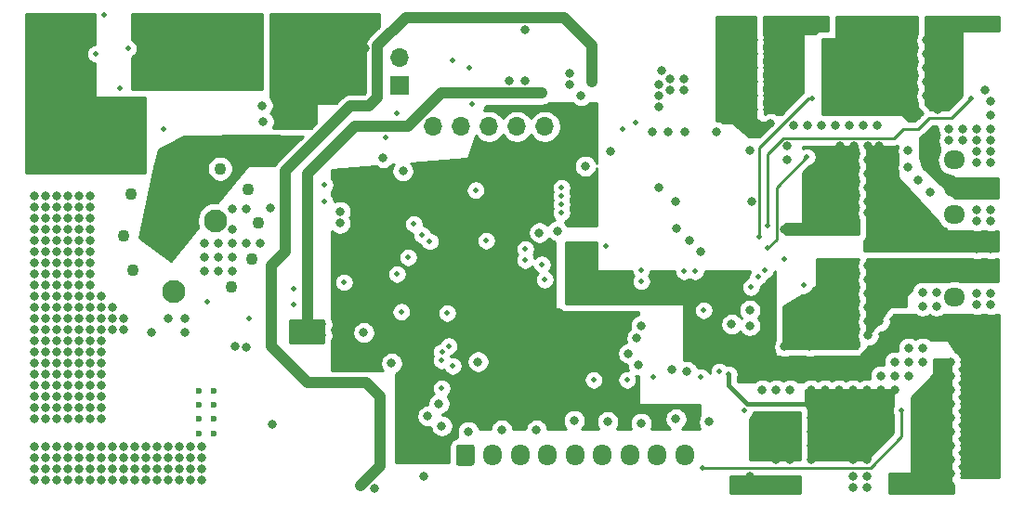
<source format=gbr>
%TF.GenerationSoftware,KiCad,Pcbnew,(5.1.10)-1*%
%TF.CreationDate,2022-01-24T02:12:41+01:00*%
%TF.ProjectId,BMS_LV_2022,424d535f-4c56-45f3-9230-32322e6b6963,rev?*%
%TF.SameCoordinates,Original*%
%TF.FileFunction,Copper,L2,Inr*%
%TF.FilePolarity,Positive*%
%FSLAX46Y46*%
G04 Gerber Fmt 4.6, Leading zero omitted, Abs format (unit mm)*
G04 Created by KiCad (PCBNEW (5.1.10)-1) date 2022-01-24 02:12:41*
%MOMM*%
%LPD*%
G01*
G04 APERTURE LIST*
%TA.AperFunction,ComponentPad*%
%ADD10C,2.400000*%
%TD*%
%TA.AperFunction,ComponentPad*%
%ADD11O,1.700000X1.950000*%
%TD*%
%TA.AperFunction,ComponentPad*%
%ADD12O,1.950000X1.700000*%
%TD*%
%TA.AperFunction,ComponentPad*%
%ADD13C,1.100000*%
%TD*%
%TA.AperFunction,ComponentPad*%
%ADD14C,2.100000*%
%TD*%
%TA.AperFunction,ComponentPad*%
%ADD15C,0.600000*%
%TD*%
%TA.AperFunction,ComponentPad*%
%ADD16O,1.700000X1.700000*%
%TD*%
%TA.AperFunction,ComponentPad*%
%ADD17R,1.700000X1.700000*%
%TD*%
%TA.AperFunction,ViaPad*%
%ADD18C,0.500000*%
%TD*%
%TA.AperFunction,ViaPad*%
%ADD19C,0.800000*%
%TD*%
%TA.AperFunction,Conductor*%
%ADD20C,1.000000*%
%TD*%
%TA.AperFunction,Conductor*%
%ADD21C,0.254000*%
%TD*%
%TA.AperFunction,Conductor*%
%ADD22C,0.381000*%
%TD*%
%TA.AperFunction,Conductor*%
%ADD23C,0.100000*%
%TD*%
G04 APERTURE END LIST*
D10*
%TO.N,Net-(F2-Pad2)*%
%TO.C,F2*%
X126344903Y-82198000D03*
%TO.N,/CS_IP+*%
X139814903Y-82198000D03*
%TO.N,Net-(F2-Pad2)*%
X126344903Y-85598000D03*
%TO.N,/CS_IP+*%
X139814903Y-85598000D03*
%TD*%
D11*
%TO.N,GND*%
%TO.C,J6*%
X170729903Y-120904000D03*
%TO.N,/Therm_8*%
X168229903Y-120904000D03*
%TO.N,/Therm_7*%
X165729903Y-120904000D03*
%TO.N,/Therm_6*%
X163229903Y-120904000D03*
%TO.N,/Therm_5*%
X160729903Y-120904000D03*
%TO.N,/Therm_4*%
X158229903Y-120904000D03*
%TO.N,/Therm_3*%
X155729903Y-120904000D03*
%TO.N,/Therm_2*%
X153229903Y-120904000D03*
%TO.N,/Therm_1*%
%TA.AperFunction,ComponentPad*%
G36*
G01*
X149879903Y-121629000D02*
X149879903Y-120179000D01*
G75*
G02*
X150129903Y-119929000I250000J0D01*
G01*
X151329903Y-119929000D01*
G75*
G02*
X151579903Y-120179000I0J-250000D01*
G01*
X151579903Y-121629000D01*
G75*
G02*
X151329903Y-121879000I-250000J0D01*
G01*
X150129903Y-121879000D01*
G75*
G02*
X149879903Y-121629000I0J250000D01*
G01*
G37*
%TD.AperFunction*%
%TD*%
D12*
%TO.N,GND*%
%TO.C,J11*%
X195313903Y-93966000D03*
%TO.N,/LTC6810/CellBalance6*%
X195313903Y-96466000D03*
%TO.N,/LTC6810/CellBalance5*%
X195313903Y-98966000D03*
%TO.N,/LTC6810/CellBalance4*%
X195313903Y-101466000D03*
%TO.N,/LTC6810/CellBalance3*%
X195313903Y-103966000D03*
%TO.N,/LTC6810/CellBalance2*%
X195313903Y-106466000D03*
%TO.N,+BATT*%
%TA.AperFunction,ComponentPad*%
G36*
G01*
X196038903Y-109816000D02*
X194588903Y-109816000D01*
G75*
G02*
X194338903Y-109566000I0J250000D01*
G01*
X194338903Y-108366000D01*
G75*
G02*
X194588903Y-108116000I250000J0D01*
G01*
X196038903Y-108116000D01*
G75*
G02*
X196288903Y-108366000I0J-250000D01*
G01*
X196288903Y-109566000D01*
G75*
G02*
X196038903Y-109816000I-250000J0D01*
G01*
G37*
%TD.AperFunction*%
%TD*%
D13*
%TO.N,Net-(J2-Pad8)*%
%TO.C,J2*%
X120231046Y-97067655D03*
%TO.N,/VCC_Pin*%
X119581625Y-100923463D03*
%TO.N,VCC*%
X120481682Y-103996441D03*
%TO.N,Net-(J2-Pad5)*%
X129384344Y-105566221D03*
%TO.N,Net-(J2-Pad4)*%
X131281142Y-102986403D03*
%TO.N,/CANL*%
X131854181Y-99736537D03*
%TO.N,/CANH*%
X130954124Y-96663559D03*
%TO.N,Net-(J2-Pad1)*%
X128374306Y-94766761D03*
D14*
%TO.N,GND*%
X124132609Y-105980561D03*
X127953248Y-99515794D03*
%TO.N,/V_Out*%
X124257906Y-94731419D03*
X123482558Y-101144206D03*
%TD*%
D15*
%TO.N,GND*%
%TO.C,U3*%
X127792000Y-118902000D03*
X127792000Y-117602000D03*
X126492000Y-117602000D03*
X126492000Y-118902000D03*
X127792000Y-115002000D03*
X127792000Y-116302000D03*
X126492000Y-116302000D03*
X126492000Y-115002000D03*
%TD*%
D16*
%TO.N,Net-(JP2-Pad2)*%
%TO.C,JP2*%
X144767903Y-84644897D03*
D17*
%TO.N,/CANH*%
X144767903Y-87184897D03*
%TD*%
D16*
%TO.N,Net-(J1-Pad6)*%
%TO.C,J1*%
X147815903Y-90932000D03*
%TO.N,/NRST*%
X150355903Y-90932000D03*
%TO.N,/SW-DIO*%
X152895903Y-90932000D03*
%TO.N,GND*%
X155435903Y-90932000D03*
%TO.N,/SW-CLK*%
X157975903Y-90932000D03*
D17*
%TO.N,+3V3*%
X160515903Y-90932000D03*
%TD*%
D18*
%TO.N,/NRST*%
X147492902Y-101415001D03*
D19*
%TO.N,GND*%
X124701903Y-120142000D03*
X124701903Y-121158000D03*
X125717903Y-122174000D03*
X123685903Y-121158000D03*
X123685903Y-122174000D03*
X125717903Y-120142000D03*
X125717903Y-121158000D03*
X124701903Y-122174000D03*
X122669903Y-120142000D03*
X123685903Y-120142000D03*
X122669903Y-121158000D03*
X122669903Y-122174000D03*
X121653903Y-122174000D03*
X126733903Y-123190000D03*
X120637903Y-121158000D03*
X121653903Y-120142000D03*
X122669903Y-123190000D03*
X120637903Y-120142000D03*
X121653903Y-123190000D03*
X126733903Y-122174000D03*
X121653903Y-121158000D03*
X126733903Y-121158000D03*
X126733903Y-120142000D03*
X120637903Y-123190000D03*
X124701903Y-123190000D03*
X125717903Y-123190000D03*
X123685903Y-123190000D03*
X120637903Y-122174000D03*
X117589903Y-120142000D03*
X117589903Y-121158000D03*
X118605903Y-122174000D03*
X116573903Y-121158000D03*
X116573903Y-122174000D03*
X118605903Y-120142000D03*
X118605903Y-121158000D03*
X117589903Y-122174000D03*
X115557903Y-120142000D03*
X116573903Y-120142000D03*
X115557903Y-121158000D03*
X115557903Y-122174000D03*
X114541903Y-122174000D03*
X119621903Y-123190000D03*
X113525903Y-121158000D03*
X114541903Y-120142000D03*
X115557903Y-123190000D03*
X113525903Y-120142000D03*
X114541903Y-123190000D03*
X119621903Y-122174000D03*
X114541903Y-121158000D03*
X119621903Y-121158000D03*
X119621903Y-120142000D03*
X113525903Y-123190000D03*
X117589903Y-123190000D03*
X118605903Y-123190000D03*
X116573903Y-123190000D03*
X113525903Y-122174000D03*
X112509903Y-122174000D03*
X112509903Y-123190000D03*
X112509903Y-120142000D03*
X112509903Y-121158000D03*
X115557903Y-113538000D03*
X116573903Y-113538000D03*
X116573903Y-114554000D03*
X115557903Y-114554000D03*
X115557903Y-115570000D03*
X116573903Y-115570000D03*
X116573903Y-116586000D03*
X115557903Y-116586000D03*
X114541903Y-116586000D03*
X114541903Y-115570000D03*
X114541903Y-114554000D03*
X114541903Y-113538000D03*
X113525903Y-113538000D03*
X113525903Y-114554000D03*
X113525903Y-115570000D03*
X113525903Y-116586000D03*
X112509903Y-116586000D03*
X112509903Y-115570000D03*
X112509903Y-114554000D03*
X112509903Y-113538000D03*
X112509903Y-112522000D03*
X113525903Y-112522000D03*
X114541903Y-112522000D03*
X115557903Y-112522000D03*
X116573903Y-112522000D03*
X117589903Y-112522000D03*
X117589903Y-113538000D03*
X117589903Y-114554000D03*
X117589903Y-115570000D03*
X117589903Y-116586000D03*
X117589903Y-117602000D03*
X116573903Y-117602000D03*
X115557903Y-117602000D03*
X114541903Y-117602000D03*
X113525903Y-117602000D03*
X112509903Y-117602000D03*
X111493903Y-117602000D03*
X111493903Y-116586000D03*
X111493903Y-115570000D03*
X111493903Y-114554000D03*
X111493903Y-113538000D03*
X111493903Y-112522000D03*
X151879903Y-112389589D03*
X141465903Y-109728000D03*
X144005303Y-112521400D03*
X139332303Y-98679000D03*
X139306903Y-99745800D03*
X157467903Y-100610000D03*
X156197903Y-82104897D03*
X156197903Y-86784000D03*
X154724703Y-86784000D03*
X143243903Y-93777400D03*
X145047903Y-94996000D03*
X148577903Y-118237000D03*
X147307903Y-117348000D03*
X148323903Y-116205000D03*
X111493903Y-104394000D03*
X112509903Y-104394000D03*
X113525903Y-104394000D03*
X114541903Y-104394000D03*
X115557903Y-104394000D03*
X116573903Y-104394000D03*
X111493903Y-105410000D03*
X112509903Y-105410000D03*
X113525903Y-105410000D03*
X114541903Y-105410000D03*
X115557903Y-105410000D03*
X116573903Y-105410000D03*
X111493903Y-106426000D03*
X112509903Y-106426000D03*
X113525903Y-106426000D03*
X114541903Y-106426000D03*
X115557903Y-106426000D03*
X116573903Y-106426000D03*
X117589903Y-106426000D03*
X111493903Y-107442000D03*
X112509903Y-107442000D03*
X113525903Y-107442000D03*
X114541903Y-107442000D03*
X115557903Y-107442000D03*
X116573903Y-107442000D03*
X117589903Y-107442000D03*
X118605903Y-107442000D03*
X111493903Y-108458000D03*
X112509903Y-108458000D03*
X113525903Y-108458000D03*
X114541903Y-108458000D03*
X115557903Y-108458000D03*
X116573903Y-108458000D03*
X117589903Y-108458000D03*
X118605903Y-108458000D03*
X119621903Y-108458000D03*
X111493903Y-109474000D03*
X111493903Y-110490000D03*
X111493903Y-111506000D03*
X112509903Y-111506000D03*
X112509903Y-110490000D03*
X112509903Y-109474000D03*
X113525903Y-110490000D03*
X113525903Y-111506000D03*
X113525903Y-109474000D03*
X114541903Y-109474000D03*
X114541903Y-110490000D03*
X114541903Y-111506000D03*
X115557903Y-111506000D03*
X115557903Y-110490000D03*
X115557903Y-109474000D03*
X116573903Y-109474000D03*
X116573903Y-110490000D03*
X116573903Y-111506000D03*
X117589903Y-111506000D03*
X117589903Y-110490000D03*
X117589903Y-109474000D03*
X118605903Y-109474000D03*
X119621903Y-109474000D03*
X116573903Y-103378000D03*
X115557903Y-103378000D03*
X129781903Y-110998000D03*
X130754452Y-111041451D03*
X133160703Y-118110000D03*
D18*
X144517335Y-89690247D03*
D19*
X161658903Y-94538800D03*
D18*
X139687903Y-105137800D03*
D19*
X132967903Y-98330000D03*
X197345903Y-94234000D03*
X198615903Y-94234000D03*
X197345903Y-93218000D03*
X198615903Y-93218000D03*
X197345903Y-92202000D03*
X196075903Y-92202000D03*
X194805903Y-92202000D03*
X198615903Y-92202000D03*
X194805903Y-91186000D03*
X196075903Y-91186000D03*
X197345903Y-91186000D03*
X198615903Y-91186000D03*
X198615903Y-89916000D03*
X198615903Y-88646000D03*
X198107903Y-87630000D03*
X169913903Y-97790000D03*
X169987003Y-100256900D03*
X166744970Y-109099067D03*
X170929903Y-113284000D03*
X169228103Y-91440000D03*
X170701303Y-91440000D03*
X173622906Y-91440000D03*
X176644903Y-93121480D03*
X176806903Y-97790000D03*
X176644903Y-107696000D03*
X159118903Y-100457000D03*
D18*
X163563903Y-101854000D03*
D19*
X163919503Y-93218000D03*
X142497721Y-123967818D03*
X160261903Y-86106000D03*
X160261903Y-87122000D03*
X161277903Y-88138000D03*
X168389903Y-89154000D03*
X170675903Y-87630000D03*
X169405903Y-87630000D03*
X168389903Y-88138000D03*
X170675903Y-86614000D03*
X169405903Y-86614000D03*
X168389903Y-87122000D03*
X168643903Y-85852000D03*
X166357903Y-110236000D03*
X165595903Y-111633000D03*
X166484903Y-112649000D03*
X174993903Y-108966000D03*
X171183903Y-101346000D03*
X172199903Y-102362000D03*
X168389903Y-96520000D03*
X146952303Y-122809000D03*
D18*
X173876303Y-113284004D03*
D19*
X150990903Y-118745000D03*
X154038903Y-118618000D03*
X157213903Y-118618000D03*
X160642903Y-117729000D03*
X163690903Y-117856000D03*
X166738903Y-117983000D03*
X169913903Y-117602000D03*
X172961903Y-117856000D03*
X111493903Y-120142000D03*
X111493903Y-121158000D03*
X111493903Y-122174000D03*
X111493903Y-123190000D03*
X132245703Y-89014300D03*
X126987903Y-104140000D03*
X128257903Y-104140000D03*
X128257903Y-102870000D03*
X126987903Y-102870000D03*
X126987903Y-101600000D03*
X128257903Y-101600000D03*
X129527903Y-101600000D03*
X129527903Y-102870000D03*
X129527903Y-104140000D03*
X129527903Y-100330000D03*
X129527903Y-98425000D03*
X130797903Y-98425000D03*
X130797903Y-101600000D03*
X132067903Y-101600000D03*
X114541903Y-103378000D03*
X113525903Y-103378000D03*
X112509903Y-103378000D03*
X111493903Y-103378000D03*
X111493903Y-102362000D03*
X111493903Y-101346000D03*
X111493903Y-100330000D03*
X111493903Y-99314000D03*
X111493903Y-98298000D03*
X111493903Y-97282000D03*
X112509903Y-102362000D03*
X112509903Y-101346000D03*
X112509903Y-100330000D03*
X112509903Y-99314000D03*
X112509903Y-98298000D03*
X112509903Y-97282000D03*
X113525903Y-97282000D03*
X113525903Y-98298000D03*
X113525903Y-99314000D03*
X113525903Y-100330000D03*
X113525903Y-101346000D03*
X113525903Y-102362000D03*
X114541903Y-102362000D03*
X114541903Y-101346000D03*
X114541903Y-100330000D03*
X114541903Y-99314000D03*
X114541903Y-98298000D03*
X114541903Y-97282000D03*
X115557903Y-97282000D03*
X115557903Y-98298000D03*
X115557903Y-99314000D03*
X115557903Y-100330000D03*
X115557903Y-101346000D03*
X115557903Y-102362000D03*
X116573903Y-102362000D03*
X116573903Y-101346000D03*
X116573903Y-100330000D03*
X116573903Y-99314000D03*
X116573903Y-98298000D03*
X116573903Y-97282000D03*
%TO.N,+3V3*%
X150088600Y-117729000D03*
X153187400Y-117729000D03*
X156260800Y-117729000D03*
X159334200Y-117729000D03*
X162407600Y-117729000D03*
X165481000Y-117729000D03*
X153683903Y-112389589D03*
X139941903Y-109728000D03*
X145555303Y-112522000D03*
X143370903Y-97739200D03*
X142354903Y-97180400D03*
X157264703Y-98450400D03*
X152422893Y-93549200D03*
X168542303Y-117729000D03*
X171564903Y-117729000D03*
X148323903Y-120142000D03*
X163055903Y-110363000D03*
X164071903Y-110363000D03*
D18*
X162903503Y-109423200D03*
X164071903Y-111379000D03*
X163055903Y-111379000D03*
%TO.N,Net-(C13-Pad1)*%
X157722506Y-103504397D03*
X172453903Y-107696000D03*
%TO.N,Net-(C14-Pad1)*%
X157975903Y-104914097D03*
X176771903Y-105582097D03*
%TO.N,/Therm_1*%
X148577903Y-114808000D03*
X144894903Y-107823000D03*
%TO.N,/Therm_5*%
X162420903Y-114046000D03*
X148586944Y-112258959D03*
%TO.N,/Therm_6*%
X165468903Y-114046000D03*
X148595985Y-111487918D03*
D19*
%TO.N,VCC*%
X123685903Y-108458000D03*
X125209903Y-108458000D03*
X122161903Y-109728000D03*
X125209903Y-109728000D03*
%TO.N,+5VD*%
X141211903Y-123698000D03*
X162293903Y-86868000D03*
%TO.N,+5V*%
X137655903Y-109982000D03*
X137655903Y-108966000D03*
X136385903Y-108966000D03*
X135115903Y-108966000D03*
X136385903Y-109982000D03*
X135115903Y-109982000D03*
X157721903Y-87884000D03*
D18*
X143193103Y-90932000D03*
%TO.N,/eFuse/Gate*%
X117818503Y-80746600D03*
X117081903Y-84302600D03*
X120002903Y-83820000D03*
X119291705Y-87426800D03*
X123203303Y-91160600D03*
%TO.N,/CANH*%
X137909903Y-96266000D03*
%TO.N,/CANL*%
X149593903Y-84912200D03*
X137909903Y-97790000D03*
D19*
%TO.N,Net-(D6-Pad1)*%
X194932903Y-118745000D03*
X194932903Y-120015000D03*
X194932903Y-121285000D03*
X194932903Y-122555000D03*
X193662903Y-121285000D03*
X193662903Y-120015000D03*
X194932903Y-117475000D03*
X194932903Y-116205000D03*
X194932903Y-114935000D03*
X194932903Y-113665000D03*
X194932903Y-112395000D03*
X193662903Y-113665000D03*
X193662903Y-114935000D03*
X193662903Y-116205000D03*
X193662903Y-117475000D03*
X193662903Y-118745000D03*
D18*
%TO.N,/LTC6810/Balance1/Sx*%
X190487903Y-116840000D03*
X172326903Y-122047000D03*
X177406903Y-104648000D03*
D19*
%TO.N,Net-(D8-Pad1)*%
X180327903Y-114935000D03*
X180327903Y-117475000D03*
X180327903Y-118745000D03*
X180327903Y-120015000D03*
X180327903Y-121285000D03*
X179057903Y-121285000D03*
X179057903Y-120015000D03*
X179057903Y-118745000D03*
X179057903Y-117475000D03*
X179057903Y-114935000D03*
X177787903Y-114935000D03*
X176644903Y-122809000D03*
X176644903Y-123825000D03*
D18*
%TO.N,/LTC6810/Balance2/Sx*%
X178041903Y-104005097D03*
X176165338Y-116846318D03*
D19*
%TO.N,Net-(D10-Pad1)*%
X184899903Y-103632000D03*
X186169903Y-103632000D03*
X186169903Y-104902000D03*
X186169903Y-106172000D03*
X186169903Y-107442000D03*
X186169903Y-108712000D03*
X186169903Y-109982000D03*
X184899903Y-104902000D03*
X184899903Y-106172000D03*
X184899903Y-107442000D03*
X184899903Y-108712000D03*
X184899903Y-109982000D03*
X179819903Y-110998000D03*
X182105903Y-110998000D03*
D18*
%TO.N,/LTC6810/Balance3/Sx*%
X181597903Y-105410000D03*
X179819903Y-103005097D03*
D19*
%TO.N,Net-(D12-Pad1)*%
X186169903Y-92710000D03*
X184899903Y-92710000D03*
X184899903Y-93980000D03*
X186169903Y-93980000D03*
X186169903Y-95250000D03*
X186169903Y-96520000D03*
X186169903Y-97790000D03*
X186169903Y-99060000D03*
X184899903Y-99060000D03*
X184899903Y-97790000D03*
X184899903Y-96520000D03*
X184899903Y-95250000D03*
X179819903Y-100330000D03*
X182105903Y-100330000D03*
D18*
%TO.N,/LTC6810/Balance4/Sx*%
X181851903Y-93726000D03*
X178295903Y-102005097D03*
D19*
%TO.N,Net-(D14-Pad1)*%
X179311903Y-83058000D03*
X179311903Y-84328000D03*
X179311903Y-89408000D03*
X179311903Y-88138000D03*
X179311903Y-86868000D03*
X179311903Y-85598000D03*
X178295903Y-83058000D03*
X178295903Y-84328000D03*
X178295903Y-85598000D03*
X178295903Y-86868000D03*
X178295903Y-88138000D03*
X178295903Y-89408000D03*
D18*
%TO.N,/LTC6810/Balance5/Sx*%
X182359903Y-88392000D03*
X177533903Y-101005097D03*
D19*
%TO.N,Net-(D16-Pad1)*%
X192773903Y-83058000D03*
X193789903Y-83058000D03*
X192773903Y-84328000D03*
X193789903Y-84328000D03*
X193789903Y-85598000D03*
X192773903Y-85598000D03*
X192773903Y-86868000D03*
X192773903Y-88138000D03*
X193789903Y-86868000D03*
X193789903Y-88138000D03*
X193789903Y-89408000D03*
X196583903Y-81534000D03*
X198869903Y-81534000D03*
D18*
%TO.N,/LTC6810/Balance6/Sx*%
X196795303Y-88349400D03*
X178295903Y-100005097D03*
D19*
%TO.N,+24V*%
X117462903Y-92710000D03*
X117462903Y-91440000D03*
X117462903Y-90170000D03*
X117462903Y-88900000D03*
X116192903Y-93980000D03*
X114922903Y-93980000D03*
X114922903Y-92710000D03*
X116192903Y-92710000D03*
X116192903Y-91440000D03*
X114922903Y-91440000D03*
X114922903Y-90170000D03*
X116192903Y-90170000D03*
X116192903Y-88900000D03*
X114922903Y-88900000D03*
X113652903Y-88900000D03*
X113652903Y-90170000D03*
X113652903Y-91440000D03*
X113652903Y-92710000D03*
X113652903Y-93980000D03*
X112382903Y-93980000D03*
X112382903Y-92710000D03*
X112382903Y-91440000D03*
X112382903Y-90170000D03*
X112382903Y-88900000D03*
X111112903Y-93980000D03*
X111112903Y-92710000D03*
X111112903Y-91440000D03*
X111112903Y-90170000D03*
X111112903Y-88900000D03*
X111112903Y-81280000D03*
X112382903Y-81280000D03*
X113652903Y-81280000D03*
X113652903Y-82550000D03*
X112382903Y-82550000D03*
X111112903Y-82550000D03*
X111112903Y-83820000D03*
X111112903Y-85090000D03*
X111112903Y-86360000D03*
X112382903Y-83820000D03*
X112382903Y-85090000D03*
X112382903Y-86360000D03*
X113652903Y-83820000D03*
X113652903Y-85090000D03*
X113652903Y-86360000D03*
X111112903Y-87630000D03*
X112382903Y-87630000D03*
X113652903Y-87630000D03*
X117462903Y-93980000D03*
%TO.N,Net-(F2-Pad2)*%
X131432903Y-81280000D03*
X130162903Y-81280000D03*
X128892903Y-81280000D03*
X128892903Y-82550000D03*
X130162903Y-82550000D03*
X131432903Y-82550000D03*
X131432903Y-83820000D03*
X130162903Y-83820000D03*
X128892903Y-83820000D03*
X128892903Y-85090000D03*
X130162903Y-85090000D03*
X131432903Y-85090000D03*
X128892903Y-86360000D03*
X130162903Y-86360000D03*
X131432903Y-86360000D03*
X123812903Y-81280000D03*
X123812903Y-82550000D03*
X123812903Y-83820000D03*
X123812903Y-85090000D03*
X123812903Y-86360000D03*
X125082903Y-83820000D03*
%TO.N,/CS_IP+*%
X133337903Y-81280000D03*
X134607903Y-81280000D03*
X135877903Y-81280000D03*
X137147903Y-81280000D03*
X137147903Y-82550000D03*
X137147903Y-83820000D03*
X137147903Y-85090000D03*
X137147903Y-86360000D03*
X133337903Y-82550000D03*
X133337903Y-83820000D03*
X133337903Y-85090000D03*
X133337903Y-86360000D03*
X135877903Y-86360000D03*
X134607903Y-86360000D03*
X134607903Y-85090000D03*
X134607903Y-83820000D03*
X134607903Y-82550000D03*
X135877903Y-82550000D03*
X135877903Y-83820000D03*
X135877903Y-85090000D03*
X133337903Y-87630000D03*
X134607903Y-87630000D03*
X135877903Y-87630000D03*
X137147903Y-87630000D03*
X138417903Y-87630000D03*
X139687903Y-87630000D03*
X140957903Y-87630000D03*
X141592903Y-83820000D03*
X138417903Y-83820000D03*
X141592903Y-81280000D03*
D18*
%TO.N,/SW-DIO*%
X152641903Y-101346000D03*
%TO.N,/SW-CLK*%
X151668257Y-96731647D03*
%TO.N,/USB-DP*%
X135115903Y-105714800D03*
X156197903Y-102108000D03*
X166288902Y-90608999D03*
%TO.N,/USB-DM*%
X135115903Y-107188000D03*
X156197903Y-103124000D03*
X165087903Y-91186000D03*
%TO.N,/Interlock*%
X131051903Y-108458000D03*
X149593903Y-112776000D03*
D19*
%TO.N,/V_Out*%
X131813903Y-92964000D03*
X132829903Y-92202000D03*
X132829903Y-93980000D03*
X130543903Y-93218000D03*
X131305903Y-94107000D03*
X129654903Y-92202000D03*
X121907903Y-99822000D03*
X122161903Y-98552000D03*
X122415903Y-97282000D03*
X122669903Y-96012000D03*
X123431903Y-99314000D03*
X123685903Y-98044000D03*
X123939903Y-96774000D03*
X124701903Y-99822000D03*
X124955903Y-98552000D03*
X125209903Y-97282000D03*
X125717903Y-100330000D03*
X126225903Y-98298000D03*
X126987903Y-97282000D03*
X128257903Y-96774000D03*
X126987903Y-96266000D03*
X125717903Y-96266000D03*
X126479903Y-94996000D03*
X125971903Y-93726000D03*
X127241903Y-93726000D03*
X123939903Y-92964000D03*
X125209903Y-92710000D03*
X126479903Y-92456000D03*
X128003903Y-92202000D03*
X128511903Y-93218000D03*
X129527903Y-93726000D03*
X130035903Y-94996000D03*
D18*
%TO.N,/MOSI*%
X171691903Y-104140000D03*
X159499903Y-96520000D03*
%TO.N,/MISO*%
X170675903Y-104140000D03*
X159499903Y-97282000D03*
%TO.N,/SCK*%
X166762952Y-105053049D03*
X159499903Y-98044000D03*
%TO.N,/CS*%
X166746806Y-104005097D03*
X159499903Y-98806000D03*
%TO.N,/Switch_Signal*%
X144513903Y-104394000D03*
D19*
X132321903Y-90487500D03*
D18*
%TO.N,/CAN-TX*%
X151371903Y-88846200D03*
X146037903Y-99822000D03*
%TO.N,/CAN-RX*%
X146799903Y-100838000D03*
X151117903Y-85598000D03*
%TO.N,/CurrentSensor_Out*%
X143497903Y-91948000D03*
X145529903Y-102870000D03*
D19*
%TO.N,/LTC6810/CellBalance2*%
X182232903Y-114935000D03*
X183502903Y-114935000D03*
X182232903Y-116205000D03*
X182232903Y-117475000D03*
X183502903Y-118745000D03*
X182232903Y-118745000D03*
X182232903Y-120015000D03*
X182232903Y-121285000D03*
X184772903Y-114935000D03*
X186042903Y-114935000D03*
X187312903Y-114935000D03*
X188582903Y-114935000D03*
X188582903Y-113665000D03*
X189852903Y-112395000D03*
X189852903Y-113665000D03*
X189852903Y-114935000D03*
X191122903Y-113665000D03*
X191122903Y-112395000D03*
X191122903Y-111125000D03*
X186042903Y-116205000D03*
X187312903Y-116205000D03*
X188582903Y-116205000D03*
X186042903Y-117475000D03*
X187312903Y-117475000D03*
X187312903Y-118745000D03*
X186042903Y-118745000D03*
X186042903Y-120015000D03*
X187312903Y-120015000D03*
X187312903Y-121285000D03*
X186042903Y-121285000D03*
X186042903Y-122809000D03*
X187312903Y-122809000D03*
X187312903Y-123825000D03*
X186042903Y-123825000D03*
X192392903Y-111125000D03*
X192392903Y-112395000D03*
X192392903Y-107315000D03*
X192392903Y-106045000D03*
X193662903Y-106045000D03*
X193662903Y-107315000D03*
X197345903Y-107188000D03*
X198615903Y-107188000D03*
X197345903Y-106172000D03*
X198615903Y-106172000D03*
D18*
X174739903Y-113538000D03*
D19*
%TO.N,/LTC6810/CellBalance3*%
X187439903Y-103632000D03*
X188455903Y-103632000D03*
X187439903Y-104902000D03*
X188455903Y-104902000D03*
X187439903Y-106172000D03*
X187439903Y-107442000D03*
X187439903Y-108712000D03*
X187439903Y-109982000D03*
X188455903Y-106172000D03*
X188455903Y-107442000D03*
X188455903Y-108712000D03*
X190995903Y-103632000D03*
X190995903Y-104648000D03*
X190995903Y-105664000D03*
X192265903Y-103632000D03*
X192265903Y-104648000D03*
X193535903Y-103632000D03*
X193535903Y-104648000D03*
X197345903Y-104648000D03*
X198615903Y-104648000D03*
X197345903Y-103632000D03*
X198615903Y-103632000D03*
%TO.N,/LTC6810/CellBalance4*%
X187439903Y-92710000D03*
X188455903Y-92710000D03*
X187439903Y-93980000D03*
X188455903Y-93980000D03*
X187439903Y-95250000D03*
X188455903Y-95250000D03*
X187439903Y-96520000D03*
X188455903Y-96520000D03*
X187439903Y-97790000D03*
X188455903Y-97790000D03*
X187439903Y-98806000D03*
X188455903Y-98806000D03*
X190995903Y-97282000D03*
X190995903Y-98552000D03*
X190995903Y-99822000D03*
X190995903Y-101092000D03*
X192265903Y-98552000D03*
X192265903Y-99822000D03*
X192265903Y-101092000D03*
X193535903Y-99822000D03*
X193535903Y-101092000D03*
X197345903Y-102108000D03*
X198615903Y-102108000D03*
X198615903Y-101092000D03*
X197345903Y-101092000D03*
X187552196Y-101741707D03*
X188709903Y-101854000D03*
X189979903Y-101854000D03*
X176644903Y-109093000D03*
X169507503Y-113131602D03*
%TO.N,/LTC6810/CellBalance5*%
X177025903Y-83058000D03*
X176009903Y-83058000D03*
X176009903Y-84328000D03*
X176009903Y-85598000D03*
X176009903Y-86868000D03*
X176009903Y-88138000D03*
X176009903Y-89408000D03*
X177025903Y-89408000D03*
X177025903Y-88138000D03*
X177025903Y-86868000D03*
X177025903Y-85598000D03*
X177025903Y-84328000D03*
X176009903Y-90678000D03*
X177279903Y-90678000D03*
X178549903Y-90678000D03*
X180073903Y-93980000D03*
X180073903Y-92710000D03*
X180653490Y-90860413D03*
X181923490Y-90860413D03*
X183193490Y-90860413D03*
X184463490Y-90860413D03*
X185733490Y-90860413D03*
X187003490Y-90860413D03*
X188273490Y-90860413D03*
X191085393Y-93128510D03*
X191085393Y-94652510D03*
X191973604Y-95796299D03*
X193116604Y-96939299D03*
X197345903Y-99568000D03*
X198615903Y-99568000D03*
X197345903Y-98552000D03*
X198615903Y-98552000D03*
X167759983Y-91440000D03*
%TO.N,/LTC6810/CellBalance6*%
X197345903Y-97028000D03*
X198615903Y-97028000D03*
X197345903Y-96012000D03*
X198615903Y-96012000D03*
X185153903Y-82550000D03*
X185153903Y-83820000D03*
X185153903Y-85090000D03*
X185153903Y-86360000D03*
X185153903Y-87630000D03*
X187693903Y-87630000D03*
X186423903Y-87630000D03*
X186423903Y-86360000D03*
X186423903Y-85090000D03*
X186423903Y-83820000D03*
X186423903Y-82550000D03*
X187693903Y-82550000D03*
X187693903Y-83820000D03*
X187693903Y-85090000D03*
X187693903Y-86360000D03*
X191503903Y-83058000D03*
X190487903Y-83058000D03*
X190487903Y-84328000D03*
X191503903Y-84328000D03*
X191503903Y-85598000D03*
X190487903Y-85598000D03*
X190487903Y-86868000D03*
X191503903Y-86868000D03*
X191503903Y-88138000D03*
X190487903Y-88138000D03*
X190995903Y-89154000D03*
X191910303Y-89992200D03*
X193281903Y-93726000D03*
X193789903Y-94996000D03*
%TO.N,+BATT*%
X198742903Y-108585000D03*
X197472903Y-108585000D03*
X197472903Y-109855000D03*
X198742903Y-109855000D03*
X198742903Y-111125000D03*
X197472903Y-111125000D03*
X197472903Y-112395000D03*
X198742903Y-112395000D03*
X198742903Y-113665000D03*
X197472903Y-113665000D03*
X197472903Y-114935000D03*
X197472903Y-116205000D03*
X197472903Y-117475000D03*
X196202903Y-118745000D03*
X197472903Y-118745000D03*
X196202903Y-120015000D03*
X197472903Y-120015000D03*
X197472903Y-121285000D03*
X196202903Y-121285000D03*
X196202903Y-122555000D03*
X196202903Y-117475000D03*
X196202903Y-116205000D03*
X196202903Y-114935000D03*
X196202903Y-113665000D03*
X196202903Y-112395000D03*
X196202903Y-111125000D03*
X160515903Y-106426000D03*
X161531903Y-106426000D03*
X162547903Y-106426000D03*
D18*
%TO.N,Net-(J2-Pad8)*%
X127241903Y-106934000D03*
%TO.N,/Therm_7*%
X167881903Y-113792000D03*
X149212903Y-110954400D03*
%TO.N,/Therm_8*%
X172199903Y-113792000D03*
X149085903Y-107950000D03*
%TD*%
D20*
%TO.N,+5VD*%
X142989903Y-115570000D02*
X142989903Y-121920000D01*
X162293903Y-86868000D02*
X162293903Y-83566000D01*
X162293903Y-83566000D02*
X159721605Y-80993702D01*
X142989903Y-121920000D02*
X141211903Y-123698000D01*
X134353903Y-102362000D02*
X133083903Y-103632000D01*
X159721605Y-80993702D02*
X145304201Y-80993702D01*
X145304201Y-80993702D02*
X142717903Y-83580000D01*
X142717903Y-83580000D02*
X142717903Y-88330000D01*
X141719903Y-114300000D02*
X142989903Y-115570000D01*
X142717903Y-88330000D02*
X141983902Y-89064001D01*
X133083903Y-103632000D02*
X133083903Y-110998000D01*
X141983902Y-89064001D02*
X140285902Y-89064001D01*
X140285902Y-89064001D02*
X134353903Y-94996000D01*
X134353903Y-94996000D02*
X134353903Y-102362000D01*
X136385903Y-114300000D02*
X141719903Y-114300000D01*
X133083903Y-110998000D02*
X136385903Y-114300000D01*
%TO.N,+5V*%
X148569901Y-87884000D02*
X157721903Y-87884000D01*
X145533998Y-90919903D02*
X148569901Y-87884000D01*
X140716000Y-90919903D02*
X145533998Y-90919903D01*
X136385903Y-95250000D02*
X140716000Y-90919903D01*
X136385903Y-108966000D02*
X136385903Y-95250000D01*
D21*
%TO.N,/LTC6810/Balance1/Sx*%
X190487903Y-119185962D02*
X187626865Y-122047000D01*
X190487903Y-116840000D02*
X190487903Y-119185962D01*
X187626865Y-122047000D02*
X172326903Y-122047000D01*
%TO.N,/LTC6810/Balance4/Sx*%
X179092902Y-96485001D02*
X181851903Y-93726000D01*
X179092902Y-101208098D02*
X179092902Y-96485001D01*
X178295903Y-102005097D02*
X179092902Y-101208098D01*
%TO.N,/LTC6810/Balance5/Sx*%
X182006350Y-88392000D02*
X177533903Y-92864447D01*
X182359903Y-88392000D02*
X182006350Y-88392000D01*
X177533903Y-101005097D02*
X177533903Y-92864447D01*
%TO.N,/LTC6810/Balance6/Sx*%
X195009702Y-90135001D02*
X196795303Y-88349400D01*
X193002940Y-90135001D02*
X195009702Y-90135001D01*
X191993209Y-91144732D02*
X193002940Y-90135001D01*
X190589133Y-91144732D02*
X191993209Y-91144732D01*
X189750866Y-91982999D02*
X190589133Y-91144732D01*
X179724942Y-91982999D02*
X189750866Y-91982999D01*
X178295903Y-93412038D02*
X179724942Y-91982999D01*
X178295903Y-100005097D02*
X178295903Y-93412038D01*
D22*
%TO.N,/LTC6810/CellBalance2*%
X174739903Y-113538000D02*
X174739903Y-114554000D01*
X176390903Y-116205000D02*
X182232903Y-116205000D01*
X174739903Y-114554000D02*
X176390903Y-116205000D01*
%TD*%
D21*
%TO.N,+3V3*%
X160473966Y-88797774D02*
X160618129Y-88941937D01*
X160787647Y-89055205D01*
X160976005Y-89133226D01*
X161175964Y-89173000D01*
X161379842Y-89173000D01*
X161579801Y-89133226D01*
X161768159Y-89055205D01*
X161937677Y-88941937D01*
X162081840Y-88797774D01*
X162098393Y-88773000D01*
X162674903Y-88773000D01*
X162674903Y-94341341D01*
X162654129Y-94236902D01*
X162576108Y-94048544D01*
X162462840Y-93879026D01*
X162318677Y-93734863D01*
X162149159Y-93621595D01*
X161960801Y-93543574D01*
X161760842Y-93503800D01*
X161556964Y-93503800D01*
X161357005Y-93543574D01*
X161168647Y-93621595D01*
X160999129Y-93734863D01*
X160854966Y-93879026D01*
X160741698Y-94048544D01*
X160663677Y-94236902D01*
X160623903Y-94436861D01*
X160623903Y-94640739D01*
X160663677Y-94840698D01*
X160741698Y-95029056D01*
X160854966Y-95198574D01*
X160999129Y-95342737D01*
X161168647Y-95456005D01*
X161357005Y-95534026D01*
X161556964Y-95573800D01*
X161760842Y-95573800D01*
X161960801Y-95534026D01*
X162149159Y-95456005D01*
X162318677Y-95342737D01*
X162462840Y-95198574D01*
X162576108Y-95029056D01*
X162654129Y-94840698D01*
X162674903Y-94736259D01*
X162674903Y-99949000D01*
X160024252Y-99949000D01*
X159922840Y-99797226D01*
X159778677Y-99653063D01*
X159774411Y-99650212D01*
X159919108Y-99590277D01*
X160064058Y-99493424D01*
X160187327Y-99370155D01*
X160284180Y-99225205D01*
X160350893Y-99064145D01*
X160384903Y-98893165D01*
X160384903Y-98718835D01*
X160350893Y-98547855D01*
X160300005Y-98425000D01*
X160350893Y-98302145D01*
X160384903Y-98131165D01*
X160384903Y-97956835D01*
X160350893Y-97785855D01*
X160300005Y-97663000D01*
X160350893Y-97540145D01*
X160384903Y-97369165D01*
X160384903Y-97194835D01*
X160350893Y-97023855D01*
X160300005Y-96901000D01*
X160350893Y-96778145D01*
X160384903Y-96607165D01*
X160384903Y-96432835D01*
X160350893Y-96261855D01*
X160284180Y-96100795D01*
X160187327Y-95955845D01*
X160064058Y-95832576D01*
X159919108Y-95735723D01*
X159758048Y-95669010D01*
X159587068Y-95635000D01*
X159412738Y-95635000D01*
X159241758Y-95669010D01*
X159080698Y-95735723D01*
X158935748Y-95832576D01*
X158812479Y-95955845D01*
X158715626Y-96100795D01*
X158648913Y-96261855D01*
X158614903Y-96432835D01*
X158614903Y-96607165D01*
X158648913Y-96778145D01*
X158699801Y-96901000D01*
X158648913Y-97023855D01*
X158614903Y-97194835D01*
X158614903Y-97369165D01*
X158648913Y-97540145D01*
X158699801Y-97663000D01*
X158648913Y-97785855D01*
X158614903Y-97956835D01*
X158614903Y-98131165D01*
X158648913Y-98302145D01*
X158699801Y-98425000D01*
X158648913Y-98547855D01*
X158614903Y-98718835D01*
X158614903Y-98893165D01*
X158648913Y-99064145D01*
X158715626Y-99225205D01*
X158812479Y-99370155D01*
X158889648Y-99447324D01*
X158817005Y-99461774D01*
X158628647Y-99539795D01*
X158459129Y-99653063D01*
X158314966Y-99797226D01*
X158236409Y-99914795D01*
X158127677Y-99806063D01*
X157958159Y-99692795D01*
X157769801Y-99614774D01*
X157569842Y-99575000D01*
X157365964Y-99575000D01*
X157166005Y-99614774D01*
X156977647Y-99692795D01*
X156808129Y-99806063D01*
X156663966Y-99950226D01*
X156550698Y-100119744D01*
X156472677Y-100308102D01*
X156432903Y-100508061D01*
X156432903Y-100711939D01*
X156472677Y-100911898D01*
X156550698Y-101100256D01*
X156663966Y-101269774D01*
X156808129Y-101413937D01*
X156977647Y-101527205D01*
X157166005Y-101605226D01*
X157365964Y-101645000D01*
X157569842Y-101645000D01*
X157769801Y-101605226D01*
X157958159Y-101527205D01*
X158127677Y-101413937D01*
X158271840Y-101269774D01*
X158350397Y-101152205D01*
X158459129Y-101260937D01*
X158628647Y-101374205D01*
X158817005Y-101452226D01*
X158864903Y-101461753D01*
X158864903Y-107442000D01*
X158867343Y-107466776D01*
X158874570Y-107490601D01*
X158886306Y-107512557D01*
X158902100Y-107531803D01*
X158921346Y-107547597D01*
X158943302Y-107559333D01*
X158967127Y-107566560D01*
X158989787Y-107568982D01*
X159252654Y-107573363D01*
X159304890Y-107637013D01*
X159401116Y-107715983D01*
X159510899Y-107774664D01*
X159630021Y-107810799D01*
X159753903Y-107823000D01*
X166484903Y-107823000D01*
X166484903Y-108095520D01*
X166443072Y-108103841D01*
X166254714Y-108181862D01*
X166085196Y-108295130D01*
X165941033Y-108439293D01*
X165827765Y-108608811D01*
X165749744Y-108797169D01*
X165709970Y-108997128D01*
X165709970Y-109201006D01*
X165749149Y-109397973D01*
X165698129Y-109432063D01*
X165553966Y-109576226D01*
X165440698Y-109745744D01*
X165362677Y-109934102D01*
X165322903Y-110134061D01*
X165322903Y-110337939D01*
X165362677Y-110537898D01*
X165395671Y-110617552D01*
X165294005Y-110637774D01*
X165105647Y-110715795D01*
X164936129Y-110829063D01*
X164791966Y-110973226D01*
X164678698Y-111142744D01*
X164600677Y-111331102D01*
X164560903Y-111531061D01*
X164560903Y-111734939D01*
X164600677Y-111934898D01*
X164678698Y-112123256D01*
X164791966Y-112292774D01*
X164936129Y-112436937D01*
X165105647Y-112550205D01*
X165294005Y-112628226D01*
X165449903Y-112659236D01*
X165449903Y-112750939D01*
X165489677Y-112950898D01*
X165567698Y-113139256D01*
X165586236Y-113167001D01*
X165556068Y-113161000D01*
X165381738Y-113161000D01*
X165210758Y-113195010D01*
X165049698Y-113261723D01*
X164904748Y-113358576D01*
X164781479Y-113481845D01*
X164684626Y-113626795D01*
X164617913Y-113787855D01*
X164583903Y-113958835D01*
X164583903Y-114133165D01*
X164617913Y-114304145D01*
X164684626Y-114465205D01*
X164781479Y-114610155D01*
X164904748Y-114733424D01*
X165049698Y-114830277D01*
X165210758Y-114896990D01*
X165381738Y-114931000D01*
X165556068Y-114931000D01*
X165727048Y-114896990D01*
X165888108Y-114830277D01*
X166033058Y-114733424D01*
X166156327Y-114610155D01*
X166253180Y-114465205D01*
X166319893Y-114304145D01*
X166353903Y-114133165D01*
X166353903Y-113958835D01*
X166319893Y-113787855D01*
X166267349Y-113661003D01*
X166382964Y-113684000D01*
X166484903Y-113684000D01*
X166484903Y-116205000D01*
X166487343Y-116229776D01*
X166494570Y-116253601D01*
X166506306Y-116275557D01*
X166522100Y-116294803D01*
X166541346Y-116310597D01*
X166563302Y-116322333D01*
X166587127Y-116329560D01*
X166611903Y-116332000D01*
X172074236Y-116332000D01*
X172084517Y-117306150D01*
X172044698Y-117365744D01*
X171966677Y-117554102D01*
X171926903Y-117754061D01*
X171926903Y-117957939D01*
X171966677Y-118157898D01*
X172044698Y-118346256D01*
X172096310Y-118423499D01*
X172096956Y-118484687D01*
X170455114Y-118485158D01*
X170573677Y-118405937D01*
X170717840Y-118261774D01*
X170831108Y-118092256D01*
X170909129Y-117903898D01*
X170948903Y-117703939D01*
X170948903Y-117500061D01*
X170909129Y-117300102D01*
X170831108Y-117111744D01*
X170717840Y-116942226D01*
X170573677Y-116798063D01*
X170404159Y-116684795D01*
X170215801Y-116606774D01*
X170015842Y-116567000D01*
X169811964Y-116567000D01*
X169612005Y-116606774D01*
X169423647Y-116684795D01*
X169254129Y-116798063D01*
X169109966Y-116942226D01*
X168996698Y-117111744D01*
X168918677Y-117300102D01*
X168878903Y-117500061D01*
X168878903Y-117703939D01*
X168918677Y-117903898D01*
X168996698Y-118092256D01*
X169109966Y-118261774D01*
X169254129Y-118405937D01*
X169373157Y-118485469D01*
X167647617Y-118485964D01*
X167656108Y-118473256D01*
X167734129Y-118284898D01*
X167773903Y-118084939D01*
X167773903Y-117881061D01*
X167734129Y-117681102D01*
X167656108Y-117492744D01*
X167542840Y-117323226D01*
X167398677Y-117179063D01*
X167229159Y-117065795D01*
X167040801Y-116987774D01*
X166840842Y-116948000D01*
X166636964Y-116948000D01*
X166437005Y-116987774D01*
X166248647Y-117065795D01*
X166079129Y-117179063D01*
X165934966Y-117323226D01*
X165821698Y-117492744D01*
X165743677Y-117681102D01*
X165703903Y-117881061D01*
X165703903Y-118084939D01*
X165743677Y-118284898D01*
X165821698Y-118473256D01*
X165830538Y-118486486D01*
X164514157Y-118486863D01*
X164608108Y-118346256D01*
X164686129Y-118157898D01*
X164725903Y-117957939D01*
X164725903Y-117754061D01*
X164686129Y-117554102D01*
X164608108Y-117365744D01*
X164494840Y-117196226D01*
X164350677Y-117052063D01*
X164181159Y-116938795D01*
X163992801Y-116860774D01*
X163792842Y-116821000D01*
X163588964Y-116821000D01*
X163389005Y-116860774D01*
X163200647Y-116938795D01*
X163031129Y-117052063D01*
X162886966Y-117196226D01*
X162773698Y-117365744D01*
X162695677Y-117554102D01*
X162655903Y-117754061D01*
X162655903Y-117957939D01*
X162695677Y-118157898D01*
X162773698Y-118346256D01*
X162867964Y-118487336D01*
X161347842Y-118487772D01*
X161446840Y-118388774D01*
X161560108Y-118219256D01*
X161638129Y-118030898D01*
X161677903Y-117830939D01*
X161677903Y-117627061D01*
X161638129Y-117427102D01*
X161560108Y-117238744D01*
X161446840Y-117069226D01*
X161302677Y-116925063D01*
X161133159Y-116811795D01*
X160944801Y-116733774D01*
X160744842Y-116694000D01*
X160540964Y-116694000D01*
X160341005Y-116733774D01*
X160152647Y-116811795D01*
X159983129Y-116925063D01*
X159838966Y-117069226D01*
X159725698Y-117238744D01*
X159647677Y-117427102D01*
X159607903Y-117627061D01*
X159607903Y-117830939D01*
X159647677Y-118030898D01*
X159725698Y-118219256D01*
X159838966Y-118388774D01*
X159938369Y-118488177D01*
X158243453Y-118488663D01*
X158209129Y-118316102D01*
X158131108Y-118127744D01*
X158017840Y-117958226D01*
X157873677Y-117814063D01*
X157704159Y-117700795D01*
X157515801Y-117622774D01*
X157315842Y-117583000D01*
X157111964Y-117583000D01*
X156912005Y-117622774D01*
X156723647Y-117700795D01*
X156554129Y-117814063D01*
X156409966Y-117958226D01*
X156296698Y-118127744D01*
X156218677Y-118316102D01*
X156184235Y-118489254D01*
X155068635Y-118489574D01*
X155034129Y-118316102D01*
X154956108Y-118127744D01*
X154842840Y-117958226D01*
X154698677Y-117814063D01*
X154529159Y-117700795D01*
X154340801Y-117622774D01*
X154140842Y-117583000D01*
X153936964Y-117583000D01*
X153737005Y-117622774D01*
X153548647Y-117700795D01*
X153379129Y-117814063D01*
X153234966Y-117958226D01*
X153121698Y-118127744D01*
X153043677Y-118316102D01*
X153009054Y-118490166D01*
X151995548Y-118490456D01*
X151986129Y-118443102D01*
X151908108Y-118254744D01*
X151794840Y-118085226D01*
X151650677Y-117941063D01*
X151481159Y-117827795D01*
X151292801Y-117749774D01*
X151092842Y-117710000D01*
X150888964Y-117710000D01*
X150689005Y-117749774D01*
X150500647Y-117827795D01*
X150331129Y-117941063D01*
X150186966Y-118085226D01*
X150073698Y-118254744D01*
X149995677Y-118443102D01*
X149955903Y-118643061D01*
X149955903Y-118846939D01*
X149974903Y-118942459D01*
X149974903Y-119306194D01*
X149956649Y-119307992D01*
X149790053Y-119358528D01*
X149636517Y-119440595D01*
X149501941Y-119551038D01*
X149391498Y-119685614D01*
X149309431Y-119839150D01*
X149258895Y-120005746D01*
X149241831Y-120179000D01*
X149241831Y-121539000D01*
X144386903Y-121539000D01*
X144386903Y-117246061D01*
X146272903Y-117246061D01*
X146272903Y-117449939D01*
X146312677Y-117649898D01*
X146390698Y-117838256D01*
X146503966Y-118007774D01*
X146648129Y-118151937D01*
X146817647Y-118265205D01*
X147006005Y-118343226D01*
X147205964Y-118383000D01*
X147409842Y-118383000D01*
X147546269Y-118355863D01*
X147582677Y-118538898D01*
X147660698Y-118727256D01*
X147773966Y-118896774D01*
X147918129Y-119040937D01*
X148087647Y-119154205D01*
X148276005Y-119232226D01*
X148475964Y-119272000D01*
X148679842Y-119272000D01*
X148879801Y-119232226D01*
X149068159Y-119154205D01*
X149237677Y-119040937D01*
X149381840Y-118896774D01*
X149495108Y-118727256D01*
X149573129Y-118538898D01*
X149612903Y-118338939D01*
X149612903Y-118135061D01*
X149573129Y-117935102D01*
X149495108Y-117746744D01*
X149381840Y-117577226D01*
X149237677Y-117433063D01*
X149068159Y-117319795D01*
X148879801Y-117241774D01*
X148679842Y-117202000D01*
X148616882Y-117202000D01*
X148625801Y-117200226D01*
X148814159Y-117122205D01*
X148983677Y-117008937D01*
X149127840Y-116864774D01*
X149241108Y-116695256D01*
X149319129Y-116506898D01*
X149358903Y-116306939D01*
X149358903Y-116103061D01*
X149319129Y-115903102D01*
X149241108Y-115714744D01*
X149127840Y-115545226D01*
X149103681Y-115521067D01*
X149142058Y-115495424D01*
X149265327Y-115372155D01*
X149362180Y-115227205D01*
X149428893Y-115066145D01*
X149462903Y-114895165D01*
X149462903Y-114720835D01*
X149428893Y-114549855D01*
X149362180Y-114388795D01*
X149265327Y-114243845D01*
X149142058Y-114120576D01*
X148997108Y-114023723D01*
X148840454Y-113958835D01*
X161535903Y-113958835D01*
X161535903Y-114133165D01*
X161569913Y-114304145D01*
X161636626Y-114465205D01*
X161733479Y-114610155D01*
X161856748Y-114733424D01*
X162001698Y-114830277D01*
X162162758Y-114896990D01*
X162333738Y-114931000D01*
X162508068Y-114931000D01*
X162679048Y-114896990D01*
X162840108Y-114830277D01*
X162985058Y-114733424D01*
X163108327Y-114610155D01*
X163205180Y-114465205D01*
X163271893Y-114304145D01*
X163305903Y-114133165D01*
X163305903Y-113958835D01*
X163271893Y-113787855D01*
X163205180Y-113626795D01*
X163108327Y-113481845D01*
X162985058Y-113358576D01*
X162840108Y-113261723D01*
X162679048Y-113195010D01*
X162508068Y-113161000D01*
X162333738Y-113161000D01*
X162162758Y-113195010D01*
X162001698Y-113261723D01*
X161856748Y-113358576D01*
X161733479Y-113481845D01*
X161636626Y-113626795D01*
X161569913Y-113787855D01*
X161535903Y-113958835D01*
X148840454Y-113958835D01*
X148836048Y-113957010D01*
X148665068Y-113923000D01*
X148490738Y-113923000D01*
X148319758Y-113957010D01*
X148158698Y-114023723D01*
X148013748Y-114120576D01*
X147890479Y-114243845D01*
X147793626Y-114388795D01*
X147726913Y-114549855D01*
X147692903Y-114720835D01*
X147692903Y-114895165D01*
X147726913Y-115066145D01*
X147793626Y-115227205D01*
X147834011Y-115287644D01*
X147833647Y-115287795D01*
X147664129Y-115401063D01*
X147519966Y-115545226D01*
X147406698Y-115714744D01*
X147328677Y-115903102D01*
X147288903Y-116103061D01*
X147288903Y-116306939D01*
X147290109Y-116313000D01*
X147205964Y-116313000D01*
X147006005Y-116352774D01*
X146817647Y-116430795D01*
X146648129Y-116544063D01*
X146503966Y-116688226D01*
X146390698Y-116857744D01*
X146312677Y-117046102D01*
X146272903Y-117246061D01*
X144386903Y-117246061D01*
X144386903Y-113483612D01*
X144495559Y-113438605D01*
X144665077Y-113325337D01*
X144809240Y-113181174D01*
X144922508Y-113011656D01*
X145000529Y-112823298D01*
X145040303Y-112623339D01*
X145040303Y-112419461D01*
X145000529Y-112219502D01*
X144980768Y-112171794D01*
X147701944Y-112171794D01*
X147701944Y-112346124D01*
X147735954Y-112517104D01*
X147802667Y-112678164D01*
X147899520Y-112823114D01*
X148022789Y-112946383D01*
X148167739Y-113043236D01*
X148328799Y-113109949D01*
X148499779Y-113143959D01*
X148674109Y-113143959D01*
X148779699Y-113122956D01*
X148809626Y-113195205D01*
X148906479Y-113340155D01*
X149029748Y-113463424D01*
X149174698Y-113560277D01*
X149335758Y-113626990D01*
X149506738Y-113661000D01*
X149681068Y-113661000D01*
X149852048Y-113626990D01*
X150013108Y-113560277D01*
X150158058Y-113463424D01*
X150281327Y-113340155D01*
X150378180Y-113195205D01*
X150444893Y-113034145D01*
X150478903Y-112863165D01*
X150478903Y-112688835D01*
X150444893Y-112517855D01*
X150378180Y-112356795D01*
X150331979Y-112287650D01*
X150844903Y-112287650D01*
X150844903Y-112491528D01*
X150884677Y-112691487D01*
X150962698Y-112879845D01*
X151075966Y-113049363D01*
X151220129Y-113193526D01*
X151389647Y-113306794D01*
X151578005Y-113384815D01*
X151777964Y-113424589D01*
X151981842Y-113424589D01*
X152181801Y-113384815D01*
X152370159Y-113306794D01*
X152539677Y-113193526D01*
X152683840Y-113049363D01*
X152797108Y-112879845D01*
X152875129Y-112691487D01*
X152914903Y-112491528D01*
X152914903Y-112287650D01*
X152875129Y-112087691D01*
X152797108Y-111899333D01*
X152683840Y-111729815D01*
X152539677Y-111585652D01*
X152370159Y-111472384D01*
X152181801Y-111394363D01*
X151981842Y-111354589D01*
X151777964Y-111354589D01*
X151578005Y-111394363D01*
X151389647Y-111472384D01*
X151220129Y-111585652D01*
X151075966Y-111729815D01*
X150962698Y-111899333D01*
X150884677Y-112087691D01*
X150844903Y-112287650D01*
X150331979Y-112287650D01*
X150281327Y-112211845D01*
X150158058Y-112088576D01*
X150013108Y-111991723D01*
X149852048Y-111925010D01*
X149681068Y-111891000D01*
X149506738Y-111891000D01*
X149401148Y-111912003D01*
X149389694Y-111884352D01*
X149418033Y-111815935D01*
X149471048Y-111805390D01*
X149632108Y-111738677D01*
X149777058Y-111641824D01*
X149900327Y-111518555D01*
X149997180Y-111373605D01*
X150063893Y-111212545D01*
X150097903Y-111041565D01*
X150097903Y-110867235D01*
X150063893Y-110696255D01*
X149997180Y-110535195D01*
X149900327Y-110390245D01*
X149777058Y-110266976D01*
X149632108Y-110170123D01*
X149471048Y-110103410D01*
X149300068Y-110069400D01*
X149125738Y-110069400D01*
X148954758Y-110103410D01*
X148793698Y-110170123D01*
X148648748Y-110266976D01*
X148525479Y-110390245D01*
X148428626Y-110535195D01*
X148390855Y-110626383D01*
X148337840Y-110636928D01*
X148176780Y-110703641D01*
X148031830Y-110800494D01*
X147908561Y-110923763D01*
X147811708Y-111068713D01*
X147744995Y-111229773D01*
X147710985Y-111400753D01*
X147710985Y-111575083D01*
X147744995Y-111746063D01*
X147793235Y-111862525D01*
X147735954Y-112000814D01*
X147701944Y-112171794D01*
X144980768Y-112171794D01*
X144922508Y-112031144D01*
X144809240Y-111861626D01*
X144665077Y-111717463D01*
X144495559Y-111604195D01*
X144307201Y-111526174D01*
X144107242Y-111486400D01*
X143903364Y-111486400D01*
X143703405Y-111526174D01*
X143515047Y-111604195D01*
X143345529Y-111717463D01*
X143201366Y-111861626D01*
X143088098Y-112031144D01*
X143010077Y-112219502D01*
X142970303Y-112419461D01*
X142970303Y-112623339D01*
X143010077Y-112823298D01*
X143088098Y-113011656D01*
X143185213Y-113157000D01*
X138544903Y-113157000D01*
X138544903Y-110514468D01*
X138573108Y-110472256D01*
X138651129Y-110283898D01*
X138690903Y-110083939D01*
X138690903Y-109880061D01*
X138651129Y-109680102D01*
X138628745Y-109626061D01*
X140430903Y-109626061D01*
X140430903Y-109829939D01*
X140470677Y-110029898D01*
X140548698Y-110218256D01*
X140661966Y-110387774D01*
X140806129Y-110531937D01*
X140975647Y-110645205D01*
X141164005Y-110723226D01*
X141363964Y-110763000D01*
X141567842Y-110763000D01*
X141767801Y-110723226D01*
X141956159Y-110645205D01*
X142125677Y-110531937D01*
X142269840Y-110387774D01*
X142383108Y-110218256D01*
X142461129Y-110029898D01*
X142500903Y-109829939D01*
X142500903Y-109626061D01*
X142461129Y-109426102D01*
X142383108Y-109237744D01*
X142269840Y-109068226D01*
X142125677Y-108924063D01*
X141956159Y-108810795D01*
X141767801Y-108732774D01*
X141567842Y-108693000D01*
X141363964Y-108693000D01*
X141164005Y-108732774D01*
X140975647Y-108810795D01*
X140806129Y-108924063D01*
X140661966Y-109068226D01*
X140548698Y-109237744D01*
X140470677Y-109426102D01*
X140430903Y-109626061D01*
X138628745Y-109626061D01*
X138573108Y-109491744D01*
X138561252Y-109474000D01*
X138573108Y-109456256D01*
X138651129Y-109267898D01*
X138690903Y-109067939D01*
X138690903Y-108864061D01*
X138651129Y-108664102D01*
X138573108Y-108475744D01*
X138544903Y-108433532D01*
X138544903Y-107735835D01*
X144009903Y-107735835D01*
X144009903Y-107910165D01*
X144043913Y-108081145D01*
X144110626Y-108242205D01*
X144207479Y-108387155D01*
X144330748Y-108510424D01*
X144475698Y-108607277D01*
X144636758Y-108673990D01*
X144807738Y-108708000D01*
X144982068Y-108708000D01*
X145153048Y-108673990D01*
X145314108Y-108607277D01*
X145459058Y-108510424D01*
X145582327Y-108387155D01*
X145679180Y-108242205D01*
X145745893Y-108081145D01*
X145779903Y-107910165D01*
X145779903Y-107862835D01*
X148200903Y-107862835D01*
X148200903Y-108037165D01*
X148234913Y-108208145D01*
X148301626Y-108369205D01*
X148398479Y-108514155D01*
X148521748Y-108637424D01*
X148666698Y-108734277D01*
X148827758Y-108800990D01*
X148998738Y-108835000D01*
X149173068Y-108835000D01*
X149344048Y-108800990D01*
X149505108Y-108734277D01*
X149650058Y-108637424D01*
X149773327Y-108514155D01*
X149870180Y-108369205D01*
X149936893Y-108208145D01*
X149970903Y-108037165D01*
X149970903Y-107862835D01*
X149936893Y-107691855D01*
X149870180Y-107530795D01*
X149773327Y-107385845D01*
X149650058Y-107262576D01*
X149505108Y-107165723D01*
X149344048Y-107099010D01*
X149173068Y-107065000D01*
X148998738Y-107065000D01*
X148827758Y-107099010D01*
X148666698Y-107165723D01*
X148521748Y-107262576D01*
X148398479Y-107385845D01*
X148301626Y-107530795D01*
X148234913Y-107691855D01*
X148200903Y-107862835D01*
X145779903Y-107862835D01*
X145779903Y-107735835D01*
X145745893Y-107564855D01*
X145679180Y-107403795D01*
X145582327Y-107258845D01*
X145459058Y-107135576D01*
X145314108Y-107038723D01*
X145153048Y-106972010D01*
X144982068Y-106938000D01*
X144807738Y-106938000D01*
X144636758Y-106972010D01*
X144475698Y-107038723D01*
X144330748Y-107135576D01*
X144207479Y-107258845D01*
X144110626Y-107403795D01*
X144043913Y-107564855D01*
X144009903Y-107735835D01*
X138544903Y-107735835D01*
X138544903Y-105050635D01*
X138802903Y-105050635D01*
X138802903Y-105224965D01*
X138836913Y-105395945D01*
X138903626Y-105557005D01*
X139000479Y-105701955D01*
X139123748Y-105825224D01*
X139268698Y-105922077D01*
X139429758Y-105988790D01*
X139600738Y-106022800D01*
X139775068Y-106022800D01*
X139946048Y-105988790D01*
X140107108Y-105922077D01*
X140252058Y-105825224D01*
X140375327Y-105701955D01*
X140472180Y-105557005D01*
X140538893Y-105395945D01*
X140572903Y-105224965D01*
X140572903Y-105050635D01*
X140538893Y-104879655D01*
X140472180Y-104718595D01*
X140375327Y-104573645D01*
X140252058Y-104450376D01*
X140107108Y-104353523D01*
X139994393Y-104306835D01*
X143628903Y-104306835D01*
X143628903Y-104481165D01*
X143662913Y-104652145D01*
X143729626Y-104813205D01*
X143826479Y-104958155D01*
X143949748Y-105081424D01*
X144094698Y-105178277D01*
X144255758Y-105244990D01*
X144426738Y-105279000D01*
X144601068Y-105279000D01*
X144772048Y-105244990D01*
X144933108Y-105178277D01*
X145078058Y-105081424D01*
X145201327Y-104958155D01*
X145298180Y-104813205D01*
X145364893Y-104652145D01*
X145398903Y-104481165D01*
X145398903Y-104306835D01*
X145364893Y-104135855D01*
X145298180Y-103974795D01*
X145201327Y-103829845D01*
X145078058Y-103706576D01*
X144933108Y-103609723D01*
X144772048Y-103543010D01*
X144601068Y-103509000D01*
X144426738Y-103509000D01*
X144255758Y-103543010D01*
X144094698Y-103609723D01*
X143949748Y-103706576D01*
X143826479Y-103829845D01*
X143729626Y-103974795D01*
X143662913Y-104135855D01*
X143628903Y-104306835D01*
X139994393Y-104306835D01*
X139946048Y-104286810D01*
X139775068Y-104252800D01*
X139600738Y-104252800D01*
X139429758Y-104286810D01*
X139268698Y-104353523D01*
X139123748Y-104450376D01*
X139000479Y-104573645D01*
X138903626Y-104718595D01*
X138836913Y-104879655D01*
X138802903Y-105050635D01*
X138544903Y-105050635D01*
X138544903Y-102782835D01*
X144644903Y-102782835D01*
X144644903Y-102957165D01*
X144678913Y-103128145D01*
X144745626Y-103289205D01*
X144842479Y-103434155D01*
X144965748Y-103557424D01*
X145110698Y-103654277D01*
X145271758Y-103720990D01*
X145442738Y-103755000D01*
X145617068Y-103755000D01*
X145788048Y-103720990D01*
X145949108Y-103654277D01*
X146094058Y-103557424D01*
X146217327Y-103434155D01*
X146314180Y-103289205D01*
X146380893Y-103128145D01*
X146414903Y-102957165D01*
X146414903Y-102782835D01*
X146380893Y-102611855D01*
X146314180Y-102450795D01*
X146217327Y-102305845D01*
X146094058Y-102182576D01*
X145949108Y-102085723D01*
X145788048Y-102019010D01*
X145617068Y-101985000D01*
X145442738Y-101985000D01*
X145271758Y-102019010D01*
X145110698Y-102085723D01*
X144965748Y-102182576D01*
X144842479Y-102305845D01*
X144745626Y-102450795D01*
X144678913Y-102611855D01*
X144644903Y-102782835D01*
X138544903Y-102782835D01*
X138544903Y-100447511D01*
X138647129Y-100549737D01*
X138816647Y-100663005D01*
X139005005Y-100741026D01*
X139204964Y-100780800D01*
X139408842Y-100780800D01*
X139608801Y-100741026D01*
X139797159Y-100663005D01*
X139966677Y-100549737D01*
X140110840Y-100405574D01*
X140224108Y-100236056D01*
X140302129Y-100047698D01*
X140341903Y-99847739D01*
X140341903Y-99734835D01*
X145152903Y-99734835D01*
X145152903Y-99909165D01*
X145186913Y-100080145D01*
X145253626Y-100241205D01*
X145350479Y-100386155D01*
X145473748Y-100509424D01*
X145618698Y-100606277D01*
X145779758Y-100672990D01*
X145924654Y-100701812D01*
X145914903Y-100750835D01*
X145914903Y-100925165D01*
X145948913Y-101096145D01*
X146015626Y-101257205D01*
X146112479Y-101402155D01*
X146235748Y-101525424D01*
X146380698Y-101622277D01*
X146541758Y-101688990D01*
X146658057Y-101712123D01*
X146708625Y-101834206D01*
X146805478Y-101979156D01*
X146928747Y-102102425D01*
X147073697Y-102199278D01*
X147234757Y-102265991D01*
X147405737Y-102300001D01*
X147580067Y-102300001D01*
X147751047Y-102265991D01*
X147912107Y-102199278D01*
X148057057Y-102102425D01*
X148180326Y-101979156D01*
X148277179Y-101834206D01*
X148343892Y-101673146D01*
X148377902Y-101502166D01*
X148377902Y-101327836D01*
X148364177Y-101258835D01*
X151756903Y-101258835D01*
X151756903Y-101433165D01*
X151790913Y-101604145D01*
X151857626Y-101765205D01*
X151954479Y-101910155D01*
X152077748Y-102033424D01*
X152222698Y-102130277D01*
X152383758Y-102196990D01*
X152554738Y-102231000D01*
X152729068Y-102231000D01*
X152900048Y-102196990D01*
X153061108Y-102130277D01*
X153206058Y-102033424D01*
X153218647Y-102020835D01*
X155312903Y-102020835D01*
X155312903Y-102195165D01*
X155346913Y-102366145D01*
X155413626Y-102527205D01*
X155472957Y-102616000D01*
X155413626Y-102704795D01*
X155346913Y-102865855D01*
X155312903Y-103036835D01*
X155312903Y-103211165D01*
X155346913Y-103382145D01*
X155413626Y-103543205D01*
X155510479Y-103688155D01*
X155633748Y-103811424D01*
X155778698Y-103908277D01*
X155939758Y-103974990D01*
X156110738Y-104009000D01*
X156285068Y-104009000D01*
X156456048Y-103974990D01*
X156617108Y-103908277D01*
X156762058Y-103811424D01*
X156861466Y-103712016D01*
X156871516Y-103762542D01*
X156938229Y-103923602D01*
X157035082Y-104068552D01*
X157158351Y-104191821D01*
X157303301Y-104288674D01*
X157336143Y-104302278D01*
X157288479Y-104349942D01*
X157191626Y-104494892D01*
X157124913Y-104655952D01*
X157090903Y-104826932D01*
X157090903Y-105001262D01*
X157124913Y-105172242D01*
X157191626Y-105333302D01*
X157288479Y-105478252D01*
X157411748Y-105601521D01*
X157556698Y-105698374D01*
X157717758Y-105765087D01*
X157888738Y-105799097D01*
X158063068Y-105799097D01*
X158234048Y-105765087D01*
X158395108Y-105698374D01*
X158540058Y-105601521D01*
X158663327Y-105478252D01*
X158760180Y-105333302D01*
X158826893Y-105172242D01*
X158860903Y-105001262D01*
X158860903Y-104826932D01*
X158826893Y-104655952D01*
X158760180Y-104494892D01*
X158663327Y-104349942D01*
X158540058Y-104226673D01*
X158395108Y-104129820D01*
X158362266Y-104116216D01*
X158409930Y-104068552D01*
X158506783Y-103923602D01*
X158573496Y-103762542D01*
X158607506Y-103591562D01*
X158607506Y-103417232D01*
X158573496Y-103246252D01*
X158506783Y-103085192D01*
X158409930Y-102940242D01*
X158286661Y-102816973D01*
X158141711Y-102720120D01*
X157980651Y-102653407D01*
X157809671Y-102619397D01*
X157635341Y-102619397D01*
X157464361Y-102653407D01*
X157303301Y-102720120D01*
X157158351Y-102816973D01*
X157058943Y-102916381D01*
X157048893Y-102865855D01*
X156982180Y-102704795D01*
X156922849Y-102616000D01*
X156982180Y-102527205D01*
X157048893Y-102366145D01*
X157082903Y-102195165D01*
X157082903Y-102020835D01*
X157048893Y-101849855D01*
X156982180Y-101688795D01*
X156885327Y-101543845D01*
X156762058Y-101420576D01*
X156617108Y-101323723D01*
X156456048Y-101257010D01*
X156285068Y-101223000D01*
X156110738Y-101223000D01*
X155939758Y-101257010D01*
X155778698Y-101323723D01*
X155633748Y-101420576D01*
X155510479Y-101543845D01*
X155413626Y-101688795D01*
X155346913Y-101849855D01*
X155312903Y-102020835D01*
X153218647Y-102020835D01*
X153329327Y-101910155D01*
X153426180Y-101765205D01*
X153492893Y-101604145D01*
X153526903Y-101433165D01*
X153526903Y-101258835D01*
X153492893Y-101087855D01*
X153426180Y-100926795D01*
X153329327Y-100781845D01*
X153206058Y-100658576D01*
X153061108Y-100561723D01*
X152900048Y-100495010D01*
X152729068Y-100461000D01*
X152554738Y-100461000D01*
X152383758Y-100495010D01*
X152222698Y-100561723D01*
X152077748Y-100658576D01*
X151954479Y-100781845D01*
X151857626Y-100926795D01*
X151790913Y-101087855D01*
X151756903Y-101258835D01*
X148364177Y-101258835D01*
X148343892Y-101156856D01*
X148277179Y-100995796D01*
X148180326Y-100850846D01*
X148057057Y-100727577D01*
X147912107Y-100630724D01*
X147751047Y-100564011D01*
X147634748Y-100540878D01*
X147584180Y-100418795D01*
X147487327Y-100273845D01*
X147364058Y-100150576D01*
X147219108Y-100053723D01*
X147058048Y-99987010D01*
X146913152Y-99958188D01*
X146922903Y-99909165D01*
X146922903Y-99734835D01*
X146888893Y-99563855D01*
X146822180Y-99402795D01*
X146725327Y-99257845D01*
X146602058Y-99134576D01*
X146457108Y-99037723D01*
X146296048Y-98971010D01*
X146125068Y-98937000D01*
X145950738Y-98937000D01*
X145779758Y-98971010D01*
X145618698Y-99037723D01*
X145473748Y-99134576D01*
X145350479Y-99257845D01*
X145253626Y-99402795D01*
X145186913Y-99563855D01*
X145152903Y-99734835D01*
X140341903Y-99734835D01*
X140341903Y-99643861D01*
X140302129Y-99443902D01*
X140224108Y-99255544D01*
X140207980Y-99231407D01*
X140249508Y-99169256D01*
X140327529Y-98980898D01*
X140367303Y-98780939D01*
X140367303Y-98577061D01*
X140327529Y-98377102D01*
X140249508Y-98188744D01*
X140136240Y-98019226D01*
X139992077Y-97875063D01*
X139822559Y-97761795D01*
X139634201Y-97683774D01*
X139434242Y-97644000D01*
X139230364Y-97644000D01*
X139030405Y-97683774D01*
X138842047Y-97761795D01*
X138794903Y-97793296D01*
X138794903Y-97702835D01*
X138760893Y-97531855D01*
X138694180Y-97370795D01*
X138597327Y-97225845D01*
X138544903Y-97173421D01*
X138544903Y-96882579D01*
X138597327Y-96830155D01*
X138694180Y-96685205D01*
X138711047Y-96644482D01*
X150783257Y-96644482D01*
X150783257Y-96818812D01*
X150817267Y-96989792D01*
X150883980Y-97150852D01*
X150980833Y-97295802D01*
X151104102Y-97419071D01*
X151249052Y-97515924D01*
X151410112Y-97582637D01*
X151581092Y-97616647D01*
X151755422Y-97616647D01*
X151926402Y-97582637D01*
X152087462Y-97515924D01*
X152232412Y-97419071D01*
X152355681Y-97295802D01*
X152452534Y-97150852D01*
X152519247Y-96989792D01*
X152553257Y-96818812D01*
X152553257Y-96644482D01*
X152519247Y-96473502D01*
X152452534Y-96312442D01*
X152355681Y-96167492D01*
X152232412Y-96044223D01*
X152087462Y-95947370D01*
X151926402Y-95880657D01*
X151755422Y-95846647D01*
X151581092Y-95846647D01*
X151410112Y-95880657D01*
X151249052Y-95947370D01*
X151104102Y-96044223D01*
X150980833Y-96167492D01*
X150883980Y-96312442D01*
X150817267Y-96473502D01*
X150783257Y-96644482D01*
X138711047Y-96644482D01*
X138760893Y-96524145D01*
X138794903Y-96353165D01*
X138794903Y-96178835D01*
X138760893Y-96007855D01*
X138694180Y-95846795D01*
X138597327Y-95701845D01*
X138544903Y-95649421D01*
X138544903Y-94859055D01*
X142536040Y-94533248D01*
X142584129Y-94581337D01*
X142753647Y-94694605D01*
X142942005Y-94772626D01*
X143141964Y-94812400D01*
X143345842Y-94812400D01*
X143545801Y-94772626D01*
X143734159Y-94694605D01*
X143903677Y-94581337D01*
X144047840Y-94437174D01*
X144067161Y-94408259D01*
X144203259Y-94397148D01*
X144130698Y-94505744D01*
X144052677Y-94694102D01*
X144012903Y-94894061D01*
X144012903Y-95097939D01*
X144052677Y-95297898D01*
X144130698Y-95486256D01*
X144243966Y-95655774D01*
X144388129Y-95799937D01*
X144557647Y-95913205D01*
X144746005Y-95991226D01*
X144945964Y-96031000D01*
X145149842Y-96031000D01*
X145349801Y-95991226D01*
X145538159Y-95913205D01*
X145707677Y-95799937D01*
X145851840Y-95655774D01*
X145965108Y-95486256D01*
X146043129Y-95297898D01*
X146082903Y-95097939D01*
X146082903Y-94894061D01*
X146043129Y-94694102D01*
X145965108Y-94505744D01*
X145851840Y-94336226D01*
X145783743Y-94268129D01*
X150874236Y-93852579D01*
X150898732Y-93848131D01*
X150921889Y-93838989D01*
X150942818Y-93825506D01*
X150960714Y-93808198D01*
X150974890Y-93787732D01*
X150983773Y-93767955D01*
X151678515Y-91782979D01*
X151742428Y-91878632D01*
X151949271Y-92085475D01*
X152192492Y-92247990D01*
X152462745Y-92359932D01*
X152749643Y-92417000D01*
X153042163Y-92417000D01*
X153329061Y-92359932D01*
X153599314Y-92247990D01*
X153842535Y-92085475D01*
X154049378Y-91878632D01*
X154165903Y-91704240D01*
X154282428Y-91878632D01*
X154489271Y-92085475D01*
X154732492Y-92247990D01*
X155002745Y-92359932D01*
X155289643Y-92417000D01*
X155582163Y-92417000D01*
X155869061Y-92359932D01*
X156139314Y-92247990D01*
X156382535Y-92085475D01*
X156589378Y-91878632D01*
X156705903Y-91704240D01*
X156822428Y-91878632D01*
X157029271Y-92085475D01*
X157272492Y-92247990D01*
X157542745Y-92359932D01*
X157829643Y-92417000D01*
X158122163Y-92417000D01*
X158409061Y-92359932D01*
X158679314Y-92247990D01*
X158922535Y-92085475D01*
X159129378Y-91878632D01*
X159291893Y-91635411D01*
X159403835Y-91365158D01*
X159460903Y-91078260D01*
X159460903Y-90785740D01*
X159403835Y-90498842D01*
X159291893Y-90228589D01*
X159129378Y-89985368D01*
X158922535Y-89778525D01*
X158679314Y-89616010D01*
X158409061Y-89504068D01*
X158122163Y-89447000D01*
X157829643Y-89447000D01*
X157542745Y-89504068D01*
X157272492Y-89616010D01*
X157029271Y-89778525D01*
X156822428Y-89985368D01*
X156705903Y-90159760D01*
X156589378Y-89985368D01*
X156382535Y-89778525D01*
X156139314Y-89616010D01*
X155869061Y-89504068D01*
X155582163Y-89447000D01*
X155289643Y-89447000D01*
X155002745Y-89504068D01*
X154732492Y-89616010D01*
X154489271Y-89778525D01*
X154282428Y-89985368D01*
X154165903Y-90159760D01*
X154049378Y-89985368D01*
X153842535Y-89778525D01*
X153599314Y-89616010D01*
X153329061Y-89504068D01*
X153042163Y-89447000D01*
X152749643Y-89447000D01*
X152477135Y-89501206D01*
X152645907Y-89019000D01*
X157777655Y-89019000D01*
X157944402Y-89002577D01*
X158158350Y-88937676D01*
X158355526Y-88832284D01*
X158427764Y-88773000D01*
X160457413Y-88773000D01*
X160473966Y-88797774D01*
%TA.AperFunction,Conductor*%
D23*
G36*
X160473966Y-88797774D02*
G01*
X160618129Y-88941937D01*
X160787647Y-89055205D01*
X160976005Y-89133226D01*
X161175964Y-89173000D01*
X161379842Y-89173000D01*
X161579801Y-89133226D01*
X161768159Y-89055205D01*
X161937677Y-88941937D01*
X162081840Y-88797774D01*
X162098393Y-88773000D01*
X162674903Y-88773000D01*
X162674903Y-94341341D01*
X162654129Y-94236902D01*
X162576108Y-94048544D01*
X162462840Y-93879026D01*
X162318677Y-93734863D01*
X162149159Y-93621595D01*
X161960801Y-93543574D01*
X161760842Y-93503800D01*
X161556964Y-93503800D01*
X161357005Y-93543574D01*
X161168647Y-93621595D01*
X160999129Y-93734863D01*
X160854966Y-93879026D01*
X160741698Y-94048544D01*
X160663677Y-94236902D01*
X160623903Y-94436861D01*
X160623903Y-94640739D01*
X160663677Y-94840698D01*
X160741698Y-95029056D01*
X160854966Y-95198574D01*
X160999129Y-95342737D01*
X161168647Y-95456005D01*
X161357005Y-95534026D01*
X161556964Y-95573800D01*
X161760842Y-95573800D01*
X161960801Y-95534026D01*
X162149159Y-95456005D01*
X162318677Y-95342737D01*
X162462840Y-95198574D01*
X162576108Y-95029056D01*
X162654129Y-94840698D01*
X162674903Y-94736259D01*
X162674903Y-99949000D01*
X160024252Y-99949000D01*
X159922840Y-99797226D01*
X159778677Y-99653063D01*
X159774411Y-99650212D01*
X159919108Y-99590277D01*
X160064058Y-99493424D01*
X160187327Y-99370155D01*
X160284180Y-99225205D01*
X160350893Y-99064145D01*
X160384903Y-98893165D01*
X160384903Y-98718835D01*
X160350893Y-98547855D01*
X160300005Y-98425000D01*
X160350893Y-98302145D01*
X160384903Y-98131165D01*
X160384903Y-97956835D01*
X160350893Y-97785855D01*
X160300005Y-97663000D01*
X160350893Y-97540145D01*
X160384903Y-97369165D01*
X160384903Y-97194835D01*
X160350893Y-97023855D01*
X160300005Y-96901000D01*
X160350893Y-96778145D01*
X160384903Y-96607165D01*
X160384903Y-96432835D01*
X160350893Y-96261855D01*
X160284180Y-96100795D01*
X160187327Y-95955845D01*
X160064058Y-95832576D01*
X159919108Y-95735723D01*
X159758048Y-95669010D01*
X159587068Y-95635000D01*
X159412738Y-95635000D01*
X159241758Y-95669010D01*
X159080698Y-95735723D01*
X158935748Y-95832576D01*
X158812479Y-95955845D01*
X158715626Y-96100795D01*
X158648913Y-96261855D01*
X158614903Y-96432835D01*
X158614903Y-96607165D01*
X158648913Y-96778145D01*
X158699801Y-96901000D01*
X158648913Y-97023855D01*
X158614903Y-97194835D01*
X158614903Y-97369165D01*
X158648913Y-97540145D01*
X158699801Y-97663000D01*
X158648913Y-97785855D01*
X158614903Y-97956835D01*
X158614903Y-98131165D01*
X158648913Y-98302145D01*
X158699801Y-98425000D01*
X158648913Y-98547855D01*
X158614903Y-98718835D01*
X158614903Y-98893165D01*
X158648913Y-99064145D01*
X158715626Y-99225205D01*
X158812479Y-99370155D01*
X158889648Y-99447324D01*
X158817005Y-99461774D01*
X158628647Y-99539795D01*
X158459129Y-99653063D01*
X158314966Y-99797226D01*
X158236409Y-99914795D01*
X158127677Y-99806063D01*
X157958159Y-99692795D01*
X157769801Y-99614774D01*
X157569842Y-99575000D01*
X157365964Y-99575000D01*
X157166005Y-99614774D01*
X156977647Y-99692795D01*
X156808129Y-99806063D01*
X156663966Y-99950226D01*
X156550698Y-100119744D01*
X156472677Y-100308102D01*
X156432903Y-100508061D01*
X156432903Y-100711939D01*
X156472677Y-100911898D01*
X156550698Y-101100256D01*
X156663966Y-101269774D01*
X156808129Y-101413937D01*
X156977647Y-101527205D01*
X157166005Y-101605226D01*
X157365964Y-101645000D01*
X157569842Y-101645000D01*
X157769801Y-101605226D01*
X157958159Y-101527205D01*
X158127677Y-101413937D01*
X158271840Y-101269774D01*
X158350397Y-101152205D01*
X158459129Y-101260937D01*
X158628647Y-101374205D01*
X158817005Y-101452226D01*
X158864903Y-101461753D01*
X158864903Y-107442000D01*
X158867343Y-107466776D01*
X158874570Y-107490601D01*
X158886306Y-107512557D01*
X158902100Y-107531803D01*
X158921346Y-107547597D01*
X158943302Y-107559333D01*
X158967127Y-107566560D01*
X158989787Y-107568982D01*
X159252654Y-107573363D01*
X159304890Y-107637013D01*
X159401116Y-107715983D01*
X159510899Y-107774664D01*
X159630021Y-107810799D01*
X159753903Y-107823000D01*
X166484903Y-107823000D01*
X166484903Y-108095520D01*
X166443072Y-108103841D01*
X166254714Y-108181862D01*
X166085196Y-108295130D01*
X165941033Y-108439293D01*
X165827765Y-108608811D01*
X165749744Y-108797169D01*
X165709970Y-108997128D01*
X165709970Y-109201006D01*
X165749149Y-109397973D01*
X165698129Y-109432063D01*
X165553966Y-109576226D01*
X165440698Y-109745744D01*
X165362677Y-109934102D01*
X165322903Y-110134061D01*
X165322903Y-110337939D01*
X165362677Y-110537898D01*
X165395671Y-110617552D01*
X165294005Y-110637774D01*
X165105647Y-110715795D01*
X164936129Y-110829063D01*
X164791966Y-110973226D01*
X164678698Y-111142744D01*
X164600677Y-111331102D01*
X164560903Y-111531061D01*
X164560903Y-111734939D01*
X164600677Y-111934898D01*
X164678698Y-112123256D01*
X164791966Y-112292774D01*
X164936129Y-112436937D01*
X165105647Y-112550205D01*
X165294005Y-112628226D01*
X165449903Y-112659236D01*
X165449903Y-112750939D01*
X165489677Y-112950898D01*
X165567698Y-113139256D01*
X165586236Y-113167001D01*
X165556068Y-113161000D01*
X165381738Y-113161000D01*
X165210758Y-113195010D01*
X165049698Y-113261723D01*
X164904748Y-113358576D01*
X164781479Y-113481845D01*
X164684626Y-113626795D01*
X164617913Y-113787855D01*
X164583903Y-113958835D01*
X164583903Y-114133165D01*
X164617913Y-114304145D01*
X164684626Y-114465205D01*
X164781479Y-114610155D01*
X164904748Y-114733424D01*
X165049698Y-114830277D01*
X165210758Y-114896990D01*
X165381738Y-114931000D01*
X165556068Y-114931000D01*
X165727048Y-114896990D01*
X165888108Y-114830277D01*
X166033058Y-114733424D01*
X166156327Y-114610155D01*
X166253180Y-114465205D01*
X166319893Y-114304145D01*
X166353903Y-114133165D01*
X166353903Y-113958835D01*
X166319893Y-113787855D01*
X166267349Y-113661003D01*
X166382964Y-113684000D01*
X166484903Y-113684000D01*
X166484903Y-116205000D01*
X166487343Y-116229776D01*
X166494570Y-116253601D01*
X166506306Y-116275557D01*
X166522100Y-116294803D01*
X166541346Y-116310597D01*
X166563302Y-116322333D01*
X166587127Y-116329560D01*
X166611903Y-116332000D01*
X172074236Y-116332000D01*
X172084517Y-117306150D01*
X172044698Y-117365744D01*
X171966677Y-117554102D01*
X171926903Y-117754061D01*
X171926903Y-117957939D01*
X171966677Y-118157898D01*
X172044698Y-118346256D01*
X172096310Y-118423499D01*
X172096956Y-118484687D01*
X170455114Y-118485158D01*
X170573677Y-118405937D01*
X170717840Y-118261774D01*
X170831108Y-118092256D01*
X170909129Y-117903898D01*
X170948903Y-117703939D01*
X170948903Y-117500061D01*
X170909129Y-117300102D01*
X170831108Y-117111744D01*
X170717840Y-116942226D01*
X170573677Y-116798063D01*
X170404159Y-116684795D01*
X170215801Y-116606774D01*
X170015842Y-116567000D01*
X169811964Y-116567000D01*
X169612005Y-116606774D01*
X169423647Y-116684795D01*
X169254129Y-116798063D01*
X169109966Y-116942226D01*
X168996698Y-117111744D01*
X168918677Y-117300102D01*
X168878903Y-117500061D01*
X168878903Y-117703939D01*
X168918677Y-117903898D01*
X168996698Y-118092256D01*
X169109966Y-118261774D01*
X169254129Y-118405937D01*
X169373157Y-118485469D01*
X167647617Y-118485964D01*
X167656108Y-118473256D01*
X167734129Y-118284898D01*
X167773903Y-118084939D01*
X167773903Y-117881061D01*
X167734129Y-117681102D01*
X167656108Y-117492744D01*
X167542840Y-117323226D01*
X167398677Y-117179063D01*
X167229159Y-117065795D01*
X167040801Y-116987774D01*
X166840842Y-116948000D01*
X166636964Y-116948000D01*
X166437005Y-116987774D01*
X166248647Y-117065795D01*
X166079129Y-117179063D01*
X165934966Y-117323226D01*
X165821698Y-117492744D01*
X165743677Y-117681102D01*
X165703903Y-117881061D01*
X165703903Y-118084939D01*
X165743677Y-118284898D01*
X165821698Y-118473256D01*
X165830538Y-118486486D01*
X164514157Y-118486863D01*
X164608108Y-118346256D01*
X164686129Y-118157898D01*
X164725903Y-117957939D01*
X164725903Y-117754061D01*
X164686129Y-117554102D01*
X164608108Y-117365744D01*
X164494840Y-117196226D01*
X164350677Y-117052063D01*
X164181159Y-116938795D01*
X163992801Y-116860774D01*
X163792842Y-116821000D01*
X163588964Y-116821000D01*
X163389005Y-116860774D01*
X163200647Y-116938795D01*
X163031129Y-117052063D01*
X162886966Y-117196226D01*
X162773698Y-117365744D01*
X162695677Y-117554102D01*
X162655903Y-117754061D01*
X162655903Y-117957939D01*
X162695677Y-118157898D01*
X162773698Y-118346256D01*
X162867964Y-118487336D01*
X161347842Y-118487772D01*
X161446840Y-118388774D01*
X161560108Y-118219256D01*
X161638129Y-118030898D01*
X161677903Y-117830939D01*
X161677903Y-117627061D01*
X161638129Y-117427102D01*
X161560108Y-117238744D01*
X161446840Y-117069226D01*
X161302677Y-116925063D01*
X161133159Y-116811795D01*
X160944801Y-116733774D01*
X160744842Y-116694000D01*
X160540964Y-116694000D01*
X160341005Y-116733774D01*
X160152647Y-116811795D01*
X159983129Y-116925063D01*
X159838966Y-117069226D01*
X159725698Y-117238744D01*
X159647677Y-117427102D01*
X159607903Y-117627061D01*
X159607903Y-117830939D01*
X159647677Y-118030898D01*
X159725698Y-118219256D01*
X159838966Y-118388774D01*
X159938369Y-118488177D01*
X158243453Y-118488663D01*
X158209129Y-118316102D01*
X158131108Y-118127744D01*
X158017840Y-117958226D01*
X157873677Y-117814063D01*
X157704159Y-117700795D01*
X157515801Y-117622774D01*
X157315842Y-117583000D01*
X157111964Y-117583000D01*
X156912005Y-117622774D01*
X156723647Y-117700795D01*
X156554129Y-117814063D01*
X156409966Y-117958226D01*
X156296698Y-118127744D01*
X156218677Y-118316102D01*
X156184235Y-118489254D01*
X155068635Y-118489574D01*
X155034129Y-118316102D01*
X154956108Y-118127744D01*
X154842840Y-117958226D01*
X154698677Y-117814063D01*
X154529159Y-117700795D01*
X154340801Y-117622774D01*
X154140842Y-117583000D01*
X153936964Y-117583000D01*
X153737005Y-117622774D01*
X153548647Y-117700795D01*
X153379129Y-117814063D01*
X153234966Y-117958226D01*
X153121698Y-118127744D01*
X153043677Y-118316102D01*
X153009054Y-118490166D01*
X151995548Y-118490456D01*
X151986129Y-118443102D01*
X151908108Y-118254744D01*
X151794840Y-118085226D01*
X151650677Y-117941063D01*
X151481159Y-117827795D01*
X151292801Y-117749774D01*
X151092842Y-117710000D01*
X150888964Y-117710000D01*
X150689005Y-117749774D01*
X150500647Y-117827795D01*
X150331129Y-117941063D01*
X150186966Y-118085226D01*
X150073698Y-118254744D01*
X149995677Y-118443102D01*
X149955903Y-118643061D01*
X149955903Y-118846939D01*
X149974903Y-118942459D01*
X149974903Y-119306194D01*
X149956649Y-119307992D01*
X149790053Y-119358528D01*
X149636517Y-119440595D01*
X149501941Y-119551038D01*
X149391498Y-119685614D01*
X149309431Y-119839150D01*
X149258895Y-120005746D01*
X149241831Y-120179000D01*
X149241831Y-121539000D01*
X144386903Y-121539000D01*
X144386903Y-117246061D01*
X146272903Y-117246061D01*
X146272903Y-117449939D01*
X146312677Y-117649898D01*
X146390698Y-117838256D01*
X146503966Y-118007774D01*
X146648129Y-118151937D01*
X146817647Y-118265205D01*
X147006005Y-118343226D01*
X147205964Y-118383000D01*
X147409842Y-118383000D01*
X147546269Y-118355863D01*
X147582677Y-118538898D01*
X147660698Y-118727256D01*
X147773966Y-118896774D01*
X147918129Y-119040937D01*
X148087647Y-119154205D01*
X148276005Y-119232226D01*
X148475964Y-119272000D01*
X148679842Y-119272000D01*
X148879801Y-119232226D01*
X149068159Y-119154205D01*
X149237677Y-119040937D01*
X149381840Y-118896774D01*
X149495108Y-118727256D01*
X149573129Y-118538898D01*
X149612903Y-118338939D01*
X149612903Y-118135061D01*
X149573129Y-117935102D01*
X149495108Y-117746744D01*
X149381840Y-117577226D01*
X149237677Y-117433063D01*
X149068159Y-117319795D01*
X148879801Y-117241774D01*
X148679842Y-117202000D01*
X148616882Y-117202000D01*
X148625801Y-117200226D01*
X148814159Y-117122205D01*
X148983677Y-117008937D01*
X149127840Y-116864774D01*
X149241108Y-116695256D01*
X149319129Y-116506898D01*
X149358903Y-116306939D01*
X149358903Y-116103061D01*
X149319129Y-115903102D01*
X149241108Y-115714744D01*
X149127840Y-115545226D01*
X149103681Y-115521067D01*
X149142058Y-115495424D01*
X149265327Y-115372155D01*
X149362180Y-115227205D01*
X149428893Y-115066145D01*
X149462903Y-114895165D01*
X149462903Y-114720835D01*
X149428893Y-114549855D01*
X149362180Y-114388795D01*
X149265327Y-114243845D01*
X149142058Y-114120576D01*
X148997108Y-114023723D01*
X148840454Y-113958835D01*
X161535903Y-113958835D01*
X161535903Y-114133165D01*
X161569913Y-114304145D01*
X161636626Y-114465205D01*
X161733479Y-114610155D01*
X161856748Y-114733424D01*
X162001698Y-114830277D01*
X162162758Y-114896990D01*
X162333738Y-114931000D01*
X162508068Y-114931000D01*
X162679048Y-114896990D01*
X162840108Y-114830277D01*
X162985058Y-114733424D01*
X163108327Y-114610155D01*
X163205180Y-114465205D01*
X163271893Y-114304145D01*
X163305903Y-114133165D01*
X163305903Y-113958835D01*
X163271893Y-113787855D01*
X163205180Y-113626795D01*
X163108327Y-113481845D01*
X162985058Y-113358576D01*
X162840108Y-113261723D01*
X162679048Y-113195010D01*
X162508068Y-113161000D01*
X162333738Y-113161000D01*
X162162758Y-113195010D01*
X162001698Y-113261723D01*
X161856748Y-113358576D01*
X161733479Y-113481845D01*
X161636626Y-113626795D01*
X161569913Y-113787855D01*
X161535903Y-113958835D01*
X148840454Y-113958835D01*
X148836048Y-113957010D01*
X148665068Y-113923000D01*
X148490738Y-113923000D01*
X148319758Y-113957010D01*
X148158698Y-114023723D01*
X148013748Y-114120576D01*
X147890479Y-114243845D01*
X147793626Y-114388795D01*
X147726913Y-114549855D01*
X147692903Y-114720835D01*
X147692903Y-114895165D01*
X147726913Y-115066145D01*
X147793626Y-115227205D01*
X147834011Y-115287644D01*
X147833647Y-115287795D01*
X147664129Y-115401063D01*
X147519966Y-115545226D01*
X147406698Y-115714744D01*
X147328677Y-115903102D01*
X147288903Y-116103061D01*
X147288903Y-116306939D01*
X147290109Y-116313000D01*
X147205964Y-116313000D01*
X147006005Y-116352774D01*
X146817647Y-116430795D01*
X146648129Y-116544063D01*
X146503966Y-116688226D01*
X146390698Y-116857744D01*
X146312677Y-117046102D01*
X146272903Y-117246061D01*
X144386903Y-117246061D01*
X144386903Y-113483612D01*
X144495559Y-113438605D01*
X144665077Y-113325337D01*
X144809240Y-113181174D01*
X144922508Y-113011656D01*
X145000529Y-112823298D01*
X145040303Y-112623339D01*
X145040303Y-112419461D01*
X145000529Y-112219502D01*
X144980768Y-112171794D01*
X147701944Y-112171794D01*
X147701944Y-112346124D01*
X147735954Y-112517104D01*
X147802667Y-112678164D01*
X147899520Y-112823114D01*
X148022789Y-112946383D01*
X148167739Y-113043236D01*
X148328799Y-113109949D01*
X148499779Y-113143959D01*
X148674109Y-113143959D01*
X148779699Y-113122956D01*
X148809626Y-113195205D01*
X148906479Y-113340155D01*
X149029748Y-113463424D01*
X149174698Y-113560277D01*
X149335758Y-113626990D01*
X149506738Y-113661000D01*
X149681068Y-113661000D01*
X149852048Y-113626990D01*
X150013108Y-113560277D01*
X150158058Y-113463424D01*
X150281327Y-113340155D01*
X150378180Y-113195205D01*
X150444893Y-113034145D01*
X150478903Y-112863165D01*
X150478903Y-112688835D01*
X150444893Y-112517855D01*
X150378180Y-112356795D01*
X150331979Y-112287650D01*
X150844903Y-112287650D01*
X150844903Y-112491528D01*
X150884677Y-112691487D01*
X150962698Y-112879845D01*
X151075966Y-113049363D01*
X151220129Y-113193526D01*
X151389647Y-113306794D01*
X151578005Y-113384815D01*
X151777964Y-113424589D01*
X151981842Y-113424589D01*
X152181801Y-113384815D01*
X152370159Y-113306794D01*
X152539677Y-113193526D01*
X152683840Y-113049363D01*
X152797108Y-112879845D01*
X152875129Y-112691487D01*
X152914903Y-112491528D01*
X152914903Y-112287650D01*
X152875129Y-112087691D01*
X152797108Y-111899333D01*
X152683840Y-111729815D01*
X152539677Y-111585652D01*
X152370159Y-111472384D01*
X152181801Y-111394363D01*
X151981842Y-111354589D01*
X151777964Y-111354589D01*
X151578005Y-111394363D01*
X151389647Y-111472384D01*
X151220129Y-111585652D01*
X151075966Y-111729815D01*
X150962698Y-111899333D01*
X150884677Y-112087691D01*
X150844903Y-112287650D01*
X150331979Y-112287650D01*
X150281327Y-112211845D01*
X150158058Y-112088576D01*
X150013108Y-111991723D01*
X149852048Y-111925010D01*
X149681068Y-111891000D01*
X149506738Y-111891000D01*
X149401148Y-111912003D01*
X149389694Y-111884352D01*
X149418033Y-111815935D01*
X149471048Y-111805390D01*
X149632108Y-111738677D01*
X149777058Y-111641824D01*
X149900327Y-111518555D01*
X149997180Y-111373605D01*
X150063893Y-111212545D01*
X150097903Y-111041565D01*
X150097903Y-110867235D01*
X150063893Y-110696255D01*
X149997180Y-110535195D01*
X149900327Y-110390245D01*
X149777058Y-110266976D01*
X149632108Y-110170123D01*
X149471048Y-110103410D01*
X149300068Y-110069400D01*
X149125738Y-110069400D01*
X148954758Y-110103410D01*
X148793698Y-110170123D01*
X148648748Y-110266976D01*
X148525479Y-110390245D01*
X148428626Y-110535195D01*
X148390855Y-110626383D01*
X148337840Y-110636928D01*
X148176780Y-110703641D01*
X148031830Y-110800494D01*
X147908561Y-110923763D01*
X147811708Y-111068713D01*
X147744995Y-111229773D01*
X147710985Y-111400753D01*
X147710985Y-111575083D01*
X147744995Y-111746063D01*
X147793235Y-111862525D01*
X147735954Y-112000814D01*
X147701944Y-112171794D01*
X144980768Y-112171794D01*
X144922508Y-112031144D01*
X144809240Y-111861626D01*
X144665077Y-111717463D01*
X144495559Y-111604195D01*
X144307201Y-111526174D01*
X144107242Y-111486400D01*
X143903364Y-111486400D01*
X143703405Y-111526174D01*
X143515047Y-111604195D01*
X143345529Y-111717463D01*
X143201366Y-111861626D01*
X143088098Y-112031144D01*
X143010077Y-112219502D01*
X142970303Y-112419461D01*
X142970303Y-112623339D01*
X143010077Y-112823298D01*
X143088098Y-113011656D01*
X143185213Y-113157000D01*
X138544903Y-113157000D01*
X138544903Y-110514468D01*
X138573108Y-110472256D01*
X138651129Y-110283898D01*
X138690903Y-110083939D01*
X138690903Y-109880061D01*
X138651129Y-109680102D01*
X138628745Y-109626061D01*
X140430903Y-109626061D01*
X140430903Y-109829939D01*
X140470677Y-110029898D01*
X140548698Y-110218256D01*
X140661966Y-110387774D01*
X140806129Y-110531937D01*
X140975647Y-110645205D01*
X141164005Y-110723226D01*
X141363964Y-110763000D01*
X141567842Y-110763000D01*
X141767801Y-110723226D01*
X141956159Y-110645205D01*
X142125677Y-110531937D01*
X142269840Y-110387774D01*
X142383108Y-110218256D01*
X142461129Y-110029898D01*
X142500903Y-109829939D01*
X142500903Y-109626061D01*
X142461129Y-109426102D01*
X142383108Y-109237744D01*
X142269840Y-109068226D01*
X142125677Y-108924063D01*
X141956159Y-108810795D01*
X141767801Y-108732774D01*
X141567842Y-108693000D01*
X141363964Y-108693000D01*
X141164005Y-108732774D01*
X140975647Y-108810795D01*
X140806129Y-108924063D01*
X140661966Y-109068226D01*
X140548698Y-109237744D01*
X140470677Y-109426102D01*
X140430903Y-109626061D01*
X138628745Y-109626061D01*
X138573108Y-109491744D01*
X138561252Y-109474000D01*
X138573108Y-109456256D01*
X138651129Y-109267898D01*
X138690903Y-109067939D01*
X138690903Y-108864061D01*
X138651129Y-108664102D01*
X138573108Y-108475744D01*
X138544903Y-108433532D01*
X138544903Y-107735835D01*
X144009903Y-107735835D01*
X144009903Y-107910165D01*
X144043913Y-108081145D01*
X144110626Y-108242205D01*
X144207479Y-108387155D01*
X144330748Y-108510424D01*
X144475698Y-108607277D01*
X144636758Y-108673990D01*
X144807738Y-108708000D01*
X144982068Y-108708000D01*
X145153048Y-108673990D01*
X145314108Y-108607277D01*
X145459058Y-108510424D01*
X145582327Y-108387155D01*
X145679180Y-108242205D01*
X145745893Y-108081145D01*
X145779903Y-107910165D01*
X145779903Y-107862835D01*
X148200903Y-107862835D01*
X148200903Y-108037165D01*
X148234913Y-108208145D01*
X148301626Y-108369205D01*
X148398479Y-108514155D01*
X148521748Y-108637424D01*
X148666698Y-108734277D01*
X148827758Y-108800990D01*
X148998738Y-108835000D01*
X149173068Y-108835000D01*
X149344048Y-108800990D01*
X149505108Y-108734277D01*
X149650058Y-108637424D01*
X149773327Y-108514155D01*
X149870180Y-108369205D01*
X149936893Y-108208145D01*
X149970903Y-108037165D01*
X149970903Y-107862835D01*
X149936893Y-107691855D01*
X149870180Y-107530795D01*
X149773327Y-107385845D01*
X149650058Y-107262576D01*
X149505108Y-107165723D01*
X149344048Y-107099010D01*
X149173068Y-107065000D01*
X148998738Y-107065000D01*
X148827758Y-107099010D01*
X148666698Y-107165723D01*
X148521748Y-107262576D01*
X148398479Y-107385845D01*
X148301626Y-107530795D01*
X148234913Y-107691855D01*
X148200903Y-107862835D01*
X145779903Y-107862835D01*
X145779903Y-107735835D01*
X145745893Y-107564855D01*
X145679180Y-107403795D01*
X145582327Y-107258845D01*
X145459058Y-107135576D01*
X145314108Y-107038723D01*
X145153048Y-106972010D01*
X144982068Y-106938000D01*
X144807738Y-106938000D01*
X144636758Y-106972010D01*
X144475698Y-107038723D01*
X144330748Y-107135576D01*
X144207479Y-107258845D01*
X144110626Y-107403795D01*
X144043913Y-107564855D01*
X144009903Y-107735835D01*
X138544903Y-107735835D01*
X138544903Y-105050635D01*
X138802903Y-105050635D01*
X138802903Y-105224965D01*
X138836913Y-105395945D01*
X138903626Y-105557005D01*
X139000479Y-105701955D01*
X139123748Y-105825224D01*
X139268698Y-105922077D01*
X139429758Y-105988790D01*
X139600738Y-106022800D01*
X139775068Y-106022800D01*
X139946048Y-105988790D01*
X140107108Y-105922077D01*
X140252058Y-105825224D01*
X140375327Y-105701955D01*
X140472180Y-105557005D01*
X140538893Y-105395945D01*
X140572903Y-105224965D01*
X140572903Y-105050635D01*
X140538893Y-104879655D01*
X140472180Y-104718595D01*
X140375327Y-104573645D01*
X140252058Y-104450376D01*
X140107108Y-104353523D01*
X139994393Y-104306835D01*
X143628903Y-104306835D01*
X143628903Y-104481165D01*
X143662913Y-104652145D01*
X143729626Y-104813205D01*
X143826479Y-104958155D01*
X143949748Y-105081424D01*
X144094698Y-105178277D01*
X144255758Y-105244990D01*
X144426738Y-105279000D01*
X144601068Y-105279000D01*
X144772048Y-105244990D01*
X144933108Y-105178277D01*
X145078058Y-105081424D01*
X145201327Y-104958155D01*
X145298180Y-104813205D01*
X145364893Y-104652145D01*
X145398903Y-104481165D01*
X145398903Y-104306835D01*
X145364893Y-104135855D01*
X145298180Y-103974795D01*
X145201327Y-103829845D01*
X145078058Y-103706576D01*
X144933108Y-103609723D01*
X144772048Y-103543010D01*
X144601068Y-103509000D01*
X144426738Y-103509000D01*
X144255758Y-103543010D01*
X144094698Y-103609723D01*
X143949748Y-103706576D01*
X143826479Y-103829845D01*
X143729626Y-103974795D01*
X143662913Y-104135855D01*
X143628903Y-104306835D01*
X139994393Y-104306835D01*
X139946048Y-104286810D01*
X139775068Y-104252800D01*
X139600738Y-104252800D01*
X139429758Y-104286810D01*
X139268698Y-104353523D01*
X139123748Y-104450376D01*
X139000479Y-104573645D01*
X138903626Y-104718595D01*
X138836913Y-104879655D01*
X138802903Y-105050635D01*
X138544903Y-105050635D01*
X138544903Y-102782835D01*
X144644903Y-102782835D01*
X144644903Y-102957165D01*
X144678913Y-103128145D01*
X144745626Y-103289205D01*
X144842479Y-103434155D01*
X144965748Y-103557424D01*
X145110698Y-103654277D01*
X145271758Y-103720990D01*
X145442738Y-103755000D01*
X145617068Y-103755000D01*
X145788048Y-103720990D01*
X145949108Y-103654277D01*
X146094058Y-103557424D01*
X146217327Y-103434155D01*
X146314180Y-103289205D01*
X146380893Y-103128145D01*
X146414903Y-102957165D01*
X146414903Y-102782835D01*
X146380893Y-102611855D01*
X146314180Y-102450795D01*
X146217327Y-102305845D01*
X146094058Y-102182576D01*
X145949108Y-102085723D01*
X145788048Y-102019010D01*
X145617068Y-101985000D01*
X145442738Y-101985000D01*
X145271758Y-102019010D01*
X145110698Y-102085723D01*
X144965748Y-102182576D01*
X144842479Y-102305845D01*
X144745626Y-102450795D01*
X144678913Y-102611855D01*
X144644903Y-102782835D01*
X138544903Y-102782835D01*
X138544903Y-100447511D01*
X138647129Y-100549737D01*
X138816647Y-100663005D01*
X139005005Y-100741026D01*
X139204964Y-100780800D01*
X139408842Y-100780800D01*
X139608801Y-100741026D01*
X139797159Y-100663005D01*
X139966677Y-100549737D01*
X140110840Y-100405574D01*
X140224108Y-100236056D01*
X140302129Y-100047698D01*
X140341903Y-99847739D01*
X140341903Y-99734835D01*
X145152903Y-99734835D01*
X145152903Y-99909165D01*
X145186913Y-100080145D01*
X145253626Y-100241205D01*
X145350479Y-100386155D01*
X145473748Y-100509424D01*
X145618698Y-100606277D01*
X145779758Y-100672990D01*
X145924654Y-100701812D01*
X145914903Y-100750835D01*
X145914903Y-100925165D01*
X145948913Y-101096145D01*
X146015626Y-101257205D01*
X146112479Y-101402155D01*
X146235748Y-101525424D01*
X146380698Y-101622277D01*
X146541758Y-101688990D01*
X146658057Y-101712123D01*
X146708625Y-101834206D01*
X146805478Y-101979156D01*
X146928747Y-102102425D01*
X147073697Y-102199278D01*
X147234757Y-102265991D01*
X147405737Y-102300001D01*
X147580067Y-102300001D01*
X147751047Y-102265991D01*
X147912107Y-102199278D01*
X148057057Y-102102425D01*
X148180326Y-101979156D01*
X148277179Y-101834206D01*
X148343892Y-101673146D01*
X148377902Y-101502166D01*
X148377902Y-101327836D01*
X148364177Y-101258835D01*
X151756903Y-101258835D01*
X151756903Y-101433165D01*
X151790913Y-101604145D01*
X151857626Y-101765205D01*
X151954479Y-101910155D01*
X152077748Y-102033424D01*
X152222698Y-102130277D01*
X152383758Y-102196990D01*
X152554738Y-102231000D01*
X152729068Y-102231000D01*
X152900048Y-102196990D01*
X153061108Y-102130277D01*
X153206058Y-102033424D01*
X153218647Y-102020835D01*
X155312903Y-102020835D01*
X155312903Y-102195165D01*
X155346913Y-102366145D01*
X155413626Y-102527205D01*
X155472957Y-102616000D01*
X155413626Y-102704795D01*
X155346913Y-102865855D01*
X155312903Y-103036835D01*
X155312903Y-103211165D01*
X155346913Y-103382145D01*
X155413626Y-103543205D01*
X155510479Y-103688155D01*
X155633748Y-103811424D01*
X155778698Y-103908277D01*
X155939758Y-103974990D01*
X156110738Y-104009000D01*
X156285068Y-104009000D01*
X156456048Y-103974990D01*
X156617108Y-103908277D01*
X156762058Y-103811424D01*
X156861466Y-103712016D01*
X156871516Y-103762542D01*
X156938229Y-103923602D01*
X157035082Y-104068552D01*
X157158351Y-104191821D01*
X157303301Y-104288674D01*
X157336143Y-104302278D01*
X157288479Y-104349942D01*
X157191626Y-104494892D01*
X157124913Y-104655952D01*
X157090903Y-104826932D01*
X157090903Y-105001262D01*
X157124913Y-105172242D01*
X157191626Y-105333302D01*
X157288479Y-105478252D01*
X157411748Y-105601521D01*
X157556698Y-105698374D01*
X157717758Y-105765087D01*
X157888738Y-105799097D01*
X158063068Y-105799097D01*
X158234048Y-105765087D01*
X158395108Y-105698374D01*
X158540058Y-105601521D01*
X158663327Y-105478252D01*
X158760180Y-105333302D01*
X158826893Y-105172242D01*
X158860903Y-105001262D01*
X158860903Y-104826932D01*
X158826893Y-104655952D01*
X158760180Y-104494892D01*
X158663327Y-104349942D01*
X158540058Y-104226673D01*
X158395108Y-104129820D01*
X158362266Y-104116216D01*
X158409930Y-104068552D01*
X158506783Y-103923602D01*
X158573496Y-103762542D01*
X158607506Y-103591562D01*
X158607506Y-103417232D01*
X158573496Y-103246252D01*
X158506783Y-103085192D01*
X158409930Y-102940242D01*
X158286661Y-102816973D01*
X158141711Y-102720120D01*
X157980651Y-102653407D01*
X157809671Y-102619397D01*
X157635341Y-102619397D01*
X157464361Y-102653407D01*
X157303301Y-102720120D01*
X157158351Y-102816973D01*
X157058943Y-102916381D01*
X157048893Y-102865855D01*
X156982180Y-102704795D01*
X156922849Y-102616000D01*
X156982180Y-102527205D01*
X157048893Y-102366145D01*
X157082903Y-102195165D01*
X157082903Y-102020835D01*
X157048893Y-101849855D01*
X156982180Y-101688795D01*
X156885327Y-101543845D01*
X156762058Y-101420576D01*
X156617108Y-101323723D01*
X156456048Y-101257010D01*
X156285068Y-101223000D01*
X156110738Y-101223000D01*
X155939758Y-101257010D01*
X155778698Y-101323723D01*
X155633748Y-101420576D01*
X155510479Y-101543845D01*
X155413626Y-101688795D01*
X155346913Y-101849855D01*
X155312903Y-102020835D01*
X153218647Y-102020835D01*
X153329327Y-101910155D01*
X153426180Y-101765205D01*
X153492893Y-101604145D01*
X153526903Y-101433165D01*
X153526903Y-101258835D01*
X153492893Y-101087855D01*
X153426180Y-100926795D01*
X153329327Y-100781845D01*
X153206058Y-100658576D01*
X153061108Y-100561723D01*
X152900048Y-100495010D01*
X152729068Y-100461000D01*
X152554738Y-100461000D01*
X152383758Y-100495010D01*
X152222698Y-100561723D01*
X152077748Y-100658576D01*
X151954479Y-100781845D01*
X151857626Y-100926795D01*
X151790913Y-101087855D01*
X151756903Y-101258835D01*
X148364177Y-101258835D01*
X148343892Y-101156856D01*
X148277179Y-100995796D01*
X148180326Y-100850846D01*
X148057057Y-100727577D01*
X147912107Y-100630724D01*
X147751047Y-100564011D01*
X147634748Y-100540878D01*
X147584180Y-100418795D01*
X147487327Y-100273845D01*
X147364058Y-100150576D01*
X147219108Y-100053723D01*
X147058048Y-99987010D01*
X146913152Y-99958188D01*
X146922903Y-99909165D01*
X146922903Y-99734835D01*
X146888893Y-99563855D01*
X146822180Y-99402795D01*
X146725327Y-99257845D01*
X146602058Y-99134576D01*
X146457108Y-99037723D01*
X146296048Y-98971010D01*
X146125068Y-98937000D01*
X145950738Y-98937000D01*
X145779758Y-98971010D01*
X145618698Y-99037723D01*
X145473748Y-99134576D01*
X145350479Y-99257845D01*
X145253626Y-99402795D01*
X145186913Y-99563855D01*
X145152903Y-99734835D01*
X140341903Y-99734835D01*
X140341903Y-99643861D01*
X140302129Y-99443902D01*
X140224108Y-99255544D01*
X140207980Y-99231407D01*
X140249508Y-99169256D01*
X140327529Y-98980898D01*
X140367303Y-98780939D01*
X140367303Y-98577061D01*
X140327529Y-98377102D01*
X140249508Y-98188744D01*
X140136240Y-98019226D01*
X139992077Y-97875063D01*
X139822559Y-97761795D01*
X139634201Y-97683774D01*
X139434242Y-97644000D01*
X139230364Y-97644000D01*
X139030405Y-97683774D01*
X138842047Y-97761795D01*
X138794903Y-97793296D01*
X138794903Y-97702835D01*
X138760893Y-97531855D01*
X138694180Y-97370795D01*
X138597327Y-97225845D01*
X138544903Y-97173421D01*
X138544903Y-96882579D01*
X138597327Y-96830155D01*
X138694180Y-96685205D01*
X138711047Y-96644482D01*
X150783257Y-96644482D01*
X150783257Y-96818812D01*
X150817267Y-96989792D01*
X150883980Y-97150852D01*
X150980833Y-97295802D01*
X151104102Y-97419071D01*
X151249052Y-97515924D01*
X151410112Y-97582637D01*
X151581092Y-97616647D01*
X151755422Y-97616647D01*
X151926402Y-97582637D01*
X152087462Y-97515924D01*
X152232412Y-97419071D01*
X152355681Y-97295802D01*
X152452534Y-97150852D01*
X152519247Y-96989792D01*
X152553257Y-96818812D01*
X152553257Y-96644482D01*
X152519247Y-96473502D01*
X152452534Y-96312442D01*
X152355681Y-96167492D01*
X152232412Y-96044223D01*
X152087462Y-95947370D01*
X151926402Y-95880657D01*
X151755422Y-95846647D01*
X151581092Y-95846647D01*
X151410112Y-95880657D01*
X151249052Y-95947370D01*
X151104102Y-96044223D01*
X150980833Y-96167492D01*
X150883980Y-96312442D01*
X150817267Y-96473502D01*
X150783257Y-96644482D01*
X138711047Y-96644482D01*
X138760893Y-96524145D01*
X138794903Y-96353165D01*
X138794903Y-96178835D01*
X138760893Y-96007855D01*
X138694180Y-95846795D01*
X138597327Y-95701845D01*
X138544903Y-95649421D01*
X138544903Y-94859055D01*
X142536040Y-94533248D01*
X142584129Y-94581337D01*
X142753647Y-94694605D01*
X142942005Y-94772626D01*
X143141964Y-94812400D01*
X143345842Y-94812400D01*
X143545801Y-94772626D01*
X143734159Y-94694605D01*
X143903677Y-94581337D01*
X144047840Y-94437174D01*
X144067161Y-94408259D01*
X144203259Y-94397148D01*
X144130698Y-94505744D01*
X144052677Y-94694102D01*
X144012903Y-94894061D01*
X144012903Y-95097939D01*
X144052677Y-95297898D01*
X144130698Y-95486256D01*
X144243966Y-95655774D01*
X144388129Y-95799937D01*
X144557647Y-95913205D01*
X144746005Y-95991226D01*
X144945964Y-96031000D01*
X145149842Y-96031000D01*
X145349801Y-95991226D01*
X145538159Y-95913205D01*
X145707677Y-95799937D01*
X145851840Y-95655774D01*
X145965108Y-95486256D01*
X146043129Y-95297898D01*
X146082903Y-95097939D01*
X146082903Y-94894061D01*
X146043129Y-94694102D01*
X145965108Y-94505744D01*
X145851840Y-94336226D01*
X145783743Y-94268129D01*
X150874236Y-93852579D01*
X150898732Y-93848131D01*
X150921889Y-93838989D01*
X150942818Y-93825506D01*
X150960714Y-93808198D01*
X150974890Y-93787732D01*
X150983773Y-93767955D01*
X151678515Y-91782979D01*
X151742428Y-91878632D01*
X151949271Y-92085475D01*
X152192492Y-92247990D01*
X152462745Y-92359932D01*
X152749643Y-92417000D01*
X153042163Y-92417000D01*
X153329061Y-92359932D01*
X153599314Y-92247990D01*
X153842535Y-92085475D01*
X154049378Y-91878632D01*
X154165903Y-91704240D01*
X154282428Y-91878632D01*
X154489271Y-92085475D01*
X154732492Y-92247990D01*
X155002745Y-92359932D01*
X155289643Y-92417000D01*
X155582163Y-92417000D01*
X155869061Y-92359932D01*
X156139314Y-92247990D01*
X156382535Y-92085475D01*
X156589378Y-91878632D01*
X156705903Y-91704240D01*
X156822428Y-91878632D01*
X157029271Y-92085475D01*
X157272492Y-92247990D01*
X157542745Y-92359932D01*
X157829643Y-92417000D01*
X158122163Y-92417000D01*
X158409061Y-92359932D01*
X158679314Y-92247990D01*
X158922535Y-92085475D01*
X159129378Y-91878632D01*
X159291893Y-91635411D01*
X159403835Y-91365158D01*
X159460903Y-91078260D01*
X159460903Y-90785740D01*
X159403835Y-90498842D01*
X159291893Y-90228589D01*
X159129378Y-89985368D01*
X158922535Y-89778525D01*
X158679314Y-89616010D01*
X158409061Y-89504068D01*
X158122163Y-89447000D01*
X157829643Y-89447000D01*
X157542745Y-89504068D01*
X157272492Y-89616010D01*
X157029271Y-89778525D01*
X156822428Y-89985368D01*
X156705903Y-90159760D01*
X156589378Y-89985368D01*
X156382535Y-89778525D01*
X156139314Y-89616010D01*
X155869061Y-89504068D01*
X155582163Y-89447000D01*
X155289643Y-89447000D01*
X155002745Y-89504068D01*
X154732492Y-89616010D01*
X154489271Y-89778525D01*
X154282428Y-89985368D01*
X154165903Y-90159760D01*
X154049378Y-89985368D01*
X153842535Y-89778525D01*
X153599314Y-89616010D01*
X153329061Y-89504068D01*
X153042163Y-89447000D01*
X152749643Y-89447000D01*
X152477135Y-89501206D01*
X152645907Y-89019000D01*
X157777655Y-89019000D01*
X157944402Y-89002577D01*
X158158350Y-88937676D01*
X158355526Y-88832284D01*
X158427764Y-88773000D01*
X160457413Y-88773000D01*
X160473966Y-88797774D01*
G37*
%TD.AperFunction*%
%TD*%
D21*
%TO.N,+5V*%
X137782903Y-110617000D02*
X134734903Y-110617000D01*
X134734903Y-108585000D01*
X137782903Y-108585000D01*
X137782903Y-110617000D01*
%TA.AperFunction,Conductor*%
D23*
G36*
X137782903Y-110617000D02*
G01*
X134734903Y-110617000D01*
X134734903Y-108585000D01*
X137782903Y-108585000D01*
X137782903Y-110617000D01*
G37*
%TD.AperFunction*%
%TD*%
D21*
%TO.N,/LTC6810/CellBalance2*%
X189725903Y-116387455D02*
X189703626Y-116420795D01*
X189636913Y-116581855D01*
X189602903Y-116752835D01*
X189602903Y-116927165D01*
X189636913Y-117098145D01*
X189703626Y-117259205D01*
X189725903Y-117292545D01*
X189725903Y-118870331D01*
X187311235Y-121285000D01*
X181978903Y-121285000D01*
X181978903Y-116840000D01*
X181966702Y-116716118D01*
X181930567Y-116596996D01*
X181871886Y-116487213D01*
X181792916Y-116390987D01*
X181724903Y-116335171D01*
X181724903Y-114935000D01*
X189725903Y-114935000D01*
X189725903Y-116387455D01*
%TA.AperFunction,Conductor*%
D23*
G36*
X189725903Y-116387455D02*
G01*
X189703626Y-116420795D01*
X189636913Y-116581855D01*
X189602903Y-116752835D01*
X189602903Y-116927165D01*
X189636913Y-117098145D01*
X189703626Y-117259205D01*
X189725903Y-117292545D01*
X189725903Y-118870331D01*
X187311235Y-121285000D01*
X181978903Y-121285000D01*
X181978903Y-116840000D01*
X181966702Y-116716118D01*
X181930567Y-116596996D01*
X181871886Y-116487213D01*
X181792916Y-116390987D01*
X181724903Y-116335171D01*
X181724903Y-114935000D01*
X189725903Y-114935000D01*
X189725903Y-116387455D01*
G37*
%TD.AperFunction*%
%TD*%
D21*
%TO.N,+BATT*%
X162674903Y-104013000D02*
X162677343Y-104037776D01*
X162684570Y-104061601D01*
X162696306Y-104083557D01*
X162712100Y-104102803D01*
X162731346Y-104118597D01*
X162753302Y-104130333D01*
X162777127Y-104137560D01*
X162801903Y-104140000D01*
X165871302Y-104140000D01*
X165895816Y-104263242D01*
X165962529Y-104424302D01*
X166040608Y-104541155D01*
X165978675Y-104633844D01*
X165911962Y-104794904D01*
X165877952Y-104965884D01*
X165877952Y-105140214D01*
X165911962Y-105311194D01*
X165978675Y-105472254D01*
X166075528Y-105617204D01*
X166198797Y-105740473D01*
X166343747Y-105837326D01*
X166504807Y-105904039D01*
X166675787Y-105938049D01*
X166850117Y-105938049D01*
X167021097Y-105904039D01*
X167182157Y-105837326D01*
X167327107Y-105740473D01*
X167450376Y-105617204D01*
X167547229Y-105472254D01*
X167613942Y-105311194D01*
X167647952Y-105140214D01*
X167647952Y-104965884D01*
X167613942Y-104794904D01*
X167547229Y-104633844D01*
X167469150Y-104516991D01*
X167531083Y-104424302D01*
X167597796Y-104263242D01*
X167622310Y-104140000D01*
X169790903Y-104140000D01*
X169790903Y-104227165D01*
X169824913Y-104398145D01*
X169891626Y-104559205D01*
X169988479Y-104704155D01*
X170111748Y-104827424D01*
X170256698Y-104924277D01*
X170417758Y-104990990D01*
X170588738Y-105025000D01*
X170763068Y-105025000D01*
X170934048Y-104990990D01*
X171095108Y-104924277D01*
X171183903Y-104864946D01*
X171272698Y-104924277D01*
X171433758Y-104990990D01*
X171604738Y-105025000D01*
X171779068Y-105025000D01*
X171950048Y-104990990D01*
X172111108Y-104924277D01*
X172256058Y-104827424D01*
X172379327Y-104704155D01*
X172476180Y-104559205D01*
X172542893Y-104398145D01*
X172576903Y-104227165D01*
X172576903Y-104140000D01*
X176681957Y-104140000D01*
X176622626Y-104228795D01*
X176555913Y-104389855D01*
X176521903Y-104560835D01*
X176521903Y-104729487D01*
X176513758Y-104731107D01*
X176352698Y-104797820D01*
X176207748Y-104894673D01*
X176084479Y-105017942D01*
X175987626Y-105162892D01*
X175920913Y-105323952D01*
X175886903Y-105494932D01*
X175886903Y-105669262D01*
X175920913Y-105840242D01*
X175987626Y-106001302D01*
X176084479Y-106146252D01*
X176207748Y-106269521D01*
X176352698Y-106366374D01*
X176513758Y-106433087D01*
X176684738Y-106467097D01*
X176859068Y-106467097D01*
X177030048Y-106433087D01*
X177191108Y-106366374D01*
X177336058Y-106269521D01*
X177459327Y-106146252D01*
X177556180Y-106001302D01*
X177622893Y-105840242D01*
X177656903Y-105669262D01*
X177656903Y-105500610D01*
X177665048Y-105498990D01*
X177826108Y-105432277D01*
X177971058Y-105335424D01*
X178094327Y-105212155D01*
X178191180Y-105067205D01*
X178257893Y-104906145D01*
X178266524Y-104862755D01*
X178300048Y-104856087D01*
X178461108Y-104789374D01*
X178606058Y-104692521D01*
X178729327Y-104569252D01*
X178826180Y-104424302D01*
X178892893Y-104263242D01*
X178917407Y-104140000D01*
X178930903Y-104140000D01*
X178930903Y-110465532D01*
X178902698Y-110507744D01*
X178824677Y-110696102D01*
X178784903Y-110896061D01*
X178784903Y-111099939D01*
X178824677Y-111299898D01*
X178902698Y-111488256D01*
X178930903Y-111530468D01*
X178930903Y-111760000D01*
X178933343Y-111784776D01*
X178940570Y-111808601D01*
X178952306Y-111830557D01*
X178968100Y-111849803D01*
X178987346Y-111865597D01*
X179009302Y-111877333D01*
X179033127Y-111884560D01*
X179057903Y-111887000D01*
X179287435Y-111887000D01*
X179329647Y-111915205D01*
X179518005Y-111993226D01*
X179717964Y-112033000D01*
X179921842Y-112033000D01*
X180121801Y-111993226D01*
X180310159Y-111915205D01*
X180352371Y-111887000D01*
X181573435Y-111887000D01*
X181615647Y-111915205D01*
X181804005Y-111993226D01*
X182003964Y-112033000D01*
X182207842Y-112033000D01*
X182407801Y-111993226D01*
X182596159Y-111915205D01*
X182638371Y-111887000D01*
X186677903Y-111887000D01*
X186702679Y-111884560D01*
X186726504Y-111877333D01*
X186748460Y-111865597D01*
X186774669Y-111842251D01*
X187476132Y-111017000D01*
X187541842Y-111017000D01*
X187741801Y-110977226D01*
X187930159Y-110899205D01*
X188099677Y-110785937D01*
X188243840Y-110641774D01*
X188357108Y-110472256D01*
X188435129Y-110283898D01*
X188474903Y-110083939D01*
X188474903Y-109880061D01*
X188468764Y-109849198D01*
X188555632Y-109747000D01*
X188557842Y-109747000D01*
X188757801Y-109707226D01*
X188946159Y-109629205D01*
X189115677Y-109515937D01*
X189259840Y-109371774D01*
X189373108Y-109202256D01*
X189451129Y-109013898D01*
X189490903Y-108813939D01*
X189490903Y-108610061D01*
X189474966Y-108529942D01*
X189792026Y-108077000D01*
X191691192Y-108077000D01*
X191733129Y-108118937D01*
X191902647Y-108232205D01*
X192091005Y-108310226D01*
X192290964Y-108350000D01*
X192494842Y-108350000D01*
X192694801Y-108310226D01*
X192883159Y-108232205D01*
X193027903Y-108135490D01*
X193172647Y-108232205D01*
X193361005Y-108310226D01*
X193560964Y-108350000D01*
X193764842Y-108350000D01*
X193964801Y-108310226D01*
X194153159Y-108232205D01*
X194322677Y-108118937D01*
X194364614Y-108077000D01*
X196813435Y-108077000D01*
X196855647Y-108105205D01*
X197044005Y-108183226D01*
X197243964Y-108223000D01*
X197447842Y-108223000D01*
X197647801Y-108183226D01*
X197836159Y-108105205D01*
X197878371Y-108077000D01*
X198083435Y-108077000D01*
X198125647Y-108105205D01*
X198314005Y-108183226D01*
X198513964Y-108223000D01*
X198717842Y-108223000D01*
X198917801Y-108183226D01*
X199106159Y-108105205D01*
X199148371Y-108077000D01*
X199315001Y-108077000D01*
X199315001Y-122936000D01*
X195895364Y-122936000D01*
X195928129Y-122856898D01*
X195967903Y-122656939D01*
X195967903Y-122453061D01*
X195928129Y-122253102D01*
X195850108Y-122064744D01*
X195753393Y-121920000D01*
X195850108Y-121775256D01*
X195928129Y-121586898D01*
X195967903Y-121386939D01*
X195967903Y-121183061D01*
X195928129Y-120983102D01*
X195850108Y-120794744D01*
X195753393Y-120650000D01*
X195850108Y-120505256D01*
X195928129Y-120316898D01*
X195967903Y-120116939D01*
X195967903Y-119913061D01*
X195928129Y-119713102D01*
X195850108Y-119524744D01*
X195753393Y-119380000D01*
X195850108Y-119235256D01*
X195928129Y-119046898D01*
X195967903Y-118846939D01*
X195967903Y-118643061D01*
X195928129Y-118443102D01*
X195850108Y-118254744D01*
X195753393Y-118110000D01*
X195850108Y-117965256D01*
X195928129Y-117776898D01*
X195967903Y-117576939D01*
X195967903Y-117373061D01*
X195928129Y-117173102D01*
X195850108Y-116984744D01*
X195753393Y-116840000D01*
X195850108Y-116695256D01*
X195928129Y-116506898D01*
X195967903Y-116306939D01*
X195967903Y-116103061D01*
X195928129Y-115903102D01*
X195850108Y-115714744D01*
X195753393Y-115570000D01*
X195850108Y-115425256D01*
X195928129Y-115236898D01*
X195967903Y-115036939D01*
X195967903Y-114833061D01*
X195928129Y-114633102D01*
X195850108Y-114444744D01*
X195753393Y-114300000D01*
X195850108Y-114155256D01*
X195928129Y-113966898D01*
X195967903Y-113766939D01*
X195967903Y-113563061D01*
X195928129Y-113363102D01*
X195850108Y-113174744D01*
X195753393Y-113030000D01*
X195850108Y-112885256D01*
X195928129Y-112696898D01*
X195967903Y-112496939D01*
X195967903Y-112293061D01*
X195928129Y-112093102D01*
X195850108Y-111904744D01*
X195736840Y-111735226D01*
X195592677Y-111591063D01*
X195423159Y-111477795D01*
X195340143Y-111443409D01*
X194657573Y-110419553D01*
X194641799Y-110400291D01*
X194622571Y-110384477D01*
X194600627Y-110372718D01*
X194576810Y-110365466D01*
X194551903Y-110363000D01*
X193094614Y-110363000D01*
X193052677Y-110321063D01*
X192883159Y-110207795D01*
X192694801Y-110129774D01*
X192494842Y-110090000D01*
X192290964Y-110090000D01*
X192091005Y-110129774D01*
X191902647Y-110207795D01*
X191757903Y-110304510D01*
X191613159Y-110207795D01*
X191424801Y-110129774D01*
X191224842Y-110090000D01*
X191020964Y-110090000D01*
X190821005Y-110129774D01*
X190632647Y-110207795D01*
X190463129Y-110321063D01*
X190318966Y-110465226D01*
X190205698Y-110634744D01*
X190127677Y-110823102D01*
X190087903Y-111023061D01*
X190087903Y-111226939D01*
X190120942Y-111393039D01*
X189954842Y-111360000D01*
X189750964Y-111360000D01*
X189551005Y-111399774D01*
X189362647Y-111477795D01*
X189193129Y-111591063D01*
X189048966Y-111735226D01*
X188935698Y-111904744D01*
X188857677Y-112093102D01*
X188817903Y-112293061D01*
X188817903Y-112496939D01*
X188850942Y-112663039D01*
X188684842Y-112630000D01*
X188480964Y-112630000D01*
X188281005Y-112669774D01*
X188092647Y-112747795D01*
X187923129Y-112861063D01*
X187778966Y-113005226D01*
X187665698Y-113174744D01*
X187587677Y-113363102D01*
X187547903Y-113563061D01*
X187547903Y-113766939D01*
X187580942Y-113933039D01*
X187414842Y-113900000D01*
X187210964Y-113900000D01*
X187011005Y-113939774D01*
X186822647Y-114017795D01*
X186677903Y-114114510D01*
X186533159Y-114017795D01*
X186344801Y-113939774D01*
X186144842Y-113900000D01*
X185940964Y-113900000D01*
X185741005Y-113939774D01*
X185552647Y-114017795D01*
X185407903Y-114114510D01*
X185263159Y-114017795D01*
X185074801Y-113939774D01*
X184874842Y-113900000D01*
X184670964Y-113900000D01*
X184471005Y-113939774D01*
X184282647Y-114017795D01*
X184137903Y-114114510D01*
X183993159Y-114017795D01*
X183804801Y-113939774D01*
X183604842Y-113900000D01*
X183400964Y-113900000D01*
X183201005Y-113939774D01*
X183012647Y-114017795D01*
X182867903Y-114114510D01*
X182723159Y-114017795D01*
X182534801Y-113939774D01*
X182334842Y-113900000D01*
X182130964Y-113900000D01*
X181931005Y-113939774D01*
X181742647Y-114017795D01*
X181573129Y-114131063D01*
X181531192Y-114173000D01*
X181029614Y-114173000D01*
X180987677Y-114131063D01*
X180818159Y-114017795D01*
X180629801Y-113939774D01*
X180429842Y-113900000D01*
X180225964Y-113900000D01*
X180026005Y-113939774D01*
X179837647Y-114017795D01*
X179692903Y-114114510D01*
X179548159Y-114017795D01*
X179359801Y-113939774D01*
X179159842Y-113900000D01*
X178955964Y-113900000D01*
X178756005Y-113939774D01*
X178567647Y-114017795D01*
X178422903Y-114114510D01*
X178278159Y-114017795D01*
X178089801Y-113939774D01*
X177889842Y-113900000D01*
X177685964Y-113900000D01*
X177486005Y-113939774D01*
X177297647Y-114017795D01*
X177128129Y-114131063D01*
X177086192Y-114173000D01*
X175565403Y-114173000D01*
X175565403Y-113857684D01*
X175590893Y-113796145D01*
X175624903Y-113625165D01*
X175624903Y-113450835D01*
X175590893Y-113279855D01*
X175524180Y-113118795D01*
X175427327Y-112973845D01*
X175304058Y-112850576D01*
X175159108Y-112753723D01*
X174998048Y-112687010D01*
X174827068Y-112653000D01*
X174652738Y-112653000D01*
X174522737Y-112678859D01*
X174440458Y-112596580D01*
X174295508Y-112499727D01*
X174134448Y-112433014D01*
X173963468Y-112399004D01*
X173789138Y-112399004D01*
X173618158Y-112433014D01*
X173457098Y-112499727D01*
X173312148Y-112596580D01*
X173188879Y-112719849D01*
X173092026Y-112864799D01*
X173025313Y-113025859D01*
X172991303Y-113196839D01*
X172991303Y-113371169D01*
X172998506Y-113407381D01*
X172984180Y-113372795D01*
X172887327Y-113227845D01*
X172764058Y-113104576D01*
X172619108Y-113007723D01*
X172458048Y-112941010D01*
X172287068Y-112907000D01*
X172112738Y-112907000D01*
X171941758Y-112941010D01*
X171913036Y-112952907D01*
X171847108Y-112793744D01*
X171733840Y-112624226D01*
X171589677Y-112480063D01*
X171420159Y-112366795D01*
X171231801Y-112288774D01*
X171031842Y-112249000D01*
X170827964Y-112249000D01*
X170675903Y-112279247D01*
X170675903Y-108864061D01*
X173958903Y-108864061D01*
X173958903Y-109067939D01*
X173998677Y-109267898D01*
X174076698Y-109456256D01*
X174189966Y-109625774D01*
X174334129Y-109769937D01*
X174503647Y-109883205D01*
X174692005Y-109961226D01*
X174891964Y-110001000D01*
X175095842Y-110001000D01*
X175295801Y-109961226D01*
X175484159Y-109883205D01*
X175653677Y-109769937D01*
X175772823Y-109650791D01*
X175840966Y-109752774D01*
X175985129Y-109896937D01*
X176154647Y-110010205D01*
X176343005Y-110088226D01*
X176542964Y-110128000D01*
X176746842Y-110128000D01*
X176946801Y-110088226D01*
X177135159Y-110010205D01*
X177304677Y-109896937D01*
X177448840Y-109752774D01*
X177562108Y-109583256D01*
X177640129Y-109394898D01*
X177679903Y-109194939D01*
X177679903Y-108991061D01*
X177640129Y-108791102D01*
X177562108Y-108602744D01*
X177448840Y-108433226D01*
X177410114Y-108394500D01*
X177448840Y-108355774D01*
X177562108Y-108186256D01*
X177640129Y-107997898D01*
X177679903Y-107797939D01*
X177679903Y-107594061D01*
X177640129Y-107394102D01*
X177562108Y-107205744D01*
X177448840Y-107036226D01*
X177304677Y-106892063D01*
X177135159Y-106778795D01*
X176946801Y-106700774D01*
X176746842Y-106661000D01*
X176542964Y-106661000D01*
X176343005Y-106700774D01*
X176154647Y-106778795D01*
X175985129Y-106892063D01*
X175840966Y-107036226D01*
X175727698Y-107205744D01*
X175649677Y-107394102D01*
X175609903Y-107594061D01*
X175609903Y-107797939D01*
X175649677Y-107997898D01*
X175727698Y-108186256D01*
X175840966Y-108355774D01*
X175879692Y-108394500D01*
X175865983Y-108408209D01*
X175797840Y-108306226D01*
X175653677Y-108162063D01*
X175484159Y-108048795D01*
X175295801Y-107970774D01*
X175095842Y-107931000D01*
X174891964Y-107931000D01*
X174692005Y-107970774D01*
X174503647Y-108048795D01*
X174334129Y-108162063D01*
X174189966Y-108306226D01*
X174076698Y-108475744D01*
X173998677Y-108664102D01*
X173958903Y-108864061D01*
X170675903Y-108864061D01*
X170675903Y-107608835D01*
X171568903Y-107608835D01*
X171568903Y-107783165D01*
X171602913Y-107954145D01*
X171669626Y-108115205D01*
X171766479Y-108260155D01*
X171889748Y-108383424D01*
X172034698Y-108480277D01*
X172195758Y-108546990D01*
X172366738Y-108581000D01*
X172541068Y-108581000D01*
X172712048Y-108546990D01*
X172873108Y-108480277D01*
X173018058Y-108383424D01*
X173141327Y-108260155D01*
X173238180Y-108115205D01*
X173304893Y-107954145D01*
X173338903Y-107783165D01*
X173338903Y-107608835D01*
X173304893Y-107437855D01*
X173238180Y-107276795D01*
X173141327Y-107131845D01*
X173018058Y-107008576D01*
X172873108Y-106911723D01*
X172712048Y-106845010D01*
X172541068Y-106811000D01*
X172366738Y-106811000D01*
X172195758Y-106845010D01*
X172034698Y-106911723D01*
X171889748Y-107008576D01*
X171766479Y-107131845D01*
X171669626Y-107276795D01*
X171602913Y-107437855D01*
X171568903Y-107608835D01*
X170675903Y-107608835D01*
X170675903Y-107188000D01*
X170673463Y-107163224D01*
X170666236Y-107139399D01*
X170654500Y-107117443D01*
X170638706Y-107098197D01*
X170619460Y-107082403D01*
X170597504Y-107070667D01*
X170573679Y-107063440D01*
X170548903Y-107061000D01*
X159880903Y-107061000D01*
X159880903Y-101473000D01*
X162674903Y-101473000D01*
X162674903Y-104013000D01*
%TA.AperFunction,Conductor*%
D23*
G36*
X162674903Y-104013000D02*
G01*
X162677343Y-104037776D01*
X162684570Y-104061601D01*
X162696306Y-104083557D01*
X162712100Y-104102803D01*
X162731346Y-104118597D01*
X162753302Y-104130333D01*
X162777127Y-104137560D01*
X162801903Y-104140000D01*
X165871302Y-104140000D01*
X165895816Y-104263242D01*
X165962529Y-104424302D01*
X166040608Y-104541155D01*
X165978675Y-104633844D01*
X165911962Y-104794904D01*
X165877952Y-104965884D01*
X165877952Y-105140214D01*
X165911962Y-105311194D01*
X165978675Y-105472254D01*
X166075528Y-105617204D01*
X166198797Y-105740473D01*
X166343747Y-105837326D01*
X166504807Y-105904039D01*
X166675787Y-105938049D01*
X166850117Y-105938049D01*
X167021097Y-105904039D01*
X167182157Y-105837326D01*
X167327107Y-105740473D01*
X167450376Y-105617204D01*
X167547229Y-105472254D01*
X167613942Y-105311194D01*
X167647952Y-105140214D01*
X167647952Y-104965884D01*
X167613942Y-104794904D01*
X167547229Y-104633844D01*
X167469150Y-104516991D01*
X167531083Y-104424302D01*
X167597796Y-104263242D01*
X167622310Y-104140000D01*
X169790903Y-104140000D01*
X169790903Y-104227165D01*
X169824913Y-104398145D01*
X169891626Y-104559205D01*
X169988479Y-104704155D01*
X170111748Y-104827424D01*
X170256698Y-104924277D01*
X170417758Y-104990990D01*
X170588738Y-105025000D01*
X170763068Y-105025000D01*
X170934048Y-104990990D01*
X171095108Y-104924277D01*
X171183903Y-104864946D01*
X171272698Y-104924277D01*
X171433758Y-104990990D01*
X171604738Y-105025000D01*
X171779068Y-105025000D01*
X171950048Y-104990990D01*
X172111108Y-104924277D01*
X172256058Y-104827424D01*
X172379327Y-104704155D01*
X172476180Y-104559205D01*
X172542893Y-104398145D01*
X172576903Y-104227165D01*
X172576903Y-104140000D01*
X176681957Y-104140000D01*
X176622626Y-104228795D01*
X176555913Y-104389855D01*
X176521903Y-104560835D01*
X176521903Y-104729487D01*
X176513758Y-104731107D01*
X176352698Y-104797820D01*
X176207748Y-104894673D01*
X176084479Y-105017942D01*
X175987626Y-105162892D01*
X175920913Y-105323952D01*
X175886903Y-105494932D01*
X175886903Y-105669262D01*
X175920913Y-105840242D01*
X175987626Y-106001302D01*
X176084479Y-106146252D01*
X176207748Y-106269521D01*
X176352698Y-106366374D01*
X176513758Y-106433087D01*
X176684738Y-106467097D01*
X176859068Y-106467097D01*
X177030048Y-106433087D01*
X177191108Y-106366374D01*
X177336058Y-106269521D01*
X177459327Y-106146252D01*
X177556180Y-106001302D01*
X177622893Y-105840242D01*
X177656903Y-105669262D01*
X177656903Y-105500610D01*
X177665048Y-105498990D01*
X177826108Y-105432277D01*
X177971058Y-105335424D01*
X178094327Y-105212155D01*
X178191180Y-105067205D01*
X178257893Y-104906145D01*
X178266524Y-104862755D01*
X178300048Y-104856087D01*
X178461108Y-104789374D01*
X178606058Y-104692521D01*
X178729327Y-104569252D01*
X178826180Y-104424302D01*
X178892893Y-104263242D01*
X178917407Y-104140000D01*
X178930903Y-104140000D01*
X178930903Y-110465532D01*
X178902698Y-110507744D01*
X178824677Y-110696102D01*
X178784903Y-110896061D01*
X178784903Y-111099939D01*
X178824677Y-111299898D01*
X178902698Y-111488256D01*
X178930903Y-111530468D01*
X178930903Y-111760000D01*
X178933343Y-111784776D01*
X178940570Y-111808601D01*
X178952306Y-111830557D01*
X178968100Y-111849803D01*
X178987346Y-111865597D01*
X179009302Y-111877333D01*
X179033127Y-111884560D01*
X179057903Y-111887000D01*
X179287435Y-111887000D01*
X179329647Y-111915205D01*
X179518005Y-111993226D01*
X179717964Y-112033000D01*
X179921842Y-112033000D01*
X180121801Y-111993226D01*
X180310159Y-111915205D01*
X180352371Y-111887000D01*
X181573435Y-111887000D01*
X181615647Y-111915205D01*
X181804005Y-111993226D01*
X182003964Y-112033000D01*
X182207842Y-112033000D01*
X182407801Y-111993226D01*
X182596159Y-111915205D01*
X182638371Y-111887000D01*
X186677903Y-111887000D01*
X186702679Y-111884560D01*
X186726504Y-111877333D01*
X186748460Y-111865597D01*
X186774669Y-111842251D01*
X187476132Y-111017000D01*
X187541842Y-111017000D01*
X187741801Y-110977226D01*
X187930159Y-110899205D01*
X188099677Y-110785937D01*
X188243840Y-110641774D01*
X188357108Y-110472256D01*
X188435129Y-110283898D01*
X188474903Y-110083939D01*
X188474903Y-109880061D01*
X188468764Y-109849198D01*
X188555632Y-109747000D01*
X188557842Y-109747000D01*
X188757801Y-109707226D01*
X188946159Y-109629205D01*
X189115677Y-109515937D01*
X189259840Y-109371774D01*
X189373108Y-109202256D01*
X189451129Y-109013898D01*
X189490903Y-108813939D01*
X189490903Y-108610061D01*
X189474966Y-108529942D01*
X189792026Y-108077000D01*
X191691192Y-108077000D01*
X191733129Y-108118937D01*
X191902647Y-108232205D01*
X192091005Y-108310226D01*
X192290964Y-108350000D01*
X192494842Y-108350000D01*
X192694801Y-108310226D01*
X192883159Y-108232205D01*
X193027903Y-108135490D01*
X193172647Y-108232205D01*
X193361005Y-108310226D01*
X193560964Y-108350000D01*
X193764842Y-108350000D01*
X193964801Y-108310226D01*
X194153159Y-108232205D01*
X194322677Y-108118937D01*
X194364614Y-108077000D01*
X196813435Y-108077000D01*
X196855647Y-108105205D01*
X197044005Y-108183226D01*
X197243964Y-108223000D01*
X197447842Y-108223000D01*
X197647801Y-108183226D01*
X197836159Y-108105205D01*
X197878371Y-108077000D01*
X198083435Y-108077000D01*
X198125647Y-108105205D01*
X198314005Y-108183226D01*
X198513964Y-108223000D01*
X198717842Y-108223000D01*
X198917801Y-108183226D01*
X199106159Y-108105205D01*
X199148371Y-108077000D01*
X199315001Y-108077000D01*
X199315001Y-122936000D01*
X195895364Y-122936000D01*
X195928129Y-122856898D01*
X195967903Y-122656939D01*
X195967903Y-122453061D01*
X195928129Y-122253102D01*
X195850108Y-122064744D01*
X195753393Y-121920000D01*
X195850108Y-121775256D01*
X195928129Y-121586898D01*
X195967903Y-121386939D01*
X195967903Y-121183061D01*
X195928129Y-120983102D01*
X195850108Y-120794744D01*
X195753393Y-120650000D01*
X195850108Y-120505256D01*
X195928129Y-120316898D01*
X195967903Y-120116939D01*
X195967903Y-119913061D01*
X195928129Y-119713102D01*
X195850108Y-119524744D01*
X195753393Y-119380000D01*
X195850108Y-119235256D01*
X195928129Y-119046898D01*
X195967903Y-118846939D01*
X195967903Y-118643061D01*
X195928129Y-118443102D01*
X195850108Y-118254744D01*
X195753393Y-118110000D01*
X195850108Y-117965256D01*
X195928129Y-117776898D01*
X195967903Y-117576939D01*
X195967903Y-117373061D01*
X195928129Y-117173102D01*
X195850108Y-116984744D01*
X195753393Y-116840000D01*
X195850108Y-116695256D01*
X195928129Y-116506898D01*
X195967903Y-116306939D01*
X195967903Y-116103061D01*
X195928129Y-115903102D01*
X195850108Y-115714744D01*
X195753393Y-115570000D01*
X195850108Y-115425256D01*
X195928129Y-115236898D01*
X195967903Y-115036939D01*
X195967903Y-114833061D01*
X195928129Y-114633102D01*
X195850108Y-114444744D01*
X195753393Y-114300000D01*
X195850108Y-114155256D01*
X195928129Y-113966898D01*
X195967903Y-113766939D01*
X195967903Y-113563061D01*
X195928129Y-113363102D01*
X195850108Y-113174744D01*
X195753393Y-113030000D01*
X195850108Y-112885256D01*
X195928129Y-112696898D01*
X195967903Y-112496939D01*
X195967903Y-112293061D01*
X195928129Y-112093102D01*
X195850108Y-111904744D01*
X195736840Y-111735226D01*
X195592677Y-111591063D01*
X195423159Y-111477795D01*
X195340143Y-111443409D01*
X194657573Y-110419553D01*
X194641799Y-110400291D01*
X194622571Y-110384477D01*
X194600627Y-110372718D01*
X194576810Y-110365466D01*
X194551903Y-110363000D01*
X193094614Y-110363000D01*
X193052677Y-110321063D01*
X192883159Y-110207795D01*
X192694801Y-110129774D01*
X192494842Y-110090000D01*
X192290964Y-110090000D01*
X192091005Y-110129774D01*
X191902647Y-110207795D01*
X191757903Y-110304510D01*
X191613159Y-110207795D01*
X191424801Y-110129774D01*
X191224842Y-110090000D01*
X191020964Y-110090000D01*
X190821005Y-110129774D01*
X190632647Y-110207795D01*
X190463129Y-110321063D01*
X190318966Y-110465226D01*
X190205698Y-110634744D01*
X190127677Y-110823102D01*
X190087903Y-111023061D01*
X190087903Y-111226939D01*
X190120942Y-111393039D01*
X189954842Y-111360000D01*
X189750964Y-111360000D01*
X189551005Y-111399774D01*
X189362647Y-111477795D01*
X189193129Y-111591063D01*
X189048966Y-111735226D01*
X188935698Y-111904744D01*
X188857677Y-112093102D01*
X188817903Y-112293061D01*
X188817903Y-112496939D01*
X188850942Y-112663039D01*
X188684842Y-112630000D01*
X188480964Y-112630000D01*
X188281005Y-112669774D01*
X188092647Y-112747795D01*
X187923129Y-112861063D01*
X187778966Y-113005226D01*
X187665698Y-113174744D01*
X187587677Y-113363102D01*
X187547903Y-113563061D01*
X187547903Y-113766939D01*
X187580942Y-113933039D01*
X187414842Y-113900000D01*
X187210964Y-113900000D01*
X187011005Y-113939774D01*
X186822647Y-114017795D01*
X186677903Y-114114510D01*
X186533159Y-114017795D01*
X186344801Y-113939774D01*
X186144842Y-113900000D01*
X185940964Y-113900000D01*
X185741005Y-113939774D01*
X185552647Y-114017795D01*
X185407903Y-114114510D01*
X185263159Y-114017795D01*
X185074801Y-113939774D01*
X184874842Y-113900000D01*
X184670964Y-113900000D01*
X184471005Y-113939774D01*
X184282647Y-114017795D01*
X184137903Y-114114510D01*
X183993159Y-114017795D01*
X183804801Y-113939774D01*
X183604842Y-113900000D01*
X183400964Y-113900000D01*
X183201005Y-113939774D01*
X183012647Y-114017795D01*
X182867903Y-114114510D01*
X182723159Y-114017795D01*
X182534801Y-113939774D01*
X182334842Y-113900000D01*
X182130964Y-113900000D01*
X181931005Y-113939774D01*
X181742647Y-114017795D01*
X181573129Y-114131063D01*
X181531192Y-114173000D01*
X181029614Y-114173000D01*
X180987677Y-114131063D01*
X180818159Y-114017795D01*
X180629801Y-113939774D01*
X180429842Y-113900000D01*
X180225964Y-113900000D01*
X180026005Y-113939774D01*
X179837647Y-114017795D01*
X179692903Y-114114510D01*
X179548159Y-114017795D01*
X179359801Y-113939774D01*
X179159842Y-113900000D01*
X178955964Y-113900000D01*
X178756005Y-113939774D01*
X178567647Y-114017795D01*
X178422903Y-114114510D01*
X178278159Y-114017795D01*
X178089801Y-113939774D01*
X177889842Y-113900000D01*
X177685964Y-113900000D01*
X177486005Y-113939774D01*
X177297647Y-114017795D01*
X177128129Y-114131063D01*
X177086192Y-114173000D01*
X175565403Y-114173000D01*
X175565403Y-113857684D01*
X175590893Y-113796145D01*
X175624903Y-113625165D01*
X175624903Y-113450835D01*
X175590893Y-113279855D01*
X175524180Y-113118795D01*
X175427327Y-112973845D01*
X175304058Y-112850576D01*
X175159108Y-112753723D01*
X174998048Y-112687010D01*
X174827068Y-112653000D01*
X174652738Y-112653000D01*
X174522737Y-112678859D01*
X174440458Y-112596580D01*
X174295508Y-112499727D01*
X174134448Y-112433014D01*
X173963468Y-112399004D01*
X173789138Y-112399004D01*
X173618158Y-112433014D01*
X173457098Y-112499727D01*
X173312148Y-112596580D01*
X173188879Y-112719849D01*
X173092026Y-112864799D01*
X173025313Y-113025859D01*
X172991303Y-113196839D01*
X172991303Y-113371169D01*
X172998506Y-113407381D01*
X172984180Y-113372795D01*
X172887327Y-113227845D01*
X172764058Y-113104576D01*
X172619108Y-113007723D01*
X172458048Y-112941010D01*
X172287068Y-112907000D01*
X172112738Y-112907000D01*
X171941758Y-112941010D01*
X171913036Y-112952907D01*
X171847108Y-112793744D01*
X171733840Y-112624226D01*
X171589677Y-112480063D01*
X171420159Y-112366795D01*
X171231801Y-112288774D01*
X171031842Y-112249000D01*
X170827964Y-112249000D01*
X170675903Y-112279247D01*
X170675903Y-108864061D01*
X173958903Y-108864061D01*
X173958903Y-109067939D01*
X173998677Y-109267898D01*
X174076698Y-109456256D01*
X174189966Y-109625774D01*
X174334129Y-109769937D01*
X174503647Y-109883205D01*
X174692005Y-109961226D01*
X174891964Y-110001000D01*
X175095842Y-110001000D01*
X175295801Y-109961226D01*
X175484159Y-109883205D01*
X175653677Y-109769937D01*
X175772823Y-109650791D01*
X175840966Y-109752774D01*
X175985129Y-109896937D01*
X176154647Y-110010205D01*
X176343005Y-110088226D01*
X176542964Y-110128000D01*
X176746842Y-110128000D01*
X176946801Y-110088226D01*
X177135159Y-110010205D01*
X177304677Y-109896937D01*
X177448840Y-109752774D01*
X177562108Y-109583256D01*
X177640129Y-109394898D01*
X177679903Y-109194939D01*
X177679903Y-108991061D01*
X177640129Y-108791102D01*
X177562108Y-108602744D01*
X177448840Y-108433226D01*
X177410114Y-108394500D01*
X177448840Y-108355774D01*
X177562108Y-108186256D01*
X177640129Y-107997898D01*
X177679903Y-107797939D01*
X177679903Y-107594061D01*
X177640129Y-107394102D01*
X177562108Y-107205744D01*
X177448840Y-107036226D01*
X177304677Y-106892063D01*
X177135159Y-106778795D01*
X176946801Y-106700774D01*
X176746842Y-106661000D01*
X176542964Y-106661000D01*
X176343005Y-106700774D01*
X176154647Y-106778795D01*
X175985129Y-106892063D01*
X175840966Y-107036226D01*
X175727698Y-107205744D01*
X175649677Y-107394102D01*
X175609903Y-107594061D01*
X175609903Y-107797939D01*
X175649677Y-107997898D01*
X175727698Y-108186256D01*
X175840966Y-108355774D01*
X175879692Y-108394500D01*
X175865983Y-108408209D01*
X175797840Y-108306226D01*
X175653677Y-108162063D01*
X175484159Y-108048795D01*
X175295801Y-107970774D01*
X175095842Y-107931000D01*
X174891964Y-107931000D01*
X174692005Y-107970774D01*
X174503647Y-108048795D01*
X174334129Y-108162063D01*
X174189966Y-108306226D01*
X174076698Y-108475744D01*
X173998677Y-108664102D01*
X173958903Y-108864061D01*
X170675903Y-108864061D01*
X170675903Y-107608835D01*
X171568903Y-107608835D01*
X171568903Y-107783165D01*
X171602913Y-107954145D01*
X171669626Y-108115205D01*
X171766479Y-108260155D01*
X171889748Y-108383424D01*
X172034698Y-108480277D01*
X172195758Y-108546990D01*
X172366738Y-108581000D01*
X172541068Y-108581000D01*
X172712048Y-108546990D01*
X172873108Y-108480277D01*
X173018058Y-108383424D01*
X173141327Y-108260155D01*
X173238180Y-108115205D01*
X173304893Y-107954145D01*
X173338903Y-107783165D01*
X173338903Y-107608835D01*
X173304893Y-107437855D01*
X173238180Y-107276795D01*
X173141327Y-107131845D01*
X173018058Y-107008576D01*
X172873108Y-106911723D01*
X172712048Y-106845010D01*
X172541068Y-106811000D01*
X172366738Y-106811000D01*
X172195758Y-106845010D01*
X172034698Y-106911723D01*
X171889748Y-107008576D01*
X171766479Y-107131845D01*
X171669626Y-107276795D01*
X171602913Y-107437855D01*
X171568903Y-107608835D01*
X170675903Y-107608835D01*
X170675903Y-107188000D01*
X170673463Y-107163224D01*
X170666236Y-107139399D01*
X170654500Y-107117443D01*
X170638706Y-107098197D01*
X170619460Y-107082403D01*
X170597504Y-107070667D01*
X170573679Y-107063440D01*
X170548903Y-107061000D01*
X159880903Y-107061000D01*
X159880903Y-101473000D01*
X162674903Y-101473000D01*
X162674903Y-104013000D01*
G37*
%TD.AperFunction*%
%TD*%
D21*
%TO.N,Net-(D16-Pad1)*%
X199315000Y-82169000D02*
X196075903Y-82169000D01*
X196051127Y-82171440D01*
X196027302Y-82178667D01*
X196005346Y-82190403D01*
X195986100Y-82206197D01*
X195970306Y-82225443D01*
X195958570Y-82247399D01*
X195951343Y-82271224D01*
X195948903Y-82296000D01*
X195948903Y-88080174D01*
X195944313Y-88091255D01*
X195936490Y-88130582D01*
X194694072Y-89373001D01*
X193128930Y-89373001D01*
X192646903Y-88890974D01*
X192646903Y-80899000D01*
X199315000Y-80899000D01*
X199315000Y-82169000D01*
%TA.AperFunction,Conductor*%
D23*
G36*
X199315000Y-82169000D02*
G01*
X196075903Y-82169000D01*
X196051127Y-82171440D01*
X196027302Y-82178667D01*
X196005346Y-82190403D01*
X195986100Y-82206197D01*
X195970306Y-82225443D01*
X195958570Y-82247399D01*
X195951343Y-82271224D01*
X195948903Y-82296000D01*
X195948903Y-88080174D01*
X195944313Y-88091255D01*
X195936490Y-88130582D01*
X194694072Y-89373001D01*
X193128930Y-89373001D01*
X192646903Y-88890974D01*
X192646903Y-80899000D01*
X199315000Y-80899000D01*
X199315000Y-82169000D01*
G37*
%TD.AperFunction*%
%TD*%
D21*
%TO.N,/LTC6810/CellBalance6*%
X193770903Y-91092606D02*
X193770903Y-91287939D01*
X193810677Y-91487898D01*
X193888698Y-91676256D01*
X193900554Y-91694000D01*
X193888698Y-91711744D01*
X193810677Y-91900102D01*
X193770903Y-92100061D01*
X193770903Y-92303939D01*
X193810677Y-92503898D01*
X193888698Y-92692256D01*
X193916903Y-92734468D01*
X193916903Y-93195533D01*
X193810304Y-93394966D01*
X193725390Y-93674889D01*
X193696718Y-93966000D01*
X193725390Y-94257111D01*
X193810304Y-94537034D01*
X193948197Y-94795014D01*
X194133769Y-95021134D01*
X194359889Y-95206706D01*
X194617869Y-95344599D01*
X194897792Y-95429513D01*
X195077511Y-95447214D01*
X195224100Y-95593803D01*
X195243346Y-95609597D01*
X195265302Y-95621333D01*
X195289127Y-95628560D01*
X195313903Y-95631000D01*
X199250903Y-95631000D01*
X199250903Y-97409000D01*
X195363304Y-97409000D01*
X192379854Y-94674171D01*
X192138903Y-93710366D01*
X192138903Y-91896069D01*
X192142587Y-91895706D01*
X192286224Y-91852134D01*
X192418601Y-91781377D01*
X192534631Y-91686154D01*
X192558493Y-91657078D01*
X193318571Y-90897001D01*
X193575298Y-90897001D01*
X193770903Y-91092606D01*
%TA.AperFunction,Conductor*%
D23*
G36*
X193770903Y-91092606D02*
G01*
X193770903Y-91287939D01*
X193810677Y-91487898D01*
X193888698Y-91676256D01*
X193900554Y-91694000D01*
X193888698Y-91711744D01*
X193810677Y-91900102D01*
X193770903Y-92100061D01*
X193770903Y-92303939D01*
X193810677Y-92503898D01*
X193888698Y-92692256D01*
X193916903Y-92734468D01*
X193916903Y-93195533D01*
X193810304Y-93394966D01*
X193725390Y-93674889D01*
X193696718Y-93966000D01*
X193725390Y-94257111D01*
X193810304Y-94537034D01*
X193948197Y-94795014D01*
X194133769Y-95021134D01*
X194359889Y-95206706D01*
X194617869Y-95344599D01*
X194897792Y-95429513D01*
X195077511Y-95447214D01*
X195224100Y-95593803D01*
X195243346Y-95609597D01*
X195265302Y-95621333D01*
X195289127Y-95628560D01*
X195313903Y-95631000D01*
X199250903Y-95631000D01*
X199250903Y-97409000D01*
X195363304Y-97409000D01*
X192379854Y-94674171D01*
X192138903Y-93710366D01*
X192138903Y-91896069D01*
X192142587Y-91895706D01*
X192286224Y-91852134D01*
X192418601Y-91781377D01*
X192534631Y-91686154D01*
X192558493Y-91657078D01*
X193318571Y-90897001D01*
X193575298Y-90897001D01*
X193770903Y-91092606D01*
G37*
%TD.AperFunction*%
D21*
X191884903Y-82525532D02*
X191856698Y-82567744D01*
X191778677Y-82756102D01*
X191738903Y-82956061D01*
X191738903Y-83159939D01*
X191778677Y-83359898D01*
X191856698Y-83548256D01*
X191884903Y-83590468D01*
X191884903Y-83795532D01*
X191856698Y-83837744D01*
X191778677Y-84026102D01*
X191738903Y-84226061D01*
X191738903Y-84429939D01*
X191778677Y-84629898D01*
X191856698Y-84818256D01*
X191884903Y-84860468D01*
X191884903Y-85065532D01*
X191856698Y-85107744D01*
X191778677Y-85296102D01*
X191738903Y-85496061D01*
X191738903Y-85699939D01*
X191778677Y-85899898D01*
X191856698Y-86088256D01*
X191884903Y-86130468D01*
X191884903Y-86335532D01*
X191856698Y-86377744D01*
X191778677Y-86566102D01*
X191738903Y-86766061D01*
X191738903Y-86969939D01*
X191778677Y-87169898D01*
X191856698Y-87358256D01*
X191884903Y-87400468D01*
X191884903Y-87605532D01*
X191856698Y-87647744D01*
X191778677Y-87836102D01*
X191738903Y-88036061D01*
X191738903Y-88239939D01*
X191778677Y-88439898D01*
X191856698Y-88628256D01*
X191884903Y-88670468D01*
X191884903Y-89154000D01*
X191887343Y-89178776D01*
X191894570Y-89202601D01*
X191906306Y-89224557D01*
X191922100Y-89243803D01*
X192369304Y-89691007D01*
X191677579Y-90382732D01*
X191134241Y-90382732D01*
X190577706Y-89826197D01*
X190558460Y-89810403D01*
X190536504Y-89798667D01*
X190512679Y-89791440D01*
X190487903Y-89789000D01*
X183248903Y-89789000D01*
X183248903Y-82931000D01*
X184391903Y-82931000D01*
X184416679Y-82928560D01*
X184440504Y-82921333D01*
X184462460Y-82909597D01*
X184481706Y-82893803D01*
X184497500Y-82874557D01*
X184509236Y-82852601D01*
X184516463Y-82828776D01*
X184518903Y-82804000D01*
X184518903Y-80899000D01*
X191884903Y-80899000D01*
X191884903Y-82525532D01*
%TA.AperFunction,Conductor*%
D23*
G36*
X191884903Y-82525532D02*
G01*
X191856698Y-82567744D01*
X191778677Y-82756102D01*
X191738903Y-82956061D01*
X191738903Y-83159939D01*
X191778677Y-83359898D01*
X191856698Y-83548256D01*
X191884903Y-83590468D01*
X191884903Y-83795532D01*
X191856698Y-83837744D01*
X191778677Y-84026102D01*
X191738903Y-84226061D01*
X191738903Y-84429939D01*
X191778677Y-84629898D01*
X191856698Y-84818256D01*
X191884903Y-84860468D01*
X191884903Y-85065532D01*
X191856698Y-85107744D01*
X191778677Y-85296102D01*
X191738903Y-85496061D01*
X191738903Y-85699939D01*
X191778677Y-85899898D01*
X191856698Y-86088256D01*
X191884903Y-86130468D01*
X191884903Y-86335532D01*
X191856698Y-86377744D01*
X191778677Y-86566102D01*
X191738903Y-86766061D01*
X191738903Y-86969939D01*
X191778677Y-87169898D01*
X191856698Y-87358256D01*
X191884903Y-87400468D01*
X191884903Y-87605532D01*
X191856698Y-87647744D01*
X191778677Y-87836102D01*
X191738903Y-88036061D01*
X191738903Y-88239939D01*
X191778677Y-88439898D01*
X191856698Y-88628256D01*
X191884903Y-88670468D01*
X191884903Y-89154000D01*
X191887343Y-89178776D01*
X191894570Y-89202601D01*
X191906306Y-89224557D01*
X191922100Y-89243803D01*
X192369304Y-89691007D01*
X191677579Y-90382732D01*
X191134241Y-90382732D01*
X190577706Y-89826197D01*
X190558460Y-89810403D01*
X190536504Y-89798667D01*
X190512679Y-89791440D01*
X190487903Y-89789000D01*
X183248903Y-89789000D01*
X183248903Y-82931000D01*
X184391903Y-82931000D01*
X184416679Y-82928560D01*
X184440504Y-82921333D01*
X184462460Y-82909597D01*
X184481706Y-82893803D01*
X184497500Y-82874557D01*
X184509236Y-82852601D01*
X184516463Y-82828776D01*
X184518903Y-82804000D01*
X184518903Y-80899000D01*
X191884903Y-80899000D01*
X191884903Y-82525532D01*
G37*
%TD.AperFunction*%
%TD*%
D21*
%TO.N,Net-(D14-Pad1)*%
X183756903Y-82169000D02*
X183121903Y-82169000D01*
X182998021Y-82181201D01*
X182878899Y-82217336D01*
X182769116Y-82276017D01*
X182672890Y-82354987D01*
X182617074Y-82423000D01*
X181597903Y-82423000D01*
X181573127Y-82425440D01*
X181549302Y-82432667D01*
X181527346Y-82444403D01*
X181508100Y-82460197D01*
X181492306Y-82479443D01*
X181480570Y-82501399D01*
X181473343Y-82525224D01*
X181470903Y-82550000D01*
X181470903Y-87845674D01*
X181464928Y-87850578D01*
X181441071Y-87879648D01*
X179531720Y-89789000D01*
X179082371Y-89789000D01*
X179040159Y-89760795D01*
X178851801Y-89682774D01*
X178651842Y-89643000D01*
X178447964Y-89643000D01*
X178248005Y-89682774D01*
X178059647Y-89760795D01*
X178017435Y-89789000D01*
X177988363Y-89789000D01*
X178021129Y-89709898D01*
X178060903Y-89509939D01*
X178060903Y-89306061D01*
X178021129Y-89106102D01*
X177943108Y-88917744D01*
X177914903Y-88875532D01*
X177914903Y-88670468D01*
X177943108Y-88628256D01*
X178021129Y-88439898D01*
X178060903Y-88239939D01*
X178060903Y-88036061D01*
X178021129Y-87836102D01*
X177943108Y-87647744D01*
X177914903Y-87605532D01*
X177914903Y-87400468D01*
X177943108Y-87358256D01*
X178021129Y-87169898D01*
X178060903Y-86969939D01*
X178060903Y-86766061D01*
X178021129Y-86566102D01*
X177943108Y-86377744D01*
X177914903Y-86335532D01*
X177914903Y-86130468D01*
X177943108Y-86088256D01*
X178021129Y-85899898D01*
X178060903Y-85699939D01*
X178060903Y-85496061D01*
X178021129Y-85296102D01*
X177943108Y-85107744D01*
X177914903Y-85065532D01*
X177914903Y-84860468D01*
X177943108Y-84818256D01*
X178021129Y-84629898D01*
X178060903Y-84429939D01*
X178060903Y-84226061D01*
X178021129Y-84026102D01*
X177943108Y-83837744D01*
X177914903Y-83795532D01*
X177914903Y-83590468D01*
X177943108Y-83548256D01*
X178021129Y-83359898D01*
X178060903Y-83159939D01*
X178060903Y-82956061D01*
X178021129Y-82756102D01*
X177943108Y-82567744D01*
X177914903Y-82525532D01*
X177914903Y-80899000D01*
X183756903Y-80899000D01*
X183756903Y-82169000D01*
%TA.AperFunction,Conductor*%
D23*
G36*
X183756903Y-82169000D02*
G01*
X183121903Y-82169000D01*
X182998021Y-82181201D01*
X182878899Y-82217336D01*
X182769116Y-82276017D01*
X182672890Y-82354987D01*
X182617074Y-82423000D01*
X181597903Y-82423000D01*
X181573127Y-82425440D01*
X181549302Y-82432667D01*
X181527346Y-82444403D01*
X181508100Y-82460197D01*
X181492306Y-82479443D01*
X181480570Y-82501399D01*
X181473343Y-82525224D01*
X181470903Y-82550000D01*
X181470903Y-87845674D01*
X181464928Y-87850578D01*
X181441071Y-87879648D01*
X179531720Y-89789000D01*
X179082371Y-89789000D01*
X179040159Y-89760795D01*
X178851801Y-89682774D01*
X178651842Y-89643000D01*
X178447964Y-89643000D01*
X178248005Y-89682774D01*
X178059647Y-89760795D01*
X178017435Y-89789000D01*
X177988363Y-89789000D01*
X178021129Y-89709898D01*
X178060903Y-89509939D01*
X178060903Y-89306061D01*
X178021129Y-89106102D01*
X177943108Y-88917744D01*
X177914903Y-88875532D01*
X177914903Y-88670468D01*
X177943108Y-88628256D01*
X178021129Y-88439898D01*
X178060903Y-88239939D01*
X178060903Y-88036061D01*
X178021129Y-87836102D01*
X177943108Y-87647744D01*
X177914903Y-87605532D01*
X177914903Y-87400468D01*
X177943108Y-87358256D01*
X178021129Y-87169898D01*
X178060903Y-86969939D01*
X178060903Y-86766061D01*
X178021129Y-86566102D01*
X177943108Y-86377744D01*
X177914903Y-86335532D01*
X177914903Y-86130468D01*
X177943108Y-86088256D01*
X178021129Y-85899898D01*
X178060903Y-85699939D01*
X178060903Y-85496061D01*
X178021129Y-85296102D01*
X177943108Y-85107744D01*
X177914903Y-85065532D01*
X177914903Y-84860468D01*
X177943108Y-84818256D01*
X178021129Y-84629898D01*
X178060903Y-84429939D01*
X178060903Y-84226061D01*
X178021129Y-84026102D01*
X177943108Y-83837744D01*
X177914903Y-83795532D01*
X177914903Y-83590468D01*
X177943108Y-83548256D01*
X178021129Y-83359898D01*
X178060903Y-83159939D01*
X178060903Y-82956061D01*
X178021129Y-82756102D01*
X177943108Y-82567744D01*
X177914903Y-82525532D01*
X177914903Y-80899000D01*
X183756903Y-80899000D01*
X183756903Y-82169000D01*
G37*
%TD.AperFunction*%
%TD*%
D21*
%TO.N,/LTC6810/CellBalance5*%
X177152903Y-89916000D02*
X177165104Y-90039882D01*
X177201239Y-90159004D01*
X177259920Y-90268787D01*
X177338890Y-90365013D01*
X177435116Y-90443983D01*
X177544899Y-90502664D01*
X177664021Y-90538799D01*
X177787903Y-90551000D01*
X178769720Y-90551000D01*
X177499720Y-91821000D01*
X176563883Y-91821000D01*
X175075206Y-90580436D01*
X175054610Y-90566449D01*
X175031681Y-90556749D01*
X175007301Y-90551709D01*
X174993903Y-90551000D01*
X174155374Y-90551000D01*
X174113162Y-90522795D01*
X173924804Y-90444774D01*
X173724845Y-90405000D01*
X173596903Y-90405000D01*
X173596903Y-80899000D01*
X177152903Y-80899000D01*
X177152903Y-89916000D01*
%TA.AperFunction,Conductor*%
D23*
G36*
X177152903Y-89916000D02*
G01*
X177165104Y-90039882D01*
X177201239Y-90159004D01*
X177259920Y-90268787D01*
X177338890Y-90365013D01*
X177435116Y-90443983D01*
X177544899Y-90502664D01*
X177664021Y-90538799D01*
X177787903Y-90551000D01*
X178769720Y-90551000D01*
X177499720Y-91821000D01*
X176563883Y-91821000D01*
X175075206Y-90580436D01*
X175054610Y-90566449D01*
X175031681Y-90556749D01*
X175007301Y-90551709D01*
X174993903Y-90551000D01*
X174155374Y-90551000D01*
X174113162Y-90522795D01*
X173924804Y-90444774D01*
X173724845Y-90405000D01*
X173596903Y-90405000D01*
X173596903Y-80899000D01*
X177152903Y-80899000D01*
X177152903Y-89916000D01*
G37*
%TD.AperFunction*%
%TD*%
D21*
%TO.N,Net-(D12-Pad1)*%
X186404903Y-92811939D02*
X186444677Y-93011898D01*
X186522698Y-93200256D01*
X186550903Y-93242468D01*
X186550903Y-93447532D01*
X186522698Y-93489744D01*
X186444677Y-93678102D01*
X186404903Y-93878061D01*
X186404903Y-94081939D01*
X186444677Y-94281898D01*
X186522698Y-94470256D01*
X186550903Y-94512468D01*
X186550903Y-94717532D01*
X186522698Y-94759744D01*
X186444677Y-94948102D01*
X186404903Y-95148061D01*
X186404903Y-95351939D01*
X186444677Y-95551898D01*
X186522698Y-95740256D01*
X186550903Y-95782468D01*
X186550903Y-95987532D01*
X186522698Y-96029744D01*
X186444677Y-96218102D01*
X186404903Y-96418061D01*
X186404903Y-96621939D01*
X186444677Y-96821898D01*
X186522698Y-97010256D01*
X186550903Y-97052468D01*
X186550903Y-97257532D01*
X186522698Y-97299744D01*
X186444677Y-97488102D01*
X186404903Y-97688061D01*
X186404903Y-97891939D01*
X186444677Y-98091898D01*
X186522698Y-98280256D01*
X186534554Y-98298000D01*
X186522698Y-98315744D01*
X186444677Y-98504102D01*
X186404903Y-98704061D01*
X186404903Y-98907939D01*
X186444677Y-99107898D01*
X186522698Y-99296256D01*
X186550903Y-99338468D01*
X186550903Y-100711000D01*
X179854902Y-100711000D01*
X179854902Y-99822000D01*
X181343903Y-99822000D01*
X181368679Y-99819560D01*
X181392504Y-99812333D01*
X181414460Y-99800597D01*
X181433706Y-99784803D01*
X181449500Y-99765557D01*
X181461236Y-99743601D01*
X181468463Y-99719776D01*
X181470903Y-99695000D01*
X181470903Y-95184630D01*
X182070720Y-94584813D01*
X182110048Y-94576990D01*
X182271108Y-94510277D01*
X182416058Y-94413424D01*
X182539327Y-94290155D01*
X182636180Y-94145205D01*
X182702893Y-93984145D01*
X182736903Y-93813165D01*
X182736903Y-93638835D01*
X182702893Y-93467855D01*
X182636180Y-93306795D01*
X182539327Y-93161845D01*
X182416058Y-93038576D01*
X182271108Y-92941723D01*
X182110048Y-92875010D01*
X181939068Y-92841000D01*
X181764738Y-92841000D01*
X181593758Y-92875010D01*
X181470903Y-92925898D01*
X181470903Y-92744999D01*
X186404903Y-92744999D01*
X186404903Y-92811939D01*
%TA.AperFunction,Conductor*%
D23*
G36*
X186404903Y-92811939D02*
G01*
X186444677Y-93011898D01*
X186522698Y-93200256D01*
X186550903Y-93242468D01*
X186550903Y-93447532D01*
X186522698Y-93489744D01*
X186444677Y-93678102D01*
X186404903Y-93878061D01*
X186404903Y-94081939D01*
X186444677Y-94281898D01*
X186522698Y-94470256D01*
X186550903Y-94512468D01*
X186550903Y-94717532D01*
X186522698Y-94759744D01*
X186444677Y-94948102D01*
X186404903Y-95148061D01*
X186404903Y-95351939D01*
X186444677Y-95551898D01*
X186522698Y-95740256D01*
X186550903Y-95782468D01*
X186550903Y-95987532D01*
X186522698Y-96029744D01*
X186444677Y-96218102D01*
X186404903Y-96418061D01*
X186404903Y-96621939D01*
X186444677Y-96821898D01*
X186522698Y-97010256D01*
X186550903Y-97052468D01*
X186550903Y-97257532D01*
X186522698Y-97299744D01*
X186444677Y-97488102D01*
X186404903Y-97688061D01*
X186404903Y-97891939D01*
X186444677Y-98091898D01*
X186522698Y-98280256D01*
X186534554Y-98298000D01*
X186522698Y-98315744D01*
X186444677Y-98504102D01*
X186404903Y-98704061D01*
X186404903Y-98907939D01*
X186444677Y-99107898D01*
X186522698Y-99296256D01*
X186550903Y-99338468D01*
X186550903Y-100711000D01*
X179854902Y-100711000D01*
X179854902Y-99822000D01*
X181343903Y-99822000D01*
X181368679Y-99819560D01*
X181392504Y-99812333D01*
X181414460Y-99800597D01*
X181433706Y-99784803D01*
X181449500Y-99765557D01*
X181461236Y-99743601D01*
X181468463Y-99719776D01*
X181470903Y-99695000D01*
X181470903Y-95184630D01*
X182070720Y-94584813D01*
X182110048Y-94576990D01*
X182271108Y-94510277D01*
X182416058Y-94413424D01*
X182539327Y-94290155D01*
X182636180Y-94145205D01*
X182702893Y-93984145D01*
X182736903Y-93813165D01*
X182736903Y-93638835D01*
X182702893Y-93467855D01*
X182636180Y-93306795D01*
X182539327Y-93161845D01*
X182416058Y-93038576D01*
X182271108Y-92941723D01*
X182110048Y-92875010D01*
X181939068Y-92841000D01*
X181764738Y-92841000D01*
X181593758Y-92875010D01*
X181470903Y-92925898D01*
X181470903Y-92744999D01*
X186404903Y-92744999D01*
X186404903Y-92811939D01*
G37*
%TD.AperFunction*%
%TD*%
D21*
%TO.N,/LTC6810/CellBalance4*%
X190106903Y-92786208D02*
X190090167Y-92826612D01*
X190050393Y-93026571D01*
X190050393Y-93230449D01*
X190090167Y-93430408D01*
X190106903Y-93470812D01*
X190106903Y-94310208D01*
X190090167Y-94350612D01*
X190050393Y-94550571D01*
X190050393Y-94754449D01*
X190090167Y-94954408D01*
X190106903Y-94994812D01*
X190106903Y-95504000D01*
X190109343Y-95528776D01*
X190116570Y-95552601D01*
X190128306Y-95574557D01*
X190140489Y-95590039D01*
X193857907Y-99626092D01*
X193948197Y-99795014D01*
X194133769Y-100021134D01*
X194359889Y-100206706D01*
X194424482Y-100241232D01*
X194585489Y-100416039D01*
X194604069Y-100432610D01*
X194625525Y-100445238D01*
X194649033Y-100453437D01*
X194678903Y-100457000D01*
X196813435Y-100457000D01*
X196855647Y-100485205D01*
X197044005Y-100563226D01*
X197243964Y-100603000D01*
X197447842Y-100603000D01*
X197647801Y-100563226D01*
X197836159Y-100485205D01*
X197878371Y-100457000D01*
X198083435Y-100457000D01*
X198125647Y-100485205D01*
X198314005Y-100563226D01*
X198513964Y-100603000D01*
X198717842Y-100603000D01*
X198917801Y-100563226D01*
X199106159Y-100485205D01*
X199148371Y-100457000D01*
X199250903Y-100457000D01*
X199250903Y-102235000D01*
X187058903Y-102235000D01*
X187058903Y-101342829D01*
X187126916Y-101287013D01*
X187205886Y-101190787D01*
X187264567Y-101081004D01*
X187300702Y-100961882D01*
X187312903Y-100838000D01*
X187312903Y-92744999D01*
X189713443Y-92744999D01*
X189750866Y-92748685D01*
X189788289Y-92744999D01*
X189788292Y-92744999D01*
X189900244Y-92733973D01*
X190043881Y-92690401D01*
X190106903Y-92656715D01*
X190106903Y-92786208D01*
%TA.AperFunction,Conductor*%
D23*
G36*
X190106903Y-92786208D02*
G01*
X190090167Y-92826612D01*
X190050393Y-93026571D01*
X190050393Y-93230449D01*
X190090167Y-93430408D01*
X190106903Y-93470812D01*
X190106903Y-94310208D01*
X190090167Y-94350612D01*
X190050393Y-94550571D01*
X190050393Y-94754449D01*
X190090167Y-94954408D01*
X190106903Y-94994812D01*
X190106903Y-95504000D01*
X190109343Y-95528776D01*
X190116570Y-95552601D01*
X190128306Y-95574557D01*
X190140489Y-95590039D01*
X193857907Y-99626092D01*
X193948197Y-99795014D01*
X194133769Y-100021134D01*
X194359889Y-100206706D01*
X194424482Y-100241232D01*
X194585489Y-100416039D01*
X194604069Y-100432610D01*
X194625525Y-100445238D01*
X194649033Y-100453437D01*
X194678903Y-100457000D01*
X196813435Y-100457000D01*
X196855647Y-100485205D01*
X197044005Y-100563226D01*
X197243964Y-100603000D01*
X197447842Y-100603000D01*
X197647801Y-100563226D01*
X197836159Y-100485205D01*
X197878371Y-100457000D01*
X198083435Y-100457000D01*
X198125647Y-100485205D01*
X198314005Y-100563226D01*
X198513964Y-100603000D01*
X198717842Y-100603000D01*
X198917801Y-100563226D01*
X199106159Y-100485205D01*
X199148371Y-100457000D01*
X199250903Y-100457000D01*
X199250903Y-102235000D01*
X187058903Y-102235000D01*
X187058903Y-101342829D01*
X187126916Y-101287013D01*
X187205886Y-101190787D01*
X187264567Y-101081004D01*
X187300702Y-100961882D01*
X187312903Y-100838000D01*
X187312903Y-92744999D01*
X189713443Y-92744999D01*
X189750866Y-92748685D01*
X189788289Y-92744999D01*
X189788292Y-92744999D01*
X189900244Y-92733973D01*
X190043881Y-92690401D01*
X190106903Y-92656715D01*
X190106903Y-92786208D01*
G37*
%TD.AperFunction*%
%TD*%
D21*
%TO.N,Net-(D10-Pad1)*%
X186550903Y-103099532D02*
X186522698Y-103141744D01*
X186444677Y-103330102D01*
X186404903Y-103530061D01*
X186404903Y-103733939D01*
X186444677Y-103933898D01*
X186522698Y-104122256D01*
X186550903Y-104164468D01*
X186550903Y-104369532D01*
X186522698Y-104411744D01*
X186444677Y-104600102D01*
X186404903Y-104800061D01*
X186404903Y-105003939D01*
X186444677Y-105203898D01*
X186522698Y-105392256D01*
X186550903Y-105434468D01*
X186550903Y-105639532D01*
X186522698Y-105681744D01*
X186444677Y-105870102D01*
X186404903Y-106070061D01*
X186404903Y-106273939D01*
X186444677Y-106473898D01*
X186522698Y-106662256D01*
X186550903Y-106704468D01*
X186550903Y-106909532D01*
X186522698Y-106951744D01*
X186444677Y-107140102D01*
X186404903Y-107340061D01*
X186404903Y-107543939D01*
X186444677Y-107743898D01*
X186522698Y-107932256D01*
X186550903Y-107974468D01*
X186550903Y-108179532D01*
X186522698Y-108221744D01*
X186444677Y-108410102D01*
X186404903Y-108610061D01*
X186404903Y-108813939D01*
X186444677Y-109013898D01*
X186522698Y-109202256D01*
X186550903Y-109244468D01*
X186550903Y-109449532D01*
X186522698Y-109491744D01*
X186444677Y-109680102D01*
X186404903Y-109880061D01*
X186404903Y-110083939D01*
X186444677Y-110283898D01*
X186522698Y-110472256D01*
X186550903Y-110514468D01*
X186550903Y-110928942D01*
X186384254Y-111125000D01*
X179692903Y-111125000D01*
X179692903Y-107356659D01*
X181440729Y-106281074D01*
X181510738Y-106295000D01*
X181685068Y-106295000D01*
X181856048Y-106260990D01*
X182017108Y-106194277D01*
X182162058Y-106097424D01*
X182285327Y-105974155D01*
X182382180Y-105829205D01*
X182448893Y-105668145D01*
X182450588Y-105659622D01*
X182680463Y-105518161D01*
X182700286Y-105503097D01*
X182716788Y-105484456D01*
X182729337Y-105462953D01*
X182737449Y-105439416D01*
X182740903Y-105410000D01*
X182740903Y-102997000D01*
X186550903Y-102997000D01*
X186550903Y-103099532D01*
%TA.AperFunction,Conductor*%
D23*
G36*
X186550903Y-103099532D02*
G01*
X186522698Y-103141744D01*
X186444677Y-103330102D01*
X186404903Y-103530061D01*
X186404903Y-103733939D01*
X186444677Y-103933898D01*
X186522698Y-104122256D01*
X186550903Y-104164468D01*
X186550903Y-104369532D01*
X186522698Y-104411744D01*
X186444677Y-104600102D01*
X186404903Y-104800061D01*
X186404903Y-105003939D01*
X186444677Y-105203898D01*
X186522698Y-105392256D01*
X186550903Y-105434468D01*
X186550903Y-105639532D01*
X186522698Y-105681744D01*
X186444677Y-105870102D01*
X186404903Y-106070061D01*
X186404903Y-106273939D01*
X186444677Y-106473898D01*
X186522698Y-106662256D01*
X186550903Y-106704468D01*
X186550903Y-106909532D01*
X186522698Y-106951744D01*
X186444677Y-107140102D01*
X186404903Y-107340061D01*
X186404903Y-107543939D01*
X186444677Y-107743898D01*
X186522698Y-107932256D01*
X186550903Y-107974468D01*
X186550903Y-108179532D01*
X186522698Y-108221744D01*
X186444677Y-108410102D01*
X186404903Y-108610061D01*
X186404903Y-108813939D01*
X186444677Y-109013898D01*
X186522698Y-109202256D01*
X186550903Y-109244468D01*
X186550903Y-109449532D01*
X186522698Y-109491744D01*
X186444677Y-109680102D01*
X186404903Y-109880061D01*
X186404903Y-110083939D01*
X186444677Y-110283898D01*
X186522698Y-110472256D01*
X186550903Y-110514468D01*
X186550903Y-110928942D01*
X186384254Y-111125000D01*
X179692903Y-111125000D01*
X179692903Y-107356659D01*
X181440729Y-106281074D01*
X181510738Y-106295000D01*
X181685068Y-106295000D01*
X181856048Y-106260990D01*
X182017108Y-106194277D01*
X182162058Y-106097424D01*
X182285327Y-105974155D01*
X182382180Y-105829205D01*
X182448893Y-105668145D01*
X182450588Y-105659622D01*
X182680463Y-105518161D01*
X182700286Y-105503097D01*
X182716788Y-105484456D01*
X182729337Y-105462953D01*
X182737449Y-105439416D01*
X182740903Y-105410000D01*
X182740903Y-102997000D01*
X186550903Y-102997000D01*
X186550903Y-103099532D01*
G37*
%TD.AperFunction*%
%TD*%
D21*
%TO.N,/LTC6810/CellBalance3*%
X196855647Y-103025205D02*
X197044005Y-103103226D01*
X197243964Y-103143000D01*
X197447842Y-103143000D01*
X197647801Y-103103226D01*
X197836159Y-103025205D01*
X197878371Y-102997000D01*
X198083435Y-102997000D01*
X198125647Y-103025205D01*
X198314005Y-103103226D01*
X198513964Y-103143000D01*
X198717842Y-103143000D01*
X198917801Y-103103226D01*
X199106159Y-103025205D01*
X199148371Y-102997000D01*
X199250903Y-102997000D01*
X199250903Y-105029000D01*
X195817415Y-105029000D01*
X195730014Y-105002487D01*
X195511853Y-104981000D01*
X195115953Y-104981000D01*
X194897792Y-105002487D01*
X194810391Y-105029000D01*
X193860362Y-105029000D01*
X193764842Y-105010000D01*
X193560964Y-105010000D01*
X193465444Y-105029000D01*
X192590362Y-105029000D01*
X192494842Y-105010000D01*
X192290964Y-105010000D01*
X192091005Y-105049774D01*
X191902647Y-105127795D01*
X191733129Y-105241063D01*
X191588966Y-105385226D01*
X191475698Y-105554744D01*
X191397677Y-105743102D01*
X191372470Y-105869827D01*
X190906100Y-106336197D01*
X190890306Y-106355443D01*
X190878570Y-106377399D01*
X190871343Y-106401224D01*
X190868903Y-106426000D01*
X190868903Y-107315000D01*
X189725903Y-107315000D01*
X189615549Y-107324662D01*
X189495672Y-107358207D01*
X189384643Y-107414494D01*
X189286728Y-107491360D01*
X189205691Y-107585851D01*
X188333775Y-108831446D01*
X187312903Y-110032472D01*
X187312903Y-102997000D01*
X196813435Y-102997000D01*
X196855647Y-103025205D01*
%TA.AperFunction,Conductor*%
D23*
G36*
X196855647Y-103025205D02*
G01*
X197044005Y-103103226D01*
X197243964Y-103143000D01*
X197447842Y-103143000D01*
X197647801Y-103103226D01*
X197836159Y-103025205D01*
X197878371Y-102997000D01*
X198083435Y-102997000D01*
X198125647Y-103025205D01*
X198314005Y-103103226D01*
X198513964Y-103143000D01*
X198717842Y-103143000D01*
X198917801Y-103103226D01*
X199106159Y-103025205D01*
X199148371Y-102997000D01*
X199250903Y-102997000D01*
X199250903Y-105029000D01*
X195817415Y-105029000D01*
X195730014Y-105002487D01*
X195511853Y-104981000D01*
X195115953Y-104981000D01*
X194897792Y-105002487D01*
X194810391Y-105029000D01*
X193860362Y-105029000D01*
X193764842Y-105010000D01*
X193560964Y-105010000D01*
X193465444Y-105029000D01*
X192590362Y-105029000D01*
X192494842Y-105010000D01*
X192290964Y-105010000D01*
X192091005Y-105049774D01*
X191902647Y-105127795D01*
X191733129Y-105241063D01*
X191588966Y-105385226D01*
X191475698Y-105554744D01*
X191397677Y-105743102D01*
X191372470Y-105869827D01*
X190906100Y-106336197D01*
X190890306Y-106355443D01*
X190878570Y-106377399D01*
X190871343Y-106401224D01*
X190868903Y-106426000D01*
X190868903Y-107315000D01*
X189725903Y-107315000D01*
X189615549Y-107324662D01*
X189495672Y-107358207D01*
X189384643Y-107414494D01*
X189286728Y-107491360D01*
X189205691Y-107585851D01*
X188333775Y-108831446D01*
X187312903Y-110032472D01*
X187312903Y-102997000D01*
X196813435Y-102997000D01*
X196855647Y-103025205D01*
G37*
%TD.AperFunction*%
%TD*%
D21*
%TO.N,Net-(D6-Pad1)*%
X194932903Y-112206263D02*
X194932903Y-123063000D01*
X194945104Y-123186882D01*
X194981239Y-123306004D01*
X195039920Y-123415787D01*
X195118890Y-123512013D01*
X195186903Y-123567829D01*
X195186903Y-124315000D01*
X189344903Y-124315000D01*
X189344903Y-122555000D01*
X191249903Y-122555000D01*
X191274679Y-122552560D01*
X191298504Y-122545333D01*
X191320460Y-122533597D01*
X191339706Y-122517803D01*
X191355500Y-122498557D01*
X191367236Y-122476601D01*
X191374463Y-122452776D01*
X191376903Y-122428000D01*
X191376903Y-115622606D01*
X193371706Y-113627803D01*
X193387500Y-113608557D01*
X193399236Y-113586601D01*
X193406463Y-113562776D01*
X193408903Y-113538000D01*
X193408903Y-112592459D01*
X193427903Y-112496939D01*
X193427903Y-112293061D01*
X193408903Y-112197541D01*
X193408903Y-112141000D01*
X194889394Y-112141000D01*
X194932903Y-112206263D01*
%TA.AperFunction,Conductor*%
D23*
G36*
X194932903Y-112206263D02*
G01*
X194932903Y-123063000D01*
X194945104Y-123186882D01*
X194981239Y-123306004D01*
X195039920Y-123415787D01*
X195118890Y-123512013D01*
X195186903Y-123567829D01*
X195186903Y-124315000D01*
X189344903Y-124315000D01*
X189344903Y-122555000D01*
X191249903Y-122555000D01*
X191274679Y-122552560D01*
X191298504Y-122545333D01*
X191320460Y-122533597D01*
X191339706Y-122517803D01*
X191355500Y-122498557D01*
X191367236Y-122476601D01*
X191374463Y-122452776D01*
X191376903Y-122428000D01*
X191376903Y-115622606D01*
X193371706Y-113627803D01*
X193387500Y-113608557D01*
X193399236Y-113586601D01*
X193406463Y-113562776D01*
X193408903Y-113538000D01*
X193408903Y-112592459D01*
X193427903Y-112496939D01*
X193427903Y-112293061D01*
X193408903Y-112197541D01*
X193408903Y-112141000D01*
X194889394Y-112141000D01*
X194932903Y-112206263D01*
G37*
%TD.AperFunction*%
%TD*%
D21*
%TO.N,Net-(D8-Pad1)*%
X181216903Y-124315000D02*
X174866903Y-124315000D01*
X174866903Y-122809000D01*
X181216903Y-122809000D01*
X181216903Y-124315000D01*
%TA.AperFunction,Conductor*%
D23*
G36*
X181216903Y-124315000D02*
G01*
X174866903Y-124315000D01*
X174866903Y-122809000D01*
X181216903Y-122809000D01*
X181216903Y-124315000D01*
G37*
%TD.AperFunction*%
D21*
X181216903Y-117277541D02*
X181197903Y-117373061D01*
X181197903Y-117576939D01*
X181216903Y-117672459D01*
X181216903Y-118547541D01*
X181197903Y-118643061D01*
X181197903Y-118846939D01*
X181216903Y-118942459D01*
X181216903Y-119817541D01*
X181197903Y-119913061D01*
X181197903Y-120116939D01*
X181216903Y-120212459D01*
X181216903Y-121087541D01*
X181197903Y-121183061D01*
X181197903Y-121285000D01*
X176644903Y-121285000D01*
X176644903Y-117590264D01*
X176729493Y-117533742D01*
X176852762Y-117410473D01*
X176949615Y-117265523D01*
X177016328Y-117104463D01*
X177031040Y-117030500D01*
X181216903Y-117030500D01*
X181216903Y-117277541D01*
%TA.AperFunction,Conductor*%
D23*
G36*
X181216903Y-117277541D02*
G01*
X181197903Y-117373061D01*
X181197903Y-117576939D01*
X181216903Y-117672459D01*
X181216903Y-118547541D01*
X181197903Y-118643061D01*
X181197903Y-118846939D01*
X181216903Y-118942459D01*
X181216903Y-119817541D01*
X181197903Y-119913061D01*
X181197903Y-120116939D01*
X181216903Y-120212459D01*
X181216903Y-121087541D01*
X181197903Y-121183061D01*
X181197903Y-121285000D01*
X176644903Y-121285000D01*
X176644903Y-117590264D01*
X176729493Y-117533742D01*
X176852762Y-117410473D01*
X176949615Y-117265523D01*
X177016328Y-117104463D01*
X177031040Y-117030500D01*
X181216903Y-117030500D01*
X181216903Y-117277541D01*
G37*
%TD.AperFunction*%
%TD*%
D21*
%TO.N,+24V*%
X116933503Y-80833765D02*
X116954903Y-80941350D01*
X116954903Y-83425524D01*
X116823758Y-83451610D01*
X116662698Y-83518323D01*
X116517748Y-83615176D01*
X116394479Y-83738445D01*
X116297626Y-83883395D01*
X116230913Y-84044455D01*
X116196903Y-84215435D01*
X116196903Y-84389765D01*
X116230913Y-84560745D01*
X116297626Y-84721805D01*
X116394479Y-84866755D01*
X116517748Y-84990024D01*
X116662698Y-85086877D01*
X116823758Y-85153590D01*
X116954903Y-85179676D01*
X116954903Y-88138000D01*
X116957343Y-88162776D01*
X116964570Y-88186601D01*
X116976306Y-88208557D01*
X116992100Y-88227803D01*
X117011346Y-88243597D01*
X117033302Y-88255333D01*
X117057127Y-88262560D01*
X117081903Y-88265000D01*
X119002682Y-88265000D01*
X119033560Y-88277790D01*
X119204540Y-88311800D01*
X119378870Y-88311800D01*
X119549850Y-88277790D01*
X119580728Y-88265000D01*
X121526903Y-88265000D01*
X121526903Y-95123000D01*
X110685000Y-95123000D01*
X110685000Y-80685000D01*
X116933503Y-80685000D01*
X116933503Y-80833765D01*
%TA.AperFunction,Conductor*%
D23*
G36*
X116933503Y-80833765D02*
G01*
X116954903Y-80941350D01*
X116954903Y-83425524D01*
X116823758Y-83451610D01*
X116662698Y-83518323D01*
X116517748Y-83615176D01*
X116394479Y-83738445D01*
X116297626Y-83883395D01*
X116230913Y-84044455D01*
X116196903Y-84215435D01*
X116196903Y-84389765D01*
X116230913Y-84560745D01*
X116297626Y-84721805D01*
X116394479Y-84866755D01*
X116517748Y-84990024D01*
X116662698Y-85086877D01*
X116823758Y-85153590D01*
X116954903Y-85179676D01*
X116954903Y-88138000D01*
X116957343Y-88162776D01*
X116964570Y-88186601D01*
X116976306Y-88208557D01*
X116992100Y-88227803D01*
X117011346Y-88243597D01*
X117033302Y-88255333D01*
X117057127Y-88262560D01*
X117081903Y-88265000D01*
X119002682Y-88265000D01*
X119033560Y-88277790D01*
X119204540Y-88311800D01*
X119378870Y-88311800D01*
X119549850Y-88277790D01*
X119580728Y-88265000D01*
X121526903Y-88265000D01*
X121526903Y-95123000D01*
X110685000Y-95123000D01*
X110685000Y-80685000D01*
X116933503Y-80685000D01*
X116933503Y-80833765D01*
G37*
%TD.AperFunction*%
%TD*%
D21*
%TO.N,Net-(F2-Pad2)*%
X132194903Y-87503000D02*
X120383903Y-87503000D01*
X120383903Y-84620102D01*
X120422108Y-84604277D01*
X120567058Y-84507424D01*
X120690327Y-84384155D01*
X120787180Y-84239205D01*
X120853893Y-84078145D01*
X120887903Y-83907165D01*
X120887903Y-83732835D01*
X120853893Y-83561855D01*
X120787180Y-83400795D01*
X120690327Y-83255845D01*
X120567058Y-83132576D01*
X120422108Y-83035723D01*
X120383903Y-83019898D01*
X120383903Y-80685000D01*
X132194903Y-80685000D01*
X132194903Y-87503000D01*
%TA.AperFunction,Conductor*%
D23*
G36*
X132194903Y-87503000D02*
G01*
X120383903Y-87503000D01*
X120383903Y-84620102D01*
X120422108Y-84604277D01*
X120567058Y-84507424D01*
X120690327Y-84384155D01*
X120787180Y-84239205D01*
X120853893Y-84078145D01*
X120887903Y-83907165D01*
X120887903Y-83732835D01*
X120853893Y-83561855D01*
X120787180Y-83400795D01*
X120690327Y-83255845D01*
X120567058Y-83132576D01*
X120422108Y-83035723D01*
X120383903Y-83019898D01*
X120383903Y-80685000D01*
X132194903Y-80685000D01*
X132194903Y-87503000D01*
G37*
%TD.AperFunction*%
%TD*%
D21*
%TO.N,/CS_IP+*%
X142862903Y-81829868D02*
X141954768Y-82738004D01*
X141911454Y-82773551D01*
X141769619Y-82946377D01*
X141664228Y-83143553D01*
X141664227Y-83143554D01*
X141599326Y-83357502D01*
X141577412Y-83580000D01*
X141582903Y-83635752D01*
X141582904Y-87859868D01*
X141513771Y-87929001D01*
X140341643Y-87929001D01*
X140285901Y-87923511D01*
X140230159Y-87929001D01*
X140230150Y-87929001D01*
X140063403Y-87945424D01*
X139849455Y-88010325D01*
X139652279Y-88115717D01*
X139479453Y-88257552D01*
X139443913Y-88300858D01*
X138953132Y-88791639D01*
X137276314Y-88773008D01*
X137251512Y-88775173D01*
X137227609Y-88782135D01*
X137205523Y-88793626D01*
X137186104Y-88809205D01*
X137170097Y-88828274D01*
X137158118Y-88850099D01*
X137150626Y-88873841D01*
X137147903Y-88900000D01*
X137147903Y-90596868D01*
X136688544Y-91056227D01*
X133197678Y-91039761D01*
X133239108Y-90977756D01*
X133317129Y-90789398D01*
X133356903Y-90589439D01*
X133356903Y-90385561D01*
X133317129Y-90185602D01*
X133239108Y-89997244D01*
X133125840Y-89827726D01*
X133010914Y-89712800D01*
X133049640Y-89674074D01*
X133162908Y-89504556D01*
X133240929Y-89316198D01*
X133280703Y-89116239D01*
X133280703Y-88912361D01*
X133240929Y-88712402D01*
X133162908Y-88524044D01*
X133049640Y-88354526D01*
X132956903Y-88261789D01*
X132956903Y-80685000D01*
X142862903Y-80685000D01*
X142862903Y-81829868D01*
%TA.AperFunction,Conductor*%
D23*
G36*
X142862903Y-81829868D02*
G01*
X141954768Y-82738004D01*
X141911454Y-82773551D01*
X141769619Y-82946377D01*
X141664228Y-83143553D01*
X141664227Y-83143554D01*
X141599326Y-83357502D01*
X141577412Y-83580000D01*
X141582903Y-83635752D01*
X141582904Y-87859868D01*
X141513771Y-87929001D01*
X140341643Y-87929001D01*
X140285901Y-87923511D01*
X140230159Y-87929001D01*
X140230150Y-87929001D01*
X140063403Y-87945424D01*
X139849455Y-88010325D01*
X139652279Y-88115717D01*
X139479453Y-88257552D01*
X139443913Y-88300858D01*
X138953132Y-88791639D01*
X137276314Y-88773008D01*
X137251512Y-88775173D01*
X137227609Y-88782135D01*
X137205523Y-88793626D01*
X137186104Y-88809205D01*
X137170097Y-88828274D01*
X137158118Y-88850099D01*
X137150626Y-88873841D01*
X137147903Y-88900000D01*
X137147903Y-90596868D01*
X136688544Y-91056227D01*
X133197678Y-91039761D01*
X133239108Y-90977756D01*
X133317129Y-90789398D01*
X133356903Y-90589439D01*
X133356903Y-90385561D01*
X133317129Y-90185602D01*
X133239108Y-89997244D01*
X133125840Y-89827726D01*
X133010914Y-89712800D01*
X133049640Y-89674074D01*
X133162908Y-89504556D01*
X133240929Y-89316198D01*
X133280703Y-89116239D01*
X133280703Y-88912361D01*
X133240929Y-88712402D01*
X133162908Y-88524044D01*
X133049640Y-88354526D01*
X132956903Y-88261789D01*
X132956903Y-80685000D01*
X142862903Y-80685000D01*
X142862903Y-81829868D01*
G37*
%TD.AperFunction*%
%TD*%
D21*
%TO.N,/V_Out*%
X135930113Y-91814659D02*
X133590768Y-94154004D01*
X133547454Y-94189551D01*
X133405619Y-94362377D01*
X133339084Y-94486857D01*
X133338473Y-94488000D01*
X130924903Y-94488000D01*
X130900127Y-94490440D01*
X130876302Y-94497667D01*
X130854346Y-94509403D01*
X130835100Y-94525197D01*
X130825592Y-94535839D01*
X128188234Y-97844525D01*
X128119206Y-97830794D01*
X127787290Y-97830794D01*
X127461752Y-97895548D01*
X127155101Y-98022566D01*
X126879123Y-98206969D01*
X126644423Y-98441669D01*
X126460020Y-98717647D01*
X126333002Y-99024298D01*
X126268248Y-99349836D01*
X126268248Y-99681752D01*
X126333002Y-100007290D01*
X126377896Y-100115675D01*
X123917453Y-103202413D01*
X121033416Y-101039384D01*
X122431083Y-94650049D01*
X127189306Y-94650049D01*
X127189306Y-94883473D01*
X127234845Y-95112413D01*
X127324172Y-95328069D01*
X127453856Y-95522155D01*
X127618912Y-95687211D01*
X127812998Y-95816895D01*
X128028654Y-95906222D01*
X128257594Y-95951761D01*
X128491018Y-95951761D01*
X128719958Y-95906222D01*
X128935614Y-95816895D01*
X129129700Y-95687211D01*
X129294756Y-95522155D01*
X129424440Y-95328069D01*
X129513767Y-95112413D01*
X129559306Y-94883473D01*
X129559306Y-94650049D01*
X129513767Y-94421109D01*
X129424440Y-94205453D01*
X129294756Y-94011367D01*
X129129700Y-93846311D01*
X128935614Y-93716627D01*
X128719958Y-93627300D01*
X128491018Y-93581761D01*
X128257594Y-93581761D01*
X128028654Y-93627300D01*
X127812998Y-93716627D01*
X127618912Y-93846311D01*
X127453856Y-94011367D01*
X127324172Y-94205453D01*
X127234845Y-94421109D01*
X127189306Y-94650049D01*
X122431083Y-94650049D01*
X122781342Y-93048865D01*
X125114507Y-91820883D01*
X131889978Y-91795601D01*
X135930113Y-91814659D01*
%TA.AperFunction,Conductor*%
D23*
G36*
X135930113Y-91814659D02*
G01*
X133590768Y-94154004D01*
X133547454Y-94189551D01*
X133405619Y-94362377D01*
X133339084Y-94486857D01*
X133338473Y-94488000D01*
X130924903Y-94488000D01*
X130900127Y-94490440D01*
X130876302Y-94497667D01*
X130854346Y-94509403D01*
X130835100Y-94525197D01*
X130825592Y-94535839D01*
X128188234Y-97844525D01*
X128119206Y-97830794D01*
X127787290Y-97830794D01*
X127461752Y-97895548D01*
X127155101Y-98022566D01*
X126879123Y-98206969D01*
X126644423Y-98441669D01*
X126460020Y-98717647D01*
X126333002Y-99024298D01*
X126268248Y-99349836D01*
X126268248Y-99681752D01*
X126333002Y-100007290D01*
X126377896Y-100115675D01*
X123917453Y-103202413D01*
X121033416Y-101039384D01*
X122431083Y-94650049D01*
X127189306Y-94650049D01*
X127189306Y-94883473D01*
X127234845Y-95112413D01*
X127324172Y-95328069D01*
X127453856Y-95522155D01*
X127618912Y-95687211D01*
X127812998Y-95816895D01*
X128028654Y-95906222D01*
X128257594Y-95951761D01*
X128491018Y-95951761D01*
X128719958Y-95906222D01*
X128935614Y-95816895D01*
X129129700Y-95687211D01*
X129294756Y-95522155D01*
X129424440Y-95328069D01*
X129513767Y-95112413D01*
X129559306Y-94883473D01*
X129559306Y-94650049D01*
X129513767Y-94421109D01*
X129424440Y-94205453D01*
X129294756Y-94011367D01*
X129129700Y-93846311D01*
X128935614Y-93716627D01*
X128719958Y-93627300D01*
X128491018Y-93581761D01*
X128257594Y-93581761D01*
X128028654Y-93627300D01*
X127812998Y-93716627D01*
X127618912Y-93846311D01*
X127453856Y-94011367D01*
X127324172Y-94205453D01*
X127234845Y-94421109D01*
X127189306Y-94650049D01*
X122431083Y-94650049D01*
X122781342Y-93048865D01*
X125114507Y-91820883D01*
X131889978Y-91795601D01*
X135930113Y-91814659D01*
G37*
%TD.AperFunction*%
%TD*%
M02*

</source>
